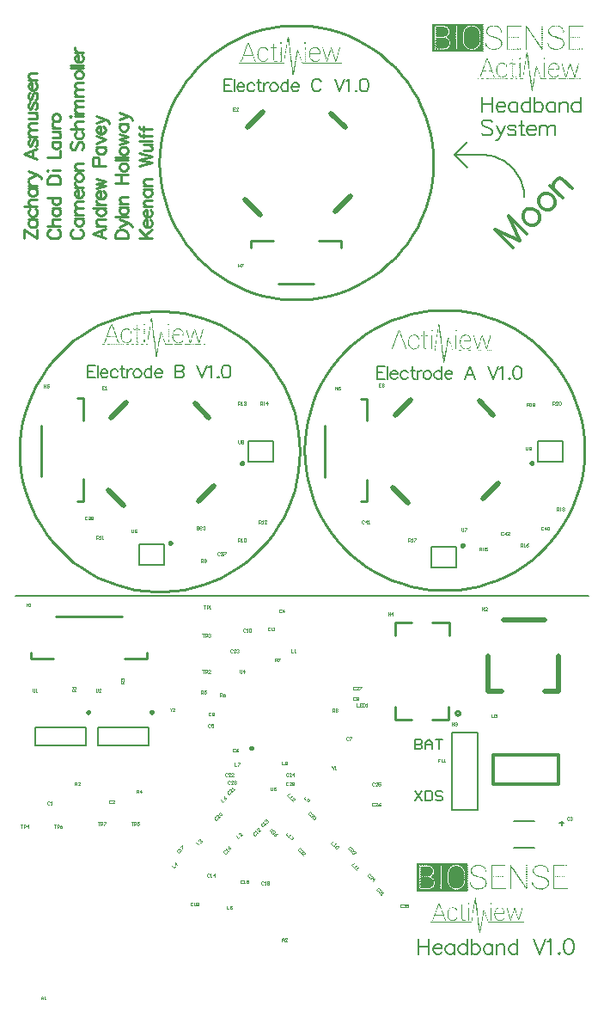
<source format=gto>
%FSTAX23Y23*%
%MOIN*%
%SFA1B1*%

%IPPOS*%
%ADD10C,0.008000*%
%ADD43C,0.010000*%
%ADD52C,0.009840*%
%ADD53C,0.007870*%
%ADD54C,0.005910*%
%ADD55C,0.019690*%
%ADD56C,0.011810*%
%ADD57C,0.002000*%
%ADD58C,0.009000*%
%ADD59C,0.014000*%
%LNheadband-pcb-1*%
%LPD*%
G36*
X0173Y02835D02*
X01731D01*
Y02834*
X01732*
Y02834*
X01733*
Y02833*
X01732*
Y02832*
X01731*
Y02831*
X0173*
Y0283*
X01729*
Y02831*
X01726*
Y02832*
X01727*
Y02833*
X01726*
Y02834*
X01727*
Y02834*
X01726*
Y02835*
X01727*
Y02836*
X01728*
Y02835*
X01729*
Y02836*
X0173*
Y02835*
G37*
G36*
X01637D02*
X01638D01*
Y02834*
X01639*
Y02834*
Y02833*
Y02832*
X01638*
Y02831*
X01637*
Y0283*
X01636*
Y02831*
X01635*
Y0283*
X01634*
Y02831*
X01633*
Y02832*
Y02833*
Y02834*
Y02834*
Y02835*
X01634*
Y02836*
X01635*
Y02835*
X01636*
Y02836*
X01637*
Y02835*
G37*
G36*
X01773Y02816D02*
X01774D01*
Y02815*
X01777*
Y02814*
X01778*
Y02813*
X0178*
Y02812*
Y02812*
X01782*
Y02811*
Y0281*
X01783*
Y02809*
Y02808*
X01784*
Y02807*
X01785*
Y02806*
X01786*
Y02805*
X01785*
Y02804*
X01786*
Y02803*
X01787*
Y02802*
Y02802*
Y02801*
X01788*
Y028*
X01787*
Y02799*
X01788*
Y02798*
Y02797*
Y02796*
X01787*
Y02795*
X01788*
Y02794*
Y02793*
Y02792*
X01787*
Y02791*
X01788*
Y02791*
X01747*
Y0279*
X01747*
Y02789*
X01747*
Y02788*
X01747*
Y02787*
X01747*
Y02786*
X01747*
Y02785*
X01747*
Y02784*
X01747*
Y02783*
Y02782*
Y02781*
Y0278*
X01748*
Y0278*
Y02779*
X01749*
Y02778*
X01748*
Y02777*
X01749*
Y02776*
Y02775*
X0175*
Y02774*
Y02773*
X01751*
Y02772*
X01752*
Y02771*
X01753*
Y0277*
Y0277*
X01755*
Y02769*
Y02768*
X01757*
Y02767*
X01757*
Y02766*
X01758*
Y02765*
X01759*
Y02764*
X0176*
Y02765*
X01761*
Y02764*
X01762*
Y02763*
X01763*
Y02764*
X01764*
Y02763*
X01765*
Y02762*
X01766*
Y02763*
X01767*
Y02762*
X01768*
Y02763*
X01768*
Y02762*
X01769*
Y02763*
X01774*
Y02764*
X01777*
Y02765*
X01778*
Y02766*
X0178*
Y02767*
X01781*
Y02768*
X01782*
Y02769*
X01783*
Y0277*
X01784*
Y0277*
X01785*
Y0277*
X01786*
Y02769*
X01785*
Y02768*
Y02767*
X01783*
Y02766*
X01784*
Y02765*
X01781*
Y02764*
X0178*
Y02763*
X01779*
Y02762*
X01777*
Y02761*
X01774*
Y0276*
X01773*
Y02761*
X01772*
Y0276*
X01771*
Y02759*
X0177*
Y0276*
X01768*
Y02759*
X01767*
Y0276*
X01764*
Y02761*
X01763*
Y0276*
X01762*
Y02761*
X01759*
Y02762*
X01758*
Y02763*
X01756*
Y02764*
X01755*
Y02765*
X01754*
Y02766*
X01753*
Y02767*
X01752*
Y02768*
X01751*
Y02769*
X0175*
Y0277*
X01749*
Y0277*
X01748*
Y02771*
Y02772*
X01747*
Y02773*
Y02774*
X01747*
Y02775*
Y02776*
Y02777*
X01746*
Y02778*
X01745*
Y02779*
X01746*
Y0278*
X01745*
Y0278*
Y02781*
Y02782*
X01744*
Y02783*
X01745*
Y02784*
X01744*
Y02785*
X01745*
Y02786*
X01744*
Y02787*
Y02788*
Y02789*
X01745*
Y0279*
X01744*
Y02791*
Y02791*
Y02792*
X01745*
Y02793*
X01744*
Y02794*
X01745*
Y02795*
Y02796*
Y02797*
X01746*
Y02798*
X01745*
Y02799*
X01746*
Y028*
Y02801*
Y02802*
X01747*
Y02802*
X01747*
Y02803*
Y02804*
Y02805*
X01748*
Y02806*
X01749*
Y02807*
Y02808*
X0175*
Y02809*
Y0281*
X01752*
Y02811*
Y02812*
X01754*
Y02812*
Y02813*
X01757*
Y02814*
X01757*
Y02815*
X0176*
Y02816*
X01761*
Y02817*
X01762*
Y02816*
X01763*
Y02817*
X01764*
Y02816*
X01765*
Y02817*
X01771*
Y02816*
X01772*
Y02817*
X01773*
Y02816*
G37*
G36*
X0049Y02854D02*
X00491D01*
Y02853*
X00492*
Y02852*
X00491*
Y02851*
X00492*
Y0285*
X00491*
Y02849*
X00492*
Y02848*
X00491*
Y02847*
X00492*
Y02846*
X00491*
Y02845*
X00492*
Y02845*
X00491*
Y02844*
X00492*
Y02843*
X00491*
Y02842*
X00492*
Y02841*
X00491*
Y0284*
X00492*
Y02839*
X00493*
Y0284*
X00494*
Y02839*
X00495*
Y0284*
X00496*
Y02839*
X00497*
Y0284*
X00498*
Y02839*
X00499*
Y0284*
X00499*
Y02839*
X005*
Y0284*
X00501*
Y02839*
X00502*
Y0284*
X00503*
Y02839*
X00504*
Y02838*
X00503*
Y02837*
X00504*
Y02836*
X00503*
Y02837*
X00502*
Y02836*
X00501*
Y02837*
X005*
Y02836*
X00499*
Y02837*
X00499*
Y02836*
X00498*
Y02837*
X00497*
Y02836*
X00496*
Y02837*
X00495*
Y02836*
X00494*
Y02837*
X00493*
Y02836*
X00492*
Y02837*
X00491*
Y02836*
X00492*
Y02835*
X00491*
Y02834*
X00492*
Y02834*
X00491*
Y02833*
X00492*
Y02832*
X00491*
Y02831*
X00492*
Y0283*
X00491*
Y02829*
X00492*
Y02828*
X00491*
Y02827*
X00492*
Y02826*
X00491*
Y02825*
X00492*
Y02824*
X00491*
Y02824*
X00492*
Y02823*
X00491*
Y02822*
X00492*
Y02821*
X00491*
Y0282*
X00492*
Y02819*
X00491*
Y02818*
X00492*
Y02817*
X00491*
Y02816*
X00492*
Y02815*
X00491*
Y02814*
X00492*
Y02813*
X00491*
Y02813*
X00492*
Y02812*
X00491*
Y02811*
X00492*
Y0281*
X00491*
Y02809*
X00492*
Y02808*
X00491*
Y02807*
X00492*
Y02806*
X00491*
Y02805*
X00492*
Y02804*
X00491*
Y02803*
X00492*
Y02802*
X00491*
Y02802*
X00492*
Y02801*
X00491*
Y028*
X00492*
Y02799*
X00491*
Y02798*
X00492*
Y02797*
X00491*
Y02796*
X00492*
Y02795*
Y02794*
Y02793*
X00493*
Y02792*
X00492*
Y02791*
X00493*
Y02791*
Y0279*
X00494*
Y02789*
Y02788*
X00497*
Y02787*
X00498*
Y02786*
X00499*
Y02787*
X00499*
Y02786*
X005*
Y02787*
X00501*
Y02786*
X00502*
Y02787*
X00503*
Y02786*
X00504*
Y02787*
X00505*
Y02786*
X00506*
Y02785*
X00505*
Y02784*
X00502*
Y02783*
X00501*
Y02784*
X00499*
Y02783*
X00498*
Y02784*
X00497*
Y02785*
X00496*
Y02784*
X00495*
Y02785*
X00492*
Y02786*
X00493*
Y02787*
X00491*
Y02788*
Y02789*
X0049*
Y0279*
X00489*
Y02791*
Y02791*
Y02792*
X00489*
Y02793*
X00489*
Y02794*
X00489*
Y02795*
X00489*
Y02796*
X00489*
Y02797*
X00489*
Y02798*
X00489*
Y02799*
X00489*
Y028*
X00489*
Y02801*
X00489*
Y02802*
X00489*
Y02802*
X00489*
Y02803*
X00489*
Y02804*
X00489*
Y02805*
X00489*
Y02806*
X00489*
Y02807*
X00489*
Y02808*
X00489*
Y02809*
X00489*
Y0281*
X00489*
Y02811*
X00489*
Y02812*
X00489*
Y02813*
X00489*
Y02813*
X00489*
Y02814*
X00489*
Y02815*
X00489*
Y02816*
X00489*
Y02817*
X00489*
Y02818*
X00489*
Y02819*
X00489*
Y0282*
X00489*
Y02821*
X00489*
Y02822*
X00489*
Y02823*
X00489*
Y02824*
X00489*
Y02824*
X00489*
Y02825*
X00489*
Y02826*
X00489*
Y02827*
X00489*
Y02828*
X00489*
Y02829*
X00489*
Y0283*
X00489*
Y02831*
X00489*
Y02832*
X00489*
Y02833*
X00489*
Y02834*
X00489*
Y02834*
X00489*
Y02835*
X00489*
Y02836*
X00489*
Y02837*
X00488*
Y02836*
X00487*
Y02837*
X00486*
Y02836*
X00485*
Y02837*
X00484*
Y02836*
X00483*
Y02837*
X00482*
Y02836*
X00481*
Y02837*
X0048*
Y02836*
X00479*
Y02837*
X00478*
Y02838*
X00479*
Y02839*
X00478*
Y0284*
X00479*
Y02839*
X0048*
Y0284*
X00481*
Y02839*
X00482*
Y0284*
X00483*
Y02839*
X00484*
Y0284*
X00485*
Y02839*
X00486*
Y0284*
X00487*
Y02839*
X00488*
Y0284*
X00489*
Y02841*
X00489*
Y02842*
X00489*
Y02843*
X00489*
Y02844*
X00489*
Y02845*
X00489*
Y02845*
X00489*
Y02846*
X00489*
Y02847*
X00489*
Y02848*
X00489*
Y02849*
X00489*
Y0285*
X00489*
Y02851*
X00489*
Y02852*
X00489*
Y02853*
X00489*
Y02854*
X00489*
Y02855*
X0049*
Y02854*
G37*
G36*
X00457Y0284D02*
X00457D01*
Y02839*
X00458*
Y0284*
X00459*
Y02839*
X0046*
Y02838*
X00461*
Y02839*
X00462*
Y02838*
X00463*
Y02837*
X00464*
Y02836*
X00465*
Y02835*
X00466*
Y02834*
X00467*
Y02834*
X00467*
Y02833*
X00468*
Y02832*
X00469*
Y02831*
Y0283*
Y02829*
X0047*
Y02828*
X00471*
Y02827*
X0047*
Y02826*
X00471*
Y02825*
Y02824*
Y02824*
Y02823*
Y02822*
X00468*
Y02823*
X00469*
Y02824*
X00468*
Y02824*
Y02825*
Y02826*
X00467*
Y02827*
Y02828*
Y02829*
X00467*
Y0283*
X00466*
Y02831*
X00465*
Y02832*
X00466*
Y02833*
X00463*
Y02834*
X00464*
Y02834*
X00461*
Y02835*
X0046*
Y02836*
X00457*
Y02837*
X00457*
Y02838*
X00456*
Y02837*
X00455*
Y02838*
X00448*
Y02837*
X00447*
Y02838*
X00446*
Y02837*
X00446*
Y02838*
X00445*
Y02837*
X00446*
Y02836*
X00445*
Y02837*
X00444*
Y02836*
X00443*
Y02835*
X00441*
Y02834*
X00439*
Y02834*
X00438*
Y02833*
X00437*
Y02832*
X00436*
Y02831*
X00435*
Y0283*
X00436*
Y02829*
X00435*
Y02828*
X00435*
Y02827*
X00434*
Y02826*
X00435*
Y02825*
X00434*
Y02824*
X00433*
Y02824*
Y02823*
Y02822*
X00432*
Y02821*
X00433*
Y0282*
X00432*
Y02819*
X00433*
Y02818*
X00432*
Y02817*
X00433*
Y02816*
X00432*
Y02815*
Y02814*
Y02813*
Y02813*
Y02812*
Y02811*
Y0281*
Y02809*
Y02808*
X00433*
Y02807*
X00432*
Y02806*
X00433*
Y02805*
X00432*
Y02804*
X00433*
Y02803*
X00432*
Y02802*
X00433*
Y02802*
X00434*
Y02801*
Y028*
Y02799*
X00435*
Y02798*
X00434*
Y02797*
X00435*
Y02796*
X00435*
Y02795*
X00436*
Y02794*
Y02793*
X00438*
Y02792*
Y02791*
X0044*
Y02791*
X00441*
Y0279*
X00442*
Y02789*
X00443*
Y02788*
X00446*
Y02787*
X00446*
Y02788*
X00447*
Y02787*
X00448*
Y02786*
X00449*
Y02787*
X0045*
Y02786*
X00451*
Y02787*
X00452*
Y02786*
X00453*
Y02787*
X00456*
Y02788*
X00457*
Y02787*
X00457*
Y02788*
X0046*
Y02789*
X00461*
Y0279*
X00462*
Y02791*
X00463*
Y0279*
X00464*
Y02791*
X00463*
Y02791*
X00466*
Y02792*
X00465*
Y02793*
X00466*
Y02794*
X00467*
Y02795*
X00467*
Y02796*
Y02797*
Y02798*
X00468*
Y02799*
Y028*
Y02801*
X00469*
Y02802*
X00468*
Y02802*
X00469*
Y02802*
X00471*
Y02801*
Y028*
Y02799*
Y02798*
X0047*
Y02797*
X00471*
Y02796*
X0047*
Y02795*
X00469*
Y02794*
Y02793*
Y02792*
X00468*
Y02791*
X00467*
Y02791*
X00467*
Y0279*
X00466*
Y02789*
X00465*
Y02788*
X00464*
Y02787*
X00461*
Y02786*
X0046*
Y02785*
X00457*
Y02784*
X00457*
Y02785*
X00456*
Y02784*
X00455*
Y02783*
X00454*
Y02784*
X00451*
Y02783*
X0045*
Y02784*
X00447*
Y02785*
X00446*
Y02784*
X00446*
Y02785*
X00443*
Y02786*
X00442*
Y02787*
X00439*
Y02788*
X00438*
Y02789*
X00437*
Y0279*
X00436*
Y02791*
X00435*
Y02791*
X00435*
Y02792*
X00434*
Y02793*
X00433*
Y02794*
Y02795*
Y02796*
X00432*
Y02797*
X00431*
Y02798*
Y02799*
Y028*
X0043*
Y02801*
X00431*
Y02802*
X0043*
Y02802*
Y02803*
Y02804*
X00429*
Y02805*
Y02806*
Y02807*
Y02808*
Y02809*
X00428*
Y0281*
X00429*
Y02811*
X00428*
Y02812*
X00429*
Y02813*
X00428*
Y02813*
X00429*
Y02814*
X00428*
Y02815*
X00429*
Y02816*
X00428*
Y02817*
X00429*
Y02818*
Y02819*
Y0282*
X0043*
Y02821*
X00429*
Y02822*
X0043*
Y02823*
X00431*
Y02824*
X0043*
Y02824*
X00431*
Y02825*
X0043*
Y02826*
X00431*
Y02827*
X00432*
Y02828*
X00433*
Y02829*
X00432*
Y0283*
X00433*
Y02831*
X00434*
Y02832*
X00435*
Y02833*
Y02834*
X00436*
Y02834*
X00435*
Y02835*
X00438*
Y02836*
X00437*
Y02837*
X0044*
Y02838*
X00441*
Y02839*
X00444*
Y0284*
X00445*
Y02841*
X00446*
Y0284*
X00446*
Y02841*
X00447*
Y0284*
X00448*
Y02841*
X00455*
Y0284*
X00456*
Y02841*
X00457*
Y0284*
G37*
G36*
X0075Y02839D02*
Y02838D01*
X00749*
Y02837*
Y02836*
X00748*
Y02835*
X00749*
Y02834*
X00748*
Y02834*
X00749*
Y02833*
X00748*
Y02832*
X00747*
Y02831*
Y0283*
Y02829*
X00746*
Y02828*
X00747*
Y02827*
X00746*
Y02826*
Y02825*
Y02824*
X00746*
Y02824*
X00745*
Y02823*
X00746*
Y02822*
X00745*
Y02821*
Y0282*
Y02819*
X00744*
Y02818*
Y02817*
Y02816*
X00743*
Y02815*
X00744*
Y02814*
X00743*
Y02813*
X00742*
Y02813*
Y02812*
Y02811*
X00741*
Y0281*
X00742*
Y02809*
X00741*
Y02808*
Y02807*
Y02806*
X0074*
Y02805*
Y02804*
Y02803*
X00739*
Y02802*
X0074*
Y02802*
X00739*
Y02801*
X00738*
Y028*
Y02799*
Y02798*
X00737*
Y02797*
X00738*
Y02796*
X00737*
Y02795*
Y02794*
Y02793*
X00736*
Y02792*
X00736*
Y02791*
X00736*
Y02791*
X00736*
Y0279*
Y02789*
Y02788*
X00735*
Y02787*
Y02786*
Y02785*
X00731*
Y02786*
Y02787*
X0073*
Y02788*
X00731*
Y02789*
X0073*
Y0279*
Y02791*
Y02791*
X00729*
Y02792*
X00728*
Y02793*
X00729*
Y02794*
X00728*
Y02795*
Y02796*
X00727*
Y02797*
Y02798*
X00726*
Y02799*
X00727*
Y028*
X00726*
Y02801*
Y02802*
Y02802*
X00725*
Y02803*
X00725*
Y02804*
X00725*
Y02805*
X00725*
Y02806*
Y02807*
X00724*
Y02808*
Y02809*
Y0281*
Y02811*
X00723*
Y02812*
Y02813*
Y02813*
X00722*
Y02814*
X00721*
Y02815*
X00722*
Y02816*
X00721*
Y02817*
Y02818*
Y02819*
X0072*
Y0282*
Y02821*
Y02822*
X00719*
Y02823*
X0072*
Y02824*
X00719*
Y02824*
X00718*
Y02825*
Y02826*
Y02827*
X00717*
Y02828*
X00718*
Y02829*
X00717*
Y0283*
Y02831*
Y02832*
X00716*
Y02833*
X00715*
Y02834*
X00714*
Y02833*
Y02832*
Y02831*
X00714*
Y0283*
X00714*
Y02829*
X00714*
Y02828*
X00713*
Y02827*
Y02826*
Y02825*
X00712*
Y02824*
X00713*
Y02824*
X00712*
Y02823*
Y02822*
Y02821*
X00711*
Y0282*
X0071*
Y02819*
X00711*
Y02818*
X0071*
Y02817*
Y02816*
Y02815*
X00709*
Y02814*
Y02813*
Y02813*
X00708*
Y02812*
X00709*
Y02811*
X00708*
Y0281*
X00707*
Y02809*
Y02808*
Y02807*
X00706*
Y02806*
Y02805*
Y02804*
X00705*
Y02803*
Y02802*
Y02802*
X00704*
Y02801*
X00705*
Y028*
X00704*
Y02799*
X00703*
Y02798*
Y02797*
Y02796*
X00703*
Y02795*
X00703*
Y02794*
X00703*
Y02793*
X00702*
Y02792*
Y02791*
Y02791*
X00701*
Y0279*
X00702*
Y02789*
X00701*
Y02788*
X007*
Y02787*
Y02786*
Y02785*
X00697*
Y02786*
X00696*
Y02787*
X00695*
Y02788*
X00696*
Y02789*
X00695*
Y0279*
Y02791*
Y02791*
X00694*
Y02792*
X00693*
Y02793*
X00694*
Y02794*
X00693*
Y02795*
X00694*
Y02796*
X00693*
Y02797*
X00693*
Y02798*
Y02799*
Y028*
X00692*
Y02801*
X00693*
Y02802*
X00692*
Y02802*
Y02803*
Y02804*
X00691*
Y02805*
Y02806*
Y02807*
X0069*
Y02808*
X00691*
Y02809*
X0069*
Y0281*
Y02811*
Y02812*
X00689*
Y02813*
X00688*
Y02813*
X00689*
Y02814*
X00688*
Y02815*
Y02816*
Y02817*
X00687*
Y02818*
X00686*
Y02819*
X00687*
Y0282*
X00686*
Y02821*
Y02822*
Y02823*
X00685*
Y02824*
Y02824*
Y02825*
X00684*
Y02826*
X00685*
Y02827*
X00684*
Y02828*
Y02829*
Y0283*
X00683*
Y02831*
Y02832*
Y02833*
X00682*
Y02834*
X00683*
Y02834*
X00682*
Y02835*
X00682*
Y02836*
Y02837*
Y02838*
X00681*
Y02839*
X00682*
Y0284*
X00682*
Y02839*
X00683*
Y0284*
X00684*
Y02839*
X00685*
Y02838*
X00684*
Y02837*
X00685*
Y02836*
Y02835*
Y02834*
X00686*
Y02834*
Y02833*
Y02832*
X00687*
Y02831*
X00686*
Y0283*
X00687*
Y02829*
X00688*
Y02828*
X00687*
Y02827*
X00688*
Y02826*
X00689*
Y02825*
X00688*
Y02824*
X00689*
Y02824*
Y02823*
Y02822*
X0069*
Y02821*
Y0282*
Y02819*
X00691*
Y02818*
X0069*
Y02817*
X00691*
Y02816*
Y02815*
X00692*
Y02814*
Y02813*
X00693*
Y02813*
X00692*
Y02812*
X00693*
Y02811*
Y0281*
Y02809*
X00693*
Y02808*
X00694*
Y02807*
X00693*
Y02806*
X00694*
Y02805*
X00693*
Y02804*
X00694*
Y02803*
X00695*
Y02802*
X00694*
Y02802*
X00695*
Y02801*
X00696*
Y028*
X00695*
Y02799*
X00696*
Y02798*
Y02797*
Y02796*
X00697*
Y02795*
Y02794*
Y02793*
X00698*
Y02792*
X00697*
Y02791*
X00698*
Y02791*
X00699*
Y02791*
X007*
Y02792*
X00699*
Y02793*
X007*
Y02794*
Y02795*
Y02796*
X00701*
Y02797*
X00702*
Y02798*
X00701*
Y02799*
X00702*
Y028*
X00701*
Y02801*
X00702*
Y02802*
X00703*
Y02802*
Y02803*
Y02804*
X00703*
Y02805*
X00703*
Y02806*
X00703*
Y02807*
X00704*
Y02808*
Y02809*
Y0281*
X00705*
Y02811*
X00704*
Y02812*
X00705*
Y02813*
X00706*
Y02813*
X00705*
Y02814*
X00706*
Y02815*
X00707*
Y02816*
X00706*
Y02817*
X00707*
Y02818*
Y02819*
Y0282*
X00708*
Y02821*
Y02822*
Y02823*
X00709*
Y02824*
Y02824*
Y02825*
X0071*
Y02826*
Y02827*
Y02828*
X00711*
Y02829*
Y0283*
Y02831*
X00712*
Y02832*
Y02833*
Y02834*
X00713*
Y02834*
Y02835*
Y02836*
X00714*
Y02837*
Y02838*
Y02839*
X00714*
Y0284*
X00715*
Y02839*
X00716*
Y0284*
X00717*
Y02839*
X00718*
Y02838*
X00717*
Y02837*
X00718*
Y02836*
Y02835*
Y02834*
X00719*
Y02834*
X0072*
Y02833*
X00719*
Y02832*
X0072*
Y02831*
X00719*
Y0283*
X0072*
Y02829*
X00721*
Y02828*
Y02827*
Y02826*
X00722*
Y02825*
X00721*
Y02824*
X00722*
Y02824*
X00723*
Y02823*
X00724*
Y02822*
X00723*
Y02821*
X00724*
Y0282*
X00723*
Y02819*
X00724*
Y02818*
X00725*
Y02817*
X00724*
Y02816*
X00725*
Y02815*
X00725*
Y02814*
X00725*
Y02813*
X00725*
Y02813*
Y02812*
Y02811*
X00726*
Y0281*
Y02809*
Y02808*
X00727*
Y02807*
Y02806*
Y02805*
X00728*
Y02804*
Y02803*
Y02802*
X00729*
Y02802*
Y02801*
Y028*
X0073*
Y02799*
Y02798*
Y02797*
X00731*
Y02796*
Y02795*
Y02794*
Y02793*
X00732*
Y02792*
Y02791*
X00733*
Y02791*
X00734*
Y02791*
Y02792*
Y02793*
X00735*
Y02794*
X00734*
Y02795*
X00735*
Y02796*
X00734*
Y02797*
X00735*
Y02798*
X00736*
Y02799*
Y028*
Y02801*
X00736*
Y02802*
X00736*
Y02802*
X00736*
Y02803*
Y02804*
Y02805*
X00737*
Y02806*
Y02807*
Y02808*
X00738*
Y02809*
Y0281*
Y02811*
X00739*
Y02812*
Y02813*
Y02813*
X0074*
Y02814*
X00739*
Y02815*
X0074*
Y02816*
Y02817*
Y02818*
X00741*
Y02819*
X00742*
Y0282*
X00741*
Y02821*
X00742*
Y02822*
X00741*
Y02823*
X00742*
Y02824*
X00743*
Y02824*
Y02825*
Y02826*
X00744*
Y02827*
X00743*
Y02828*
X00744*
Y02829*
Y0283*
Y02831*
X00745*
Y02832*
Y02833*
Y02834*
X00746*
Y02834*
Y02835*
Y02836*
Y02837*
X00746*
Y02838*
Y02839*
X00747*
Y0284*
X00748*
Y02839*
X00749*
Y0284*
X0075*
Y02839*
G37*
G36*
X00521D02*
Y02838D01*
Y02837*
X00522*
Y02836*
X00521*
Y02835*
Y02834*
Y02834*
X00522*
Y02833*
X00521*
Y02832*
Y02831*
Y0283*
X00522*
Y02829*
X00521*
Y02828*
Y02827*
Y02826*
X00522*
Y02825*
X00521*
Y02824*
Y02824*
Y02823*
X00522*
Y02822*
X00521*
Y02821*
Y0282*
Y02819*
X00522*
Y02818*
X00521*
Y02817*
Y02816*
Y02815*
X00522*
Y02814*
X00521*
Y02813*
Y02813*
Y02812*
X00522*
Y02811*
X00521*
Y0281*
Y02809*
Y02808*
X00522*
Y02807*
X00521*
Y02806*
Y02805*
Y02804*
X00522*
Y02803*
X00521*
Y02802*
Y02802*
Y02801*
X00522*
Y028*
X00521*
Y02799*
Y02798*
Y02797*
X00522*
Y02796*
X00521*
Y02795*
Y02794*
Y02793*
X00522*
Y02792*
X00521*
Y02791*
Y02791*
Y0279*
X00522*
Y02789*
X00521*
Y02788*
Y02787*
Y02786*
X00522*
Y02785*
X00518*
Y02786*
X00519*
Y02787*
Y02788*
Y02789*
X00518*
Y0279*
X00519*
Y02791*
Y02791*
Y02792*
X00518*
Y02793*
X00519*
Y02794*
Y02795*
Y02796*
X00518*
Y02797*
X00519*
Y02798*
Y02799*
Y028*
X00518*
Y02801*
X00519*
Y02802*
Y02802*
Y02803*
X00518*
Y02804*
X00519*
Y02805*
Y02806*
Y02807*
X00518*
Y02808*
X00519*
Y02809*
Y0281*
Y02811*
X00518*
Y02812*
X00519*
Y02813*
Y02813*
Y02814*
X00518*
Y02815*
X00519*
Y02816*
Y02817*
Y02818*
X00518*
Y02819*
X00519*
Y0282*
Y02821*
Y02822*
X00518*
Y02823*
X00519*
Y02824*
Y02824*
Y02825*
X00518*
Y02826*
X00519*
Y02827*
Y02828*
Y02829*
X00518*
Y0283*
X00519*
Y02831*
Y02832*
Y02833*
X00518*
Y02834*
X00519*
Y02834*
Y02835*
Y02836*
X00518*
Y02837*
X00519*
Y02838*
Y02839*
Y0284*
X0052*
Y02839*
X00521*
Y0284*
X00521*
Y02839*
G37*
G36*
X01572Y02816D02*
X01573D01*
Y02815*
X01574*
Y02816*
X01575*
Y02815*
X01575*
Y02814*
X01576*
Y02815*
X01577*
Y02814*
X01578*
Y02813*
X01579*
Y02812*
X0158*
Y02812*
X01581*
Y02811*
X01582*
Y0281*
X01583*
Y02809*
X01584*
Y02808*
X01585*
Y02807*
Y02806*
Y02805*
X01586*
Y02804*
X01586*
Y02803*
X01586*
Y02802*
X01586*
Y02802*
Y02801*
Y028*
Y02799*
Y02798*
X01584*
Y02799*
X01585*
Y028*
X01584*
Y02801*
Y02802*
Y02802*
X01583*
Y02803*
Y02804*
Y02805*
X01582*
Y02806*
X01581*
Y02807*
X0158*
Y02808*
X01581*
Y02809*
X01578*
Y0281*
X01579*
Y02811*
X01576*
Y02812*
X01575*
Y02812*
X01573*
Y02813*
X01572*
Y02814*
X01571*
Y02813*
X0157*
Y02814*
X01564*
Y02813*
X01563*
Y02814*
X01562*
Y02813*
X01561*
Y02814*
X0156*
Y02813*
X01561*
Y02812*
X0156*
Y02813*
X01559*
Y02812*
X01558*
Y02812*
X01556*
Y02811*
X01554*
Y0281*
X01554*
Y02809*
X01553*
Y02808*
X01552*
Y02807*
X01551*
Y02806*
X01552*
Y02805*
X01551*
Y02804*
X0155*
Y02803*
X01549*
Y02802*
X0155*
Y02802*
X01549*
Y02801*
X01548*
Y028*
Y02799*
Y02798*
X01547*
Y02797*
X01548*
Y02796*
X01547*
Y02795*
X01548*
Y02794*
X01547*
Y02793*
X01548*
Y02792*
X01547*
Y02791*
Y02791*
Y0279*
Y02789*
Y02788*
Y02787*
Y02786*
Y02785*
Y02784*
X01548*
Y02783*
X01547*
Y02782*
X01548*
Y02781*
X01547*
Y0278*
X01548*
Y0278*
X01547*
Y02779*
X01548*
Y02778*
X01549*
Y02777*
Y02776*
Y02775*
X0155*
Y02774*
X01549*
Y02773*
X0155*
Y02772*
X01551*
Y02771*
X01552*
Y0277*
Y0277*
X01554*
Y02769*
Y02768*
X01555*
Y02767*
X01556*
Y02766*
X01557*
Y02765*
X01558*
Y02764*
X01561*
Y02763*
X01562*
Y02764*
X01563*
Y02763*
X01564*
Y02762*
X01564*
Y02763*
X01565*
Y02762*
X01566*
Y02763*
X01567*
Y02762*
X01568*
Y02763*
X01571*
Y02764*
X01572*
Y02763*
X01573*
Y02764*
X01575*
Y02765*
X01576*
Y02766*
X01577*
Y02767*
X01578*
Y02766*
X01579*
Y02767*
X01578*
Y02768*
X01581*
Y02769*
X0158*
Y0277*
X01581*
Y0277*
X01582*
Y02771*
X01583*
Y02772*
Y02773*
Y02774*
X01584*
Y02775*
Y02776*
Y02777*
X01585*
Y02778*
X01584*
Y02779*
X01585*
Y02778*
X01586*
Y02777*
Y02776*
Y02775*
Y02774*
X01586*
Y02773*
X01586*
Y02772*
X01586*
Y02771*
X01585*
Y0277*
Y0277*
Y02769*
X01584*
Y02768*
X01583*
Y02767*
X01582*
Y02766*
X01581*
Y02765*
X0158*
Y02764*
X01579*
Y02763*
X01576*
Y02762*
X01575*
Y02761*
X01573*
Y0276*
X01572*
Y02761*
X01571*
Y0276*
X0157*
Y02759*
X01569*
Y0276*
X01566*
Y02759*
X01565*
Y0276*
X01563*
Y02761*
X01562*
Y0276*
X01561*
Y02761*
X01558*
Y02762*
X01557*
Y02763*
X01554*
Y02764*
X01554*
Y02765*
X01553*
Y02766*
X01552*
Y02767*
X01551*
Y02768*
X0155*
Y02769*
X01549*
Y0277*
X01548*
Y0277*
Y02771*
Y02772*
X01547*
Y02773*
X01546*
Y02774*
Y02775*
Y02776*
X01545*
Y02777*
X01546*
Y02778*
X01545*
Y02779*
Y0278*
Y0278*
X01544*
Y02781*
Y02782*
Y02783*
Y02784*
Y02785*
X01543*
Y02786*
X01544*
Y02787*
X01543*
Y02788*
X01544*
Y02789*
X01543*
Y0279*
X01544*
Y02791*
X01543*
Y02791*
X01544*
Y02792*
X01543*
Y02793*
X01544*
Y02794*
Y02795*
Y02796*
X01545*
Y02797*
X01544*
Y02798*
X01545*
Y02799*
X01546*
Y028*
X01545*
Y02801*
X01546*
Y02802*
X01545*
Y02802*
X01546*
Y02803*
X01547*
Y02804*
X01548*
Y02805*
X01547*
Y02806*
X01548*
Y02807*
X01549*
Y02808*
X0155*
Y02809*
Y0281*
X01552*
Y02811*
X01551*
Y02812*
X01554*
Y02812*
X01553*
Y02813*
X01555*
Y02814*
X01556*
Y02815*
X01559*
Y02816*
X0156*
Y02817*
X01561*
Y02816*
X01562*
Y02817*
X01563*
Y02816*
X01564*
Y02817*
X0157*
Y02816*
X01571*
Y02817*
X01572*
Y02816*
G37*
G36*
X00394Y02858D02*
X00395D01*
Y02857*
X00396*
Y02856*
X00395*
Y02856*
X00396*
Y02855*
X00397*
Y02854*
Y02853*
Y02852*
X00398*
Y02851*
Y0285*
Y02849*
X00399*
Y02848*
Y02847*
Y02846*
X004*
Y02845*
Y02845*
Y02844*
X00401*
Y02843*
X00402*
Y02842*
X00401*
Y02841*
X00402*
Y0284*
X00403*
Y02839*
Y02838*
Y02837*
X00403*
Y02836*
X00403*
Y02835*
X00403*
Y02834*
X00404*
Y02834*
X00405*
Y02833*
X00404*
Y02832*
X00405*
Y02831*
Y0283*
X00406*
Y02829*
Y02828*
X00407*
Y02827*
X00406*
Y02826*
X00407*
Y02825*
X00408*
Y02824*
Y02824*
Y02823*
X00409*
Y02822*
Y02821*
Y0282*
X0041*
Y02819*
Y02818*
Y02817*
X00411*
Y02816*
Y02815*
Y02814*
X00412*
Y02813*
X00413*
Y02813*
X00412*
Y02812*
X00413*
Y02811*
X00414*
Y0281*
Y02809*
Y02808*
X00414*
Y02807*
X00414*
Y02806*
X00414*
Y02805*
X00415*
Y02804*
X00416*
Y02803*
X00415*
Y02802*
X00416*
Y02802*
X00415*
Y02801*
X00417*
Y028*
Y02799*
X00418*
Y02798*
X00417*
Y02797*
X00418*
Y02796*
Y02795*
X00419*
Y02794*
Y02793*
X0042*
Y02792*
Y02791*
Y02791*
X00421*
Y0279*
Y02789*
Y02788*
X00422*
Y02787*
Y02786*
Y02785*
X00419*
Y02786*
Y02787*
X00418*
Y02788*
Y02789*
X00417*
Y0279*
X00418*
Y02791*
X00417*
Y02791*
X00416*
Y02792*
X00415*
Y02793*
X00416*
Y02794*
X00415*
Y02795*
Y02796*
Y02797*
X00414*
Y02798*
X00414*
Y02799*
X00414*
Y028*
X00414*
Y02801*
Y02802*
Y02802*
X00413*
Y02803*
X00412*
Y02804*
X00413*
Y02805*
X00412*
Y02806*
X00411*
Y02807*
X00375*
Y02806*
Y02805*
Y02804*
X00374*
Y02803*
X00373*
Y02802*
X00374*
Y02802*
X00373*
Y02801*
Y028*
X00372*
Y02799*
Y02798*
X00371*
Y02797*
X00372*
Y02796*
X00371*
Y02795*
X00371*
Y02794*
Y02793*
Y02792*
X0037*
Y02791*
Y02791*
X00369*
Y0279*
Y02789*
X00368*
Y02788*
X00369*
Y02787*
X00368*
Y02786*
X00367*
Y02785*
X00364*
Y02786*
X00365*
Y02787*
Y02788*
Y02789*
X00366*
Y0279*
Y02791*
Y02791*
X00367*
Y02792*
Y02793*
Y02794*
X00368*
Y02795*
X00369*
Y02796*
X00368*
Y02797*
X00369*
Y02798*
X0037*
Y02799*
X00369*
Y028*
X0037*
Y02801*
X00371*
Y02802*
X0037*
Y02802*
X00371*
Y02803*
X00371*
Y02804*
X00372*
Y02805*
X00371*
Y02806*
X00372*
Y02807*
X00371*
Y02808*
X00372*
Y02809*
X00373*
Y0281*
X00374*
Y02811*
X00373*
Y02812*
X00374*
Y02813*
Y02813*
X00375*
Y02814*
Y02815*
X00376*
Y02816*
Y02817*
Y02818*
X00377*
Y02819*
Y0282*
Y02821*
X00378*
Y02822*
Y02823*
Y02824*
X00379*
Y02824*
X0038*
Y02825*
X00379*
Y02826*
X0038*
Y02827*
X00381*
Y02828*
X0038*
Y02829*
X00381*
Y0283*
X00381*
Y02831*
X00381*
Y02832*
X00381*
Y02833*
X00382*
Y02834*
X00383*
Y02834*
X00382*
Y02835*
X00383*
Y02836*
X00382*
Y02837*
X00383*
Y02838*
X00384*
Y02839*
X00385*
Y0284*
X00384*
Y02841*
X00385*
Y02842*
Y02843*
X00386*
Y02844*
Y02845*
X00387*
Y02845*
Y02846*
Y02847*
X00388*
Y02848*
Y02849*
Y0285*
X00389*
Y02851*
Y02852*
Y02853*
X0039*
Y02854*
X00391*
Y02855*
X0039*
Y02856*
X00391*
Y02856*
X00392*
Y02857*
X00391*
Y02858*
X00393*
Y02859*
X00394*
Y02858*
G37*
G36*
X0055Y0288D02*
Y02879D01*
Y02878*
Y02877*
Y02877*
X00551*
Y02876*
Y02875*
Y02874*
X00552*
Y02873*
X00551*
Y02872*
X00552*
Y02871*
X00551*
Y0287*
X00552*
Y02869*
X00551*
Y02868*
X00552*
Y02867*
X00551*
Y02866*
X00552*
Y02866*
Y02865*
Y02864*
Y02863*
Y02862*
X00553*
Y02861*
X00552*
Y0286*
X00553*
Y02859*
Y02858*
Y02857*
X00553*
Y02856*
X00553*
Y02856*
X00553*
Y02855*
X00553*
Y02854*
X00553*
Y02853*
X00553*
Y02852*
X00553*
Y02851*
Y0285*
Y02849*
X00554*
Y02848*
X00553*
Y02847*
X00554*
Y02846*
Y02845*
Y02845*
X00555*
Y02844*
X00554*
Y02843*
X00555*
Y02842*
X00554*
Y02841*
X00555*
Y0284*
X00554*
Y02839*
X00555*
Y02838*
X00554*
Y02837*
X00555*
Y02836*
Y02835*
Y02834*
X00556*
Y02834*
Y02833*
Y02832*
Y02831*
Y0283*
X00557*
Y02829*
X00556*
Y02828*
X00557*
Y02827*
X00556*
Y02826*
X00557*
Y02825*
X00556*
Y02824*
X00557*
Y02824*
Y02823*
Y02822*
Y02821*
Y0282*
X00558*
Y02819*
X00557*
Y02818*
X00558*
Y02817*
Y02816*
Y02815*
X00559*
Y02814*
X00558*
Y02813*
X00559*
Y02813*
X00558*
Y02812*
X00559*
Y02811*
Y0281*
Y02809*
X00558*
Y02808*
X00559*
Y02807*
X0056*
Y02806*
X00559*
Y02805*
X0056*
Y02804*
Y02803*
Y02802*
Y02802*
Y02801*
X00561*
Y028*
X0056*
Y02799*
X00561*
Y02798*
X0056*
Y02797*
X00561*
Y02796*
X0056*
Y02795*
X00561*
Y02794*
Y02793*
Y02792*
Y02791*
Y02791*
X00562*
Y0279*
Y02789*
Y02788*
Y02787*
Y02786*
X00563*
Y02785*
X00562*
Y02784*
X00563*
Y02783*
X00562*
Y02782*
X00563*
Y02781*
Y02781*
Y0278*
X00562*
Y02779*
X00563*
Y02778*
X00564*
Y02777*
X00563*
Y02776*
X00564*
Y02775*
Y02774*
Y02773*
X00564*
Y02772*
X00564*
Y02771*
X00564*
Y0277*
X00564*
Y0277*
X00564*
Y02769*
X00564*
Y02768*
X00564*
Y02767*
X00564*
Y02766*
X00564*
Y02765*
Y02764*
Y02763*
X00565*
Y02762*
Y02761*
Y0276*
X00566*
Y02759*
X00565*
Y02759*
Y02758*
Y02757*
X00566*
Y02756*
X00565*
Y02755*
X00566*
Y02754*
X00565*
Y02753*
X00566*
Y02752*
Y02751*
Y0275*
Y02749*
Y02748*
X00567*
Y02748*
X00568*
Y02748*
Y02749*
Y0275*
X00569*
Y02751*
Y02752*
Y02753*
X0057*
Y02754*
X00569*
Y02755*
X0057*
Y02756*
X00569*
Y02757*
X0057*
Y02758*
Y02759*
Y02759*
Y0276*
Y02761*
X00571*
Y02762*
Y02763*
Y02764*
X00572*
Y02765*
X00571*
Y02766*
X00572*
Y02767*
X00571*
Y02768*
X00572*
Y02769*
Y0277*
Y0277*
X00573*
Y02771*
X00572*
Y02772*
X00573*
Y02773*
Y02774*
Y02775*
X00574*
Y02776*
X00573*
Y02777*
X00574*
Y02778*
X00573*
Y02779*
X00574*
Y0278*
Y02781*
Y02781*
X00575*
Y02782*
Y02783*
Y02784*
X00575*
Y02785*
X00575*
Y02786*
X00575*
Y02787*
X00575*
Y02788*
X00575*
Y02789*
Y0279*
Y02791*
X00576*
Y02791*
X00575*
Y02792*
X00576*
Y02793*
X00577*
Y02794*
X00576*
Y02795*
X00577*
Y02796*
X00576*
Y02797*
X00577*
Y02798*
X00576*
Y02799*
X00577*
Y028*
Y02801*
Y02802*
X00578*
Y02802*
Y02803*
Y02804*
Y02805*
Y02806*
X00579*
Y02807*
X00578*
Y02808*
X00579*
Y02809*
Y0281*
Y02811*
X0058*
Y02812*
X00579*
Y02813*
X0058*
Y02813*
Y02814*
Y02815*
X00581*
Y02816*
X0058*
Y02817*
X00581*
Y02818*
X0058*
Y02819*
X00581*
Y0282*
Y02821*
Y02822*
X00582*
Y02823*
Y02824*
Y02824*
X00583*
Y02825*
X00582*
Y02826*
X00583*
Y02827*
X00582*
Y02828*
X00583*
Y02829*
X00584*
Y02828*
X00585*
Y02829*
X00585*
Y02828*
X00586*
Y02827*
Y02826*
Y02825*
X00587*
Y02824*
Y02824*
Y02823*
X00588*
Y02822*
Y02821*
Y0282*
X00589*
Y02819*
X0059*
Y02818*
X00589*
Y02817*
X0059*
Y02816*
X00591*
Y02815*
Y02814*
Y02813*
X00592*
Y02813*
X00591*
Y02812*
X00592*
Y02811*
X00593*
Y0281*
Y02809*
Y02808*
X00594*
Y02807*
Y02806*
Y02805*
X00595*
Y02804*
X00596*
Y02803*
X00595*
Y02802*
X00596*
Y02802*
Y02801*
Y028*
X00596*
Y02799*
X00597*
Y02798*
X00596*
Y02797*
X00597*
Y02796*
Y02795*
X00598*
Y02794*
Y02793*
X00599*
Y02792*
X00598*
Y02791*
X00599*
Y02791*
X006*
Y0279*
Y02789*
Y02788*
X00601*
Y02787*
X006*
Y02786*
X00601*
Y02785*
X00602*
Y02784*
Y02783*
Y02782*
X00603*
Y02781*
Y02781*
Y0278*
X00604*
Y02781*
X00605*
Y0278*
X00606*
Y02779*
X00607*
Y0278*
X00607*
Y02781*
X00608*
Y0278*
X00609*
Y02779*
X0061*
Y0278*
X00611*
Y02781*
X00612*
Y0278*
X00613*
Y02779*
X00614*
Y0278*
X00615*
Y02781*
X00616*
Y0278*
X00617*
Y02779*
X00617*
Y0278*
X00618*
Y02781*
X00619*
Y0278*
X0062*
Y02779*
X00621*
Y0278*
X00622*
Y02781*
X00623*
Y0278*
X00624*
Y02779*
X00625*
Y0278*
X00626*
Y02781*
X00627*
Y0278*
X00628*
Y02779*
X00628*
Y0278*
X00629*
Y02781*
X0063*
Y0278*
X00631*
Y02779*
X00632*
Y0278*
X00633*
Y02781*
X00634*
Y0278*
X00635*
Y02779*
X00636*
Y0278*
X00637*
Y02781*
X00638*
Y0278*
X00639*
Y02779*
X00639*
Y0278*
X0064*
Y02781*
X00641*
Y0278*
X00642*
Y02779*
X00643*
Y0278*
X00644*
Y02781*
X00645*
Y0278*
X00646*
Y02779*
X00647*
Y0278*
X00648*
Y02781*
X00649*
Y0278*
X0065*
Y02779*
X0065*
Y0278*
X00651*
Y02781*
X00652*
Y0278*
X00653*
Y02779*
X00654*
Y0278*
X00655*
Y02781*
X00656*
Y0278*
X00657*
Y02779*
X00658*
Y0278*
X00659*
Y02781*
X0066*
Y0278*
X0066*
Y02779*
X00661*
Y0278*
X00662*
Y02781*
X00663*
Y0278*
X00664*
Y02779*
X00665*
Y0278*
X00666*
Y02781*
X00667*
Y0278*
X00668*
Y02779*
X00669*
Y0278*
X0067*
Y02781*
X00671*
Y0278*
X00671*
Y02779*
X00672*
Y0278*
X00673*
Y02781*
X00674*
Y0278*
X00675*
Y02779*
X00676*
Y0278*
X00677*
Y02781*
X00678*
Y0278*
X00679*
Y02779*
X0068*
Y0278*
X00681*
Y02781*
X00682*
Y0278*
X00682*
Y02779*
X00683*
Y0278*
X00684*
Y02781*
X00685*
Y0278*
X00686*
Y02779*
X00687*
Y0278*
X00688*
Y02781*
X00689*
Y0278*
X0069*
Y02779*
X00691*
Y0278*
X00692*
Y02781*
X00693*
Y0278*
X00693*
Y02779*
X00694*
Y0278*
X00695*
Y02781*
X00696*
Y0278*
X00697*
Y02779*
X00698*
Y0278*
X00699*
Y02781*
X007*
Y0278*
X00701*
Y02779*
X00702*
Y0278*
X00703*
Y02781*
X00703*
Y0278*
X00704*
Y02779*
X00705*
Y0278*
X00706*
Y02781*
X00707*
Y0278*
X00708*
Y02779*
X00709*
Y0278*
X0071*
Y02781*
X00711*
Y0278*
X00712*
Y02779*
X00713*
Y0278*
X00714*
Y02781*
X00714*
Y0278*
X00715*
Y02779*
X00716*
Y0278*
X00717*
Y02781*
X00718*
Y0278*
X00719*
Y02779*
X0072*
Y0278*
X00721*
Y02781*
X00722*
Y0278*
X00723*
Y02779*
X00724*
Y0278*
X00725*
Y02781*
X00725*
Y0278*
X00726*
Y02779*
X00727*
Y0278*
X00728*
Y02781*
X00729*
Y0278*
X0073*
Y02779*
X00731*
Y0278*
X00732*
Y02781*
X00733*
Y0278*
X00734*
Y02779*
X00735*
Y0278*
X00736*
Y02781*
X00736*
Y0278*
X00737*
Y02779*
X00738*
Y0278*
X00739*
Y02781*
X0074*
Y0278*
X00741*
Y02779*
X00742*
Y0278*
X00743*
Y02781*
X00744*
Y0278*
X00745*
Y02779*
X00746*
Y0278*
X00746*
Y02781*
X00747*
Y0278*
X00748*
Y02779*
X00749*
Y0278*
X0075*
Y02781*
X00751*
Y0278*
X00752*
Y02779*
X00753*
Y0278*
X00754*
Y02781*
X00755*
Y0278*
X00756*
Y02779*
X00757*
Y02778*
X00754*
Y02777*
X00753*
Y02778*
X00746*
Y02777*
X00746*
Y02778*
X00739*
Y02777*
X00738*
Y02778*
X00732*
Y02777*
X00731*
Y02778*
X00725*
Y02777*
X00724*
Y02778*
X00717*
Y02777*
X00716*
Y02778*
X0071*
Y02777*
X00709*
Y02778*
X00703*
Y02777*
X00702*
Y02778*
X00695*
Y02777*
X00694*
Y02778*
X00688*
Y02777*
X00687*
Y02778*
X00681*
Y02777*
X0068*
Y02778*
X00673*
Y02777*
X00672*
Y02778*
X00666*
Y02777*
X00665*
Y02778*
X00659*
Y02777*
X00658*
Y02778*
X00651*
Y02777*
X0065*
Y02778*
X00644*
Y02777*
X00643*
Y02778*
X00637*
Y02777*
X00636*
Y02778*
X00629*
Y02777*
X00628*
Y02778*
X00622*
Y02777*
X00621*
Y02778*
X00615*
Y02777*
X00614*
Y02778*
X00607*
Y02777*
X00607*
Y02778*
X00602*
Y02779*
X00601*
Y0278*
Y02781*
Y02781*
X006*
Y02782*
Y02783*
Y02784*
X00599*
Y02785*
X00598*
Y02786*
X00599*
Y02787*
X00598*
Y02788*
Y02789*
Y0279*
X00597*
Y02791*
X00596*
Y02791*
X00597*
Y02792*
X00596*
Y02793*
Y02794*
X00596*
Y02795*
Y02796*
X00595*
Y02797*
X00596*
Y02798*
X00595*
Y02799*
X00594*
Y028*
Y02801*
Y02802*
X00593*
Y02802*
X00594*
Y02803*
X00593*
Y02804*
X00592*
Y02805*
Y02806*
Y02807*
X00591*
Y02808*
X00592*
Y02809*
X00591*
Y0281*
X0059*
Y02811*
X00589*
Y02812*
X0059*
Y02813*
X00589*
Y02813*
X00588*
Y02814*
Y02815*
Y02816*
X00587*
Y02817*
X00588*
Y02818*
X00587*
Y02819*
X00586*
Y0282*
Y02821*
Y02822*
X00585*
Y02821*
X00585*
Y0282*
X00584*
Y02819*
X00585*
Y02818*
X00584*
Y02817*
X00585*
Y02816*
X00584*
Y02815*
X00585*
Y02814*
X00584*
Y02813*
Y02813*
Y02812*
X00583*
Y02811*
Y0281*
Y02809*
X00582*
Y02808*
X00583*
Y02807*
X00582*
Y02806*
X00583*
Y02805*
X00582*
Y02804*
Y02803*
Y02802*
X00581*
Y02802*
Y02801*
Y028*
Y02799*
Y02798*
X0058*
Y02797*
X00581*
Y02796*
X0058*
Y02795*
X00581*
Y02794*
X0058*
Y02793*
Y02792*
Y02791*
X00579*
Y02791*
X0058*
Y0279*
X00579*
Y02789*
X00578*
Y02788*
X00579*
Y02787*
X00578*
Y02786*
X00579*
Y02785*
X00578*
Y02784*
X00579*
Y02783*
X00578*
Y02782*
Y02781*
Y02781*
X00577*
Y0278*
X00576*
Y02779*
X00577*
Y02778*
X00576*
Y02777*
X00577*
Y02776*
X00576*
Y02775*
X00577*
Y02774*
X00576*
Y02773*
Y02772*
Y02771*
X00575*
Y0277*
Y0277*
Y02769*
Y02768*
Y02767*
X00575*
Y02766*
X00575*
Y02765*
X00575*
Y02764*
Y02763*
Y02762*
X00574*
Y02761*
X00575*
Y0276*
X00574*
Y02759*
Y02759*
Y02758*
X00573*
Y02757*
X00574*
Y02756*
X00573*
Y02755*
X00574*
Y02754*
X00573*
Y02753*
X00574*
Y02752*
X00573*
Y02751*
X00572*
Y0275*
X00573*
Y02749*
X00572*
Y02748*
Y02748*
Y02747*
X00571*
Y02746*
X00572*
Y02745*
X00571*
Y02744*
X00572*
Y02743*
X00571*
Y02742*
Y02741*
Y0274*
X0057*
Y02739*
Y02738*
Y02738*
X00569*
Y02737*
X0057*
Y02736*
X00569*
Y02735*
X0057*
Y02734*
X00569*
Y02733*
Y02732*
X00565*
Y02733*
X00564*
Y02734*
X00565*
Y02735*
X00564*
Y02736*
Y02737*
Y02738*
Y02738*
Y02739*
X00564*
Y0274*
X00564*
Y02741*
X00564*
Y02742*
X00564*
Y02743*
X00564*
Y02744*
X00564*
Y02745*
X00564*
Y02746*
Y02747*
Y02748*
X00563*
Y02748*
Y02749*
Y0275*
Y02751*
Y02752*
X00562*
Y02753*
X00563*
Y02754*
X00562*
Y02755*
X00563*
Y02756*
X00562*
Y02757*
X00563*
Y02758*
X00562*
Y02759*
Y02759*
Y0276*
Y02761*
Y02762*
X00561*
Y02763*
X00562*
Y02764*
X00561*
Y02765*
Y02766*
Y02767*
X0056*
Y02768*
X00561*
Y02769*
X0056*
Y0277*
X00561*
Y0277*
X0056*
Y02771*
X00561*
Y02772*
X0056*
Y02773*
Y02774*
Y02775*
Y02776*
Y02777*
X00559*
Y02778*
Y02779*
Y0278*
Y02781*
Y02781*
X00558*
Y02782*
X00559*
Y02783*
X00558*
Y02784*
X00559*
Y02785*
X00558*
Y02786*
X00559*
Y02787*
X00558*
Y02788*
Y02789*
Y0279*
X00557*
Y02791*
X00558*
Y02791*
X00557*
Y02792*
Y02793*
Y02794*
Y02795*
Y02796*
X00556*
Y02797*
X00557*
Y02798*
X00556*
Y02799*
X00557*
Y028*
X00556*
Y02801*
X00557*
Y02802*
X00556*
Y02802*
Y02803*
Y02804*
Y02805*
Y02806*
X00555*
Y02807*
X00554*
Y02808*
X00555*
Y02809*
Y0281*
Y02811*
X00554*
Y02812*
X00555*
Y02813*
X00554*
Y02813*
X00555*
Y02814*
X00554*
Y02815*
X00555*
Y02816*
X00554*
Y02817*
Y02818*
Y02819*
X00553*
Y0282*
Y02821*
Y02822*
Y02823*
Y02824*
X00553*
Y02824*
X00553*
Y02825*
X00553*
Y02826*
X00553*
Y02827*
X00553*
Y02828*
X00553*
Y02829*
X00553*
Y0283*
Y02831*
Y02832*
X00552*
Y02833*
X00553*
Y02834*
X00552*
Y02834*
X00553*
Y02835*
X00552*
Y02836*
X00551*
Y02837*
X00552*
Y02838*
Y02839*
Y0284*
X00551*
Y02841*
X00552*
Y02842*
X00551*
Y02843*
X00552*
Y02844*
X00551*
Y02845*
X00552*
Y02845*
X00551*
Y02846*
Y02847*
Y02848*
X0055*
Y02849*
Y0285*
Y02851*
Y02852*
Y02853*
X00549*
Y02854*
X0055*
Y02855*
X00549*
Y02856*
X0055*
Y02856*
X00549*
Y02857*
X0055*
Y02858*
X00549*
Y02859*
Y0286*
Y02861*
X00548*
Y02862*
X00549*
Y02863*
X00548*
Y02864*
Y02865*
Y02866*
X00547*
Y02866*
X00548*
Y02867*
X00547*
Y02868*
X00548*
Y02869*
X00547*
Y0287*
X00548*
Y02871*
X00547*
Y02872*
X00546*
Y02871*
Y0287*
Y02869*
X00545*
Y02868*
X00546*
Y02867*
X00545*
Y02866*
X00546*
Y02866*
X00545*
Y02865*
X00546*
Y02864*
X00545*
Y02863*
Y02862*
Y02861*
X00544*
Y0286*
X00545*
Y02859*
X00544*
Y02858*
Y02857*
Y02856*
X00543*
Y02856*
X00544*
Y02855*
X00543*
Y02854*
X00544*
Y02853*
X00543*
Y02852*
X00544*
Y02851*
X00543*
Y0285*
Y02849*
Y02848*
X00542*
Y02847*
Y02846*
Y02845*
Y02845*
Y02844*
X00542*
Y02843*
X00542*
Y02842*
X00542*
Y02841*
X00542*
Y0284*
X00542*
Y02839*
X00542*
Y02838*
X00542*
Y02837*
Y02836*
Y02835*
X00541*
Y02834*
Y02834*
Y02833*
Y02832*
Y02831*
X0054*
Y0283*
X00541*
Y02829*
X0054*
Y02828*
X00541*
Y02827*
X0054*
Y02826*
X00541*
Y02825*
X0054*
Y02824*
Y02824*
Y02823*
X00539*
Y02822*
Y02821*
Y0282*
Y02819*
Y02818*
X00538*
Y02817*
X00539*
Y02816*
X00538*
Y02815*
X00539*
Y02814*
X00538*
Y02813*
Y02813*
Y02812*
Y02811*
Y0281*
X00537*
Y02809*
Y02808*
Y02807*
Y02806*
Y02805*
X00536*
Y02804*
X00537*
Y02803*
X00536*
Y02802*
X00537*
Y02802*
X00536*
Y02801*
Y028*
Y02799*
Y02798*
Y02797*
X00535*
Y02796*
Y02795*
Y02794*
X00534*
Y02793*
X00535*
Y02792*
X00534*
Y02791*
X00535*
Y02791*
X00534*
Y0279*
Y02789*
Y02788*
Y02787*
Y02786*
Y02785*
Y02784*
X00533*
Y02783*
Y02782*
Y02781*
X00532*
Y02781*
X00533*
Y0278*
X00532*
Y02779*
X00533*
Y02778*
X00532*
Y02777*
X00532*
Y02778*
X00531*
Y02777*
X0053*
Y02778*
X00529*
Y02777*
X00528*
Y02778*
X00527*
Y02777*
X00526*
Y02778*
X00525*
Y02777*
X00524*
Y02778*
X00523*
Y02777*
X00522*
Y02778*
X00521*
Y02777*
X00521*
Y02778*
X0052*
Y02777*
X00519*
Y02778*
X00518*
Y02777*
X00517*
Y02778*
X00516*
Y02777*
X00515*
Y02778*
X00514*
Y02777*
X00513*
Y02778*
X00512*
Y02777*
X00511*
Y02778*
X0051*
Y02777*
X0051*
Y02778*
X00509*
Y02777*
X00508*
Y02778*
X00507*
Y02777*
X00506*
Y02778*
X00505*
Y02777*
X00504*
Y02778*
X00503*
Y02777*
X00502*
Y02778*
X00501*
Y02777*
X005*
Y02778*
X00499*
Y02777*
X00499*
Y02778*
X00498*
Y02777*
X00497*
Y02778*
X00496*
Y02777*
X00495*
Y02778*
X00494*
Y02777*
X00493*
Y02778*
X00492*
Y02777*
X00491*
Y02778*
X0049*
Y02777*
X00489*
Y02778*
X00489*
Y02777*
X00488*
Y02778*
X00487*
Y02777*
X00486*
Y02778*
X00485*
Y02777*
X00484*
Y02778*
X00483*
Y02777*
X00482*
Y02778*
X00481*
Y02777*
X0048*
Y02778*
X00479*
Y02777*
X00478*
Y02778*
X00478*
Y02777*
X00477*
Y02778*
X00476*
Y02777*
X00475*
Y02778*
X00474*
Y02777*
X00473*
Y02778*
X00472*
Y02777*
X00471*
Y02778*
X0047*
Y02777*
X00469*
Y02778*
X00468*
Y02777*
X00467*
Y02778*
X00467*
Y02777*
X00466*
Y02778*
X00465*
Y02777*
X00464*
Y02778*
X00463*
Y02777*
X00462*
Y02778*
X00461*
Y02777*
X0046*
Y02778*
X00459*
Y02777*
X00458*
Y02778*
X00457*
Y02777*
X00457*
Y02778*
X00456*
Y02777*
X00455*
Y02778*
X00454*
Y02777*
X00453*
Y02778*
X00452*
Y02777*
X00451*
Y02778*
X0045*
Y02777*
X00449*
Y02778*
X00448*
Y02777*
X00447*
Y02778*
X00446*
Y02777*
X00446*
Y02778*
X00445*
Y02777*
X00444*
Y02778*
X00443*
Y02777*
X00442*
Y02778*
X00441*
Y02777*
X0044*
Y02778*
X00439*
Y02777*
X00438*
Y02778*
X00437*
Y02777*
X00436*
Y02778*
X00435*
Y02777*
X00435*
Y02778*
X00434*
Y02777*
X00433*
Y02778*
X00432*
Y02777*
X00431*
Y02778*
X0043*
Y02777*
X00429*
Y02778*
X00428*
Y02777*
X00427*
Y02778*
X00426*
Y02777*
X00425*
Y02778*
X00424*
Y02777*
X00424*
Y02778*
X00423*
Y02777*
X00422*
Y02778*
X00421*
Y02777*
X0042*
Y02778*
X00419*
Y02777*
X00418*
Y02778*
X00417*
Y02777*
X00416*
Y02778*
X00415*
Y02777*
X00414*
Y02778*
X00414*
Y02777*
X00413*
Y02778*
X00412*
Y02777*
X00411*
Y02778*
X0041*
Y02777*
X00409*
Y02778*
X00408*
Y02777*
X00407*
Y02778*
X00406*
Y02777*
X00405*
Y02778*
X00404*
Y02777*
X00403*
Y02778*
X00403*
Y02777*
X00402*
Y02778*
X00401*
Y02777*
X004*
Y02778*
X00399*
Y02777*
X00398*
Y02778*
X00397*
Y02777*
X00396*
Y02778*
X00395*
Y02777*
X00394*
Y02778*
X00393*
Y02777*
X00392*
Y02778*
X00392*
Y02777*
X00391*
Y02778*
X0039*
Y02777*
X00389*
Y02778*
X00388*
Y02777*
X00387*
Y02778*
X00386*
Y02777*
X00385*
Y02778*
X00384*
Y02777*
X00383*
Y02778*
X00382*
Y02777*
X00381*
Y02778*
X00381*
Y02777*
X0038*
Y02778*
X00379*
Y02777*
X00378*
Y02778*
X00377*
Y02777*
X00376*
Y02778*
X00375*
Y02777*
X00374*
Y02778*
X00373*
Y02777*
X00372*
Y02778*
X00371*
Y02777*
X00371*
Y02778*
X0037*
Y02777*
X00369*
Y02778*
X00368*
Y02777*
X00367*
Y02778*
X00366*
Y02777*
X00365*
Y02778*
X00364*
Y02777*
X00363*
Y02778*
X00362*
Y02777*
X00361*
Y02778*
X0036*
Y02777*
X0036*
Y02778*
X00359*
Y02777*
X00358*
Y02778*
X00357*
Y02779*
X00358*
Y0278*
X00359*
Y02779*
X0036*
Y0278*
X0036*
Y02779*
X00361*
Y0278*
X00362*
Y02779*
X00363*
Y0278*
X00364*
Y02779*
X00365*
Y0278*
X00366*
Y02779*
X00367*
Y0278*
X00368*
Y02779*
X00369*
Y0278*
X0037*
Y02779*
X00371*
Y0278*
X00371*
Y02779*
X00372*
Y0278*
X00373*
Y02779*
X00374*
Y0278*
X00375*
Y02779*
X00376*
Y0278*
X00377*
Y02779*
X00378*
Y0278*
X00379*
Y02779*
X0038*
Y0278*
X00381*
Y02779*
X00381*
Y0278*
X00382*
Y02779*
X00383*
Y0278*
X00384*
Y02779*
X00385*
Y0278*
X00386*
Y02779*
X00387*
Y0278*
X00388*
Y02779*
X00389*
Y0278*
X0039*
Y02779*
X00391*
Y0278*
X00392*
Y02779*
X00392*
Y0278*
X00393*
Y02779*
X00394*
Y0278*
X00395*
Y02779*
X00396*
Y0278*
X00397*
Y02779*
X00398*
Y0278*
X00399*
Y02779*
X004*
Y0278*
X00401*
Y02779*
X00402*
Y0278*
X00403*
Y02779*
X00403*
Y0278*
X00404*
Y02779*
X00405*
Y0278*
X00406*
Y02779*
X00407*
Y0278*
X00408*
Y02779*
X00409*
Y0278*
X0041*
Y02779*
X00411*
Y0278*
X00412*
Y02779*
X00413*
Y0278*
X00414*
Y02779*
X00414*
Y0278*
X00415*
Y02779*
X00416*
Y0278*
X00417*
Y02779*
X00418*
Y0278*
X00419*
Y02779*
X0042*
Y0278*
X00421*
Y02779*
X00422*
Y0278*
X00423*
Y02779*
X00424*
Y0278*
X00424*
Y02779*
X00425*
Y0278*
X00426*
Y02779*
X00427*
Y0278*
X00428*
Y02779*
X00429*
Y0278*
X0043*
Y02779*
X00431*
Y0278*
X00432*
Y02779*
X00433*
Y0278*
X00434*
Y02779*
X00435*
Y0278*
X00435*
Y02779*
X00436*
Y0278*
X00437*
Y02779*
X00438*
Y0278*
X00439*
Y02779*
X0044*
Y0278*
X00441*
Y02779*
X00442*
Y0278*
X00443*
Y02779*
X00444*
Y0278*
X00445*
Y02779*
X00446*
Y0278*
X00446*
Y02779*
X00447*
Y0278*
X00448*
Y02779*
X00449*
Y0278*
X0045*
Y02779*
X00451*
Y0278*
X00452*
Y02779*
X00453*
Y0278*
X00454*
Y02779*
X00455*
Y0278*
X00456*
Y02779*
X00457*
Y0278*
X00457*
Y02779*
X00458*
Y0278*
X00459*
Y02779*
X0046*
Y0278*
X00461*
Y02779*
X00462*
Y0278*
X00463*
Y02779*
X00464*
Y0278*
X00465*
Y02779*
X00466*
Y0278*
X00467*
Y02779*
X00467*
Y0278*
X00468*
Y02779*
X00469*
Y0278*
X0047*
Y02779*
X00471*
Y0278*
X00472*
Y02779*
X00473*
Y0278*
X00474*
Y02779*
X00475*
Y0278*
X00476*
Y02779*
X00477*
Y0278*
X00478*
Y02779*
X00478*
Y0278*
X00479*
Y02779*
X0048*
Y0278*
X00481*
Y02779*
X00482*
Y0278*
X00483*
Y02779*
X00484*
Y0278*
X00485*
Y02779*
X00486*
Y0278*
X00487*
Y02779*
X00488*
Y0278*
X00489*
Y02779*
X00489*
Y0278*
X0049*
Y02779*
X00491*
Y0278*
X00492*
Y02779*
X00493*
Y0278*
X00494*
Y02779*
X00495*
Y0278*
X00496*
Y02779*
X00497*
Y0278*
X00498*
Y02779*
X00499*
Y0278*
X00499*
Y02779*
X005*
Y0278*
X00501*
Y02779*
X00502*
Y0278*
X00503*
Y02779*
X00504*
Y0278*
X00505*
Y02779*
X00506*
Y0278*
X00507*
Y02779*
X00508*
Y0278*
X00509*
Y02779*
X0051*
Y0278*
X0051*
Y02779*
X00511*
Y0278*
X00512*
Y02779*
X00513*
Y0278*
X00514*
Y02779*
X00515*
Y0278*
X00516*
Y02779*
X00517*
Y0278*
X00518*
Y02779*
X00519*
Y0278*
X0052*
Y02779*
X00521*
Y0278*
X00521*
Y02779*
X00522*
Y0278*
X00523*
Y02779*
X00524*
Y0278*
X00525*
Y02779*
X00526*
Y0278*
X00527*
Y02779*
X00528*
Y0278*
X00529*
Y02779*
X0053*
Y0278*
X00531*
Y02781*
X00532*
Y02781*
X00531*
Y02782*
X00532*
Y02783*
X00531*
Y02784*
X00532*
Y02785*
Y02786*
Y02787*
X00532*
Y02788*
Y02789*
Y0279*
X00533*
Y02791*
X00532*
Y02791*
X00533*
Y02792*
X00532*
Y02793*
X00533*
Y02794*
X00532*
Y02795*
X00533*
Y02796*
X00532*
Y02797*
X00533*
Y02798*
X00534*
Y02799*
X00533*
Y028*
X00534*
Y02801*
Y02802*
Y02802*
X00535*
Y02803*
X00534*
Y02804*
X00535*
Y02805*
X00534*
Y02806*
X00535*
Y02807*
X00534*
Y02808*
X00535*
Y02809*
Y0281*
Y02811*
X00536*
Y02812*
X00535*
Y02813*
X00536*
Y02813*
Y02814*
Y02815*
X00537*
Y02816*
X00536*
Y02817*
X00537*
Y02818*
X00536*
Y02819*
X00537*
Y0282*
Y02821*
Y02822*
Y02823*
Y02824*
X00538*
Y02824*
X00537*
Y02825*
X00538*
Y02826*
Y02827*
Y02828*
X00539*
Y02829*
X00538*
Y0283*
X00539*
Y02831*
X00538*
Y02832*
X00539*
Y02833*
X00538*
Y02834*
X00539*
Y02834*
Y02835*
Y02836*
X0054*
Y02837*
X00539*
Y02838*
X0054*
Y02839*
Y0284*
Y02841*
X00541*
Y02842*
X0054*
Y02843*
X00541*
Y02844*
X0054*
Y02845*
X00541*
Y02845*
Y02846*
Y02847*
Y02848*
Y02849*
X00542*
Y0285*
X00541*
Y02851*
X00542*
Y02852*
Y02853*
Y02854*
X00542*
Y02855*
X00542*
Y02856*
X00542*
Y02856*
X00542*
Y02857*
X00542*
Y02858*
Y02859*
Y0286*
Y02861*
Y02862*
X00543*
Y02863*
Y02864*
Y02865*
Y02866*
Y02866*
X00544*
Y02867*
X00543*
Y02868*
X00544*
Y02869*
X00543*
Y0287*
X00544*
Y02871*
Y02872*
Y02873*
Y02874*
Y02875*
X00545*
Y02876*
Y02877*
Y02877*
X00546*
Y02878*
X00545*
Y02879*
X00546*
Y0288*
X00545*
Y02881*
X0055*
Y0288*
G37*
G36*
X0173Y02815D02*
X01731D01*
Y02814*
X0173*
Y02813*
X01731*
Y02812*
X0173*
Y02812*
X01731*
Y02811*
X0173*
Y0281*
X01731*
Y02809*
X0173*
Y02808*
X01731*
Y02807*
X0173*
Y02806*
X01731*
Y02805*
X0173*
Y02804*
X01731*
Y02803*
X0173*
Y02802*
X01731*
Y02802*
X0173*
Y02801*
X01731*
Y028*
X0173*
Y02799*
X01731*
Y02798*
X0173*
Y02797*
X01731*
Y02796*
X0173*
Y02795*
X01731*
Y02794*
X0173*
Y02793*
X01731*
Y02792*
X0173*
Y02791*
X01731*
Y02791*
X0173*
Y0279*
X01731*
Y02789*
X0173*
Y02788*
X01731*
Y02787*
X0173*
Y02786*
X01731*
Y02785*
X0173*
Y02784*
X01731*
Y02783*
X0173*
Y02782*
X01731*
Y02781*
X0173*
Y0278*
X01731*
Y0278*
X0173*
Y02779*
X01731*
Y02778*
X0173*
Y02777*
X01731*
Y02776*
X0173*
Y02775*
X01731*
Y02774*
X0173*
Y02773*
X01731*
Y02772*
X0173*
Y02771*
X01731*
Y0277*
X0173*
Y0277*
X01731*
Y02769*
X0173*
Y02768*
X01731*
Y02767*
X0173*
Y02766*
X01731*
Y02765*
X0173*
Y02764*
X01731*
Y02763*
X0173*
Y02762*
X01731*
Y02761*
X01728*
Y02762*
X01727*
Y02763*
X01728*
Y02764*
X01727*
Y02765*
X01728*
Y02766*
X01727*
Y02767*
X01728*
Y02768*
X01727*
Y02769*
X01728*
Y0277*
X01727*
Y0277*
X01728*
Y02771*
X01727*
Y02772*
X01728*
Y02773*
X01727*
Y02774*
X01728*
Y02775*
X01727*
Y02776*
X01728*
Y02777*
X01727*
Y02778*
X01728*
Y02779*
X01727*
Y0278*
X01728*
Y0278*
X01727*
Y02781*
X01728*
Y02782*
X01727*
Y02783*
X01728*
Y02784*
X01727*
Y02785*
X01728*
Y02786*
X01727*
Y02787*
X01728*
Y02788*
X01727*
Y02789*
X01728*
Y0279*
X01727*
Y02791*
X01728*
Y02791*
X01727*
Y02792*
X01728*
Y02793*
X01727*
Y02794*
X01728*
Y02795*
X01727*
Y02796*
X01728*
Y02797*
X01727*
Y02798*
X01728*
Y02799*
X01727*
Y028*
X01728*
Y02801*
X01727*
Y02802*
X01728*
Y02802*
X01727*
Y02803*
X01728*
Y02804*
X01727*
Y02805*
X01728*
Y02806*
X01727*
Y02807*
X01728*
Y02808*
X01727*
Y02809*
X01728*
Y0281*
X01727*
Y02811*
X01728*
Y02812*
X01727*
Y02812*
X01728*
Y02813*
X01727*
Y02814*
X01728*
Y02815*
X01729*
Y02816*
X0173*
Y02815*
G37*
G36*
X00615Y02839D02*
X00616D01*
Y02838*
X00615*
Y02837*
X00616*
Y02836*
X00615*
Y02835*
X00616*
Y02834*
X00615*
Y02834*
X00616*
Y02833*
X00615*
Y02832*
X00616*
Y02831*
X00615*
Y0283*
X00616*
Y02829*
X00615*
Y02828*
X00616*
Y02827*
X00615*
Y02826*
X00616*
Y02825*
X00615*
Y02824*
X00616*
Y02824*
X00615*
Y02823*
X00616*
Y02822*
X00615*
Y02821*
X00616*
Y0282*
X00615*
Y02819*
X00616*
Y02818*
X00615*
Y02817*
X00616*
Y02816*
X00615*
Y02815*
X00616*
Y02814*
X00615*
Y02813*
X00616*
Y02813*
X00615*
Y02812*
X00616*
Y02811*
X00615*
Y0281*
X00616*
Y02809*
X00615*
Y02808*
X00616*
Y02807*
X00615*
Y02806*
X00616*
Y02805*
X00615*
Y02804*
X00616*
Y02803*
X00615*
Y02802*
X00616*
Y02802*
X00615*
Y02801*
X00616*
Y028*
X00615*
Y02799*
X00616*
Y02798*
X00615*
Y02797*
X00616*
Y02796*
X00615*
Y02795*
X00616*
Y02794*
X00615*
Y02793*
X00616*
Y02792*
X00615*
Y02791*
X00616*
Y02791*
X00615*
Y0279*
X00616*
Y02789*
X00615*
Y02788*
X00616*
Y02787*
X00615*
Y02786*
X00616*
Y02785*
X00613*
Y02786*
X00612*
Y02787*
X00613*
Y02788*
X00612*
Y02789*
X00613*
Y0279*
X00612*
Y02791*
X00613*
Y02791*
X00612*
Y02792*
X00613*
Y02793*
X00612*
Y02794*
X00613*
Y02795*
X00612*
Y02796*
X00613*
Y02797*
X00612*
Y02798*
X00613*
Y02799*
X00612*
Y028*
X00613*
Y02801*
X00612*
Y02802*
X00613*
Y02802*
X00612*
Y02803*
X00613*
Y02804*
X00612*
Y02805*
X00613*
Y02806*
X00612*
Y02807*
X00613*
Y02808*
X00612*
Y02809*
X00613*
Y0281*
X00612*
Y02811*
X00613*
Y02812*
X00612*
Y02813*
X00613*
Y02813*
X00612*
Y02814*
X00613*
Y02815*
X00612*
Y02816*
X00613*
Y02817*
X00612*
Y02818*
X00613*
Y02819*
X00612*
Y0282*
X00613*
Y02821*
X00612*
Y02822*
X00613*
Y02823*
X00612*
Y02824*
X00613*
Y02824*
X00612*
Y02825*
X00613*
Y02826*
X00612*
Y02827*
X00613*
Y02828*
X00612*
Y02829*
X00613*
Y0283*
X00612*
Y02831*
X00613*
Y02832*
X00612*
Y02833*
X00613*
Y02834*
X00612*
Y02834*
X00613*
Y02835*
X00612*
Y02836*
X00613*
Y02837*
X00612*
Y02838*
X00613*
Y02839*
X00614*
Y0284*
X00615*
Y02839*
G37*
G36*
X01865Y02815D02*
Y02814D01*
X01865*
Y02813*
Y02812*
X01864*
Y02812*
X01865*
Y02811*
X01864*
Y0281*
X01865*
Y02809*
X01864*
Y02808*
X01863*
Y02807*
Y02806*
Y02805*
X01862*
Y02804*
X01863*
Y02803*
X01862*
Y02802*
Y02802*
Y02801*
X01861*
Y028*
X0186*
Y02799*
X01861*
Y02798*
X0186*
Y02797*
Y02796*
Y02795*
X01859*
Y02794*
Y02793*
Y02792*
X01858*
Y02791*
X01859*
Y02791*
X01858*
Y0279*
X01857*
Y02789*
Y02788*
Y02787*
X01856*
Y02786*
X01857*
Y02785*
X01856*
Y02784*
Y02783*
Y02782*
X01855*
Y02781*
Y0278*
Y0278*
X01854*
Y02779*
X01855*
Y02778*
X01854*
Y02777*
X01854*
Y02776*
Y02775*
Y02774*
X01853*
Y02773*
X01854*
Y02772*
X01853*
Y02771*
Y0277*
Y0277*
X01852*
Y02769*
X01851*
Y02768*
X01852*
Y02767*
X01851*
Y02766*
Y02765*
Y02764*
X0185*
Y02763*
Y02762*
Y02761*
X01846*
Y02762*
Y02763*
X01845*
Y02764*
X01846*
Y02765*
X01845*
Y02766*
Y02767*
Y02768*
X01844*
Y02769*
X01843*
Y0277*
X01844*
Y0277*
X01843*
Y02771*
Y02772*
X01843*
Y02773*
Y02774*
X01842*
Y02775*
X01843*
Y02776*
X01842*
Y02777*
Y02778*
Y02779*
X01841*
Y0278*
X0184*
Y0278*
X01841*
Y02781*
X0184*
Y02782*
Y02783*
X01839*
Y02784*
Y02785*
Y02786*
Y02787*
X01838*
Y02788*
Y02789*
Y0279*
X01837*
Y02791*
X01836*
Y02791*
X01837*
Y02792*
X01836*
Y02793*
Y02794*
Y02795*
X01835*
Y02796*
Y02797*
Y02798*
X01834*
Y02799*
X01835*
Y028*
X01834*
Y02801*
X01833*
Y02802*
Y02802*
Y02803*
X01833*
Y02804*
X01833*
Y02805*
X01833*
Y02806*
Y02807*
Y02808*
X01832*
Y02809*
X01831*
Y0281*
X0183*
Y02809*
Y02808*
Y02807*
X01829*
Y02806*
X0183*
Y02805*
X01829*
Y02804*
X01828*
Y02803*
Y02802*
Y02802*
X01827*
Y02801*
X01828*
Y028*
X01827*
Y02799*
Y02798*
Y02797*
X01826*
Y02796*
X01825*
Y02795*
X01826*
Y02794*
X01825*
Y02793*
Y02792*
Y02791*
X01824*
Y02791*
Y0279*
Y02789*
X01823*
Y02788*
X01824*
Y02787*
X01823*
Y02786*
X01822*
Y02785*
Y02784*
Y02783*
X01822*
Y02782*
Y02781*
Y0278*
X01821*
Y0278*
Y02779*
Y02778*
X0182*
Y02777*
X01821*
Y02776*
X0182*
Y02775*
X01819*
Y02774*
Y02773*
Y02772*
X01818*
Y02771*
X01819*
Y0277*
X01818*
Y0277*
X01817*
Y02769*
Y02768*
Y02767*
X01816*
Y02766*
X01817*
Y02765*
X01816*
Y02764*
X01815*
Y02763*
Y02762*
Y02761*
X01812*
Y02762*
X01811*
Y02763*
X01811*
Y02764*
X01811*
Y02765*
X01811*
Y02766*
Y02767*
Y02768*
X0181*
Y02769*
X01809*
Y0277*
X0181*
Y0277*
X01809*
Y02771*
X0181*
Y02772*
X01809*
Y02773*
X01808*
Y02774*
Y02775*
Y02776*
X01807*
Y02777*
X01808*
Y02778*
X01807*
Y02779*
Y0278*
Y0278*
X01806*
Y02781*
Y02782*
Y02783*
X01805*
Y02784*
X01806*
Y02785*
X01805*
Y02786*
Y02787*
Y02788*
X01804*
Y02789*
X01803*
Y0279*
X01804*
Y02791*
X01803*
Y02791*
Y02792*
Y02793*
X01802*
Y02794*
X01801*
Y02795*
X01802*
Y02796*
X01801*
Y02797*
Y02798*
Y02799*
X018*
Y028*
Y02801*
Y02802*
X018*
Y02802*
X018*
Y02803*
X018*
Y02804*
Y02805*
Y02806*
X01799*
Y02807*
Y02808*
Y02809*
X01798*
Y0281*
X01799*
Y02811*
X01798*
Y02812*
X01797*
Y02812*
Y02813*
Y02814*
X01796*
Y02815*
X01797*
Y02816*
X01798*
Y02815*
X01799*
Y02816*
X018*
Y02815*
X018*
Y02814*
X018*
Y02813*
X018*
Y02812*
Y02812*
Y02811*
X01801*
Y0281*
Y02809*
Y02808*
X01802*
Y02807*
X01801*
Y02806*
X01802*
Y02805*
X01803*
Y02804*
X01802*
Y02803*
X01803*
Y02802*
X01804*
Y02802*
X01803*
Y02801*
X01804*
Y028*
Y02799*
Y02798*
X01805*
Y02797*
Y02796*
Y02795*
X01806*
Y02794*
X01805*
Y02793*
X01806*
Y02792*
Y02791*
X01807*
Y02791*
Y0279*
X01808*
Y02789*
X01807*
Y02788*
X01808*
Y02787*
Y02786*
Y02785*
X01809*
Y02784*
X0181*
Y02783*
X01809*
Y02782*
X0181*
Y02781*
X01809*
Y0278*
X0181*
Y0278*
X01811*
Y02779*
X0181*
Y02778*
X01811*
Y02777*
X01811*
Y02776*
X01811*
Y02775*
X01811*
Y02774*
Y02773*
Y02772*
X01812*
Y02771*
Y0277*
Y0277*
X01813*
Y02769*
X01812*
Y02768*
X01813*
Y02767*
X01814*
Y02768*
X01815*
Y02769*
X01814*
Y0277*
X01815*
Y0277*
Y02771*
Y02772*
X01816*
Y02773*
X01817*
Y02774*
X01816*
Y02775*
X01817*
Y02776*
X01816*
Y02777*
X01817*
Y02778*
X01818*
Y02779*
Y0278*
Y0278*
X01819*
Y02781*
X01818*
Y02782*
X01819*
Y02783*
X0182*
Y02784*
Y02785*
Y02786*
X01821*
Y02787*
X0182*
Y02788*
X01821*
Y02789*
X01822*
Y0279*
X01821*
Y02791*
X01822*
Y02791*
X01822*
Y02792*
X01822*
Y02793*
X01822*
Y02794*
Y02795*
Y02796*
X01823*
Y02797*
Y02798*
Y02799*
X01824*
Y028*
Y02801*
Y02802*
X01825*
Y02802*
Y02803*
Y02804*
X01826*
Y02805*
Y02806*
Y02807*
X01827*
Y02808*
Y02809*
Y0281*
X01828*
Y02811*
Y02812*
Y02812*
X01829*
Y02813*
Y02814*
Y02815*
X0183*
Y02816*
X01831*
Y02815*
X01832*
Y02816*
X01833*
Y02815*
X01833*
Y02814*
X01833*
Y02813*
X01833*
Y02812*
Y02812*
Y02811*
X01834*
Y0281*
X01835*
Y02809*
X01834*
Y02808*
X01835*
Y02807*
X01834*
Y02806*
X01835*
Y02805*
X01836*
Y02804*
Y02803*
Y02802*
X01837*
Y02802*
X01836*
Y02801*
X01837*
Y028*
X01838*
Y02799*
X01839*
Y02798*
X01838*
Y02797*
X01839*
Y02796*
X01838*
Y02795*
X01839*
Y02794*
X0184*
Y02793*
X01839*
Y02792*
X0184*
Y02791*
X01841*
Y02791*
X0184*
Y0279*
X01841*
Y02789*
Y02788*
Y02787*
X01842*
Y02786*
Y02785*
Y02784*
X01843*
Y02783*
Y02782*
Y02781*
X01843*
Y0278*
Y0278*
Y02779*
X01844*
Y02778*
Y02777*
Y02776*
X01845*
Y02775*
Y02774*
Y02773*
X01846*
Y02772*
Y02771*
Y0277*
Y0277*
X01847*
Y02769*
Y02768*
X01848*
Y02767*
X01849*
Y02768*
Y02769*
Y0277*
X0185*
Y0277*
X01849*
Y02771*
X0185*
Y02772*
X01849*
Y02773*
X0185*
Y02774*
X01851*
Y02775*
Y02776*
Y02777*
X01852*
Y02778*
X01851*
Y02779*
X01852*
Y0278*
Y0278*
Y02781*
X01853*
Y02782*
Y02783*
Y02784*
X01854*
Y02785*
Y02786*
Y02787*
X01854*
Y02788*
Y02789*
Y0279*
X01855*
Y02791*
X01854*
Y02791*
X01855*
Y02792*
Y02793*
Y02794*
X01856*
Y02795*
X01857*
Y02796*
X01856*
Y02797*
X01857*
Y02798*
X01856*
Y02799*
X01857*
Y028*
X01858*
Y02801*
Y02802*
Y02802*
X01859*
Y02803*
X01858*
Y02804*
X01859*
Y02805*
Y02806*
Y02807*
X0186*
Y02808*
Y02809*
Y0281*
X01861*
Y02811*
Y02812*
Y02812*
Y02813*
X01862*
Y02814*
Y02815*
X01863*
Y02816*
X01864*
Y02815*
X01865*
Y02816*
X01865*
Y02815*
G37*
G36*
X01637D02*
Y02814D01*
Y02813*
X01638*
Y02812*
X01637*
Y02812*
Y02811*
Y0281*
X01638*
Y02809*
X01637*
Y02808*
Y02807*
Y02806*
X01638*
Y02805*
X01637*
Y02804*
Y02803*
Y02802*
X01638*
Y02802*
X01637*
Y02801*
Y028*
Y02799*
X01638*
Y02798*
X01637*
Y02797*
Y02796*
Y02795*
X01638*
Y02794*
X01637*
Y02793*
Y02792*
Y02791*
X01638*
Y02791*
X01637*
Y0279*
Y02789*
Y02788*
X01638*
Y02787*
X01637*
Y02786*
Y02785*
Y02784*
X01638*
Y02783*
X01637*
Y02782*
Y02781*
Y0278*
X01638*
Y0278*
X01637*
Y02779*
Y02778*
Y02777*
X01638*
Y02776*
X01637*
Y02775*
Y02774*
Y02773*
X01638*
Y02772*
X01637*
Y02771*
Y0277*
Y0277*
X01638*
Y02769*
X01637*
Y02768*
Y02767*
Y02766*
X01638*
Y02765*
X01637*
Y02764*
Y02763*
Y02762*
X01638*
Y02761*
X01633*
Y02762*
X01634*
Y02763*
Y02764*
Y02765*
X01633*
Y02766*
X01634*
Y02767*
Y02768*
Y02769*
X01633*
Y0277*
X01634*
Y0277*
Y02771*
Y02772*
X01633*
Y02773*
X01634*
Y02774*
Y02775*
Y02776*
X01633*
Y02777*
X01634*
Y02778*
Y02779*
Y0278*
X01633*
Y0278*
X01634*
Y02781*
Y02782*
Y02783*
X01633*
Y02784*
X01634*
Y02785*
Y02786*
Y02787*
X01633*
Y02788*
X01634*
Y02789*
Y0279*
Y02791*
X01633*
Y02791*
X01634*
Y02792*
Y02793*
Y02794*
X01633*
Y02795*
X01634*
Y02796*
Y02797*
Y02798*
X01633*
Y02799*
X01634*
Y028*
Y02801*
Y02802*
X01633*
Y02802*
X01634*
Y02803*
Y02804*
Y02805*
X01633*
Y02806*
X01634*
Y02807*
Y02808*
Y02809*
X01633*
Y0281*
X01634*
Y02811*
Y02812*
Y02812*
X01633*
Y02813*
X01634*
Y02814*
Y02815*
Y02816*
X01635*
Y02815*
X01636*
Y02816*
X01637*
Y02815*
G37*
G36*
X01606Y0283D02*
X01607D01*
Y02829*
X01607*
Y02828*
X01607*
Y02827*
X01607*
Y02826*
X01607*
Y02825*
X01607*
Y02824*
X01607*
Y02823*
X01607*
Y02823*
X01607*
Y02822*
X01607*
Y02821*
X01607*
Y0282*
X01607*
Y02819*
X01607*
Y02818*
X01607*
Y02817*
X01607*
Y02816*
X01607*
Y02815*
X01608*
Y02816*
X01609*
Y02815*
X0161*
Y02816*
X01611*
Y02815*
X01612*
Y02816*
X01613*
Y02815*
X01614*
Y02816*
X01615*
Y02815*
X01616*
Y02816*
X01617*
Y02815*
X01618*
Y02816*
X01618*
Y02815*
X01619*
Y02814*
X01618*
Y02813*
X01619*
Y02812*
X01618*
Y02813*
X01618*
Y02812*
X01617*
Y02813*
X01616*
Y02812*
X01615*
Y02813*
X01614*
Y02812*
X01613*
Y02813*
X01612*
Y02812*
X01611*
Y02813*
X0161*
Y02812*
X01609*
Y02813*
X01608*
Y02812*
X01607*
Y02813*
X01607*
Y02812*
X01607*
Y02812*
X01607*
Y02811*
X01607*
Y0281*
X01607*
Y02809*
X01607*
Y02808*
X01607*
Y02807*
X01607*
Y02806*
X01607*
Y02805*
X01607*
Y02804*
X01607*
Y02803*
X01607*
Y02802*
X01607*
Y02802*
X01607*
Y02801*
X01607*
Y028*
X01607*
Y02799*
X01607*
Y02798*
X01607*
Y02797*
X01607*
Y02796*
X01607*
Y02795*
X01607*
Y02794*
X01607*
Y02793*
X01607*
Y02792*
X01607*
Y02791*
X01607*
Y02791*
X01607*
Y0279*
X01607*
Y02789*
X01607*
Y02788*
X01607*
Y02787*
X01607*
Y02786*
X01607*
Y02785*
X01607*
Y02784*
X01607*
Y02783*
X01607*
Y02782*
X01607*
Y02781*
X01607*
Y0278*
X01607*
Y0278*
X01607*
Y02779*
X01607*
Y02778*
X01607*
Y02777*
X01607*
Y02776*
X01607*
Y02775*
X01607*
Y02774*
X01607*
Y02773*
X01607*
Y02772*
X01607*
Y02771*
Y0277*
Y0277*
X01608*
Y02769*
X01607*
Y02768*
X01608*
Y02767*
Y02766*
X01609*
Y02765*
Y02764*
X01612*
Y02763*
X01613*
Y02762*
X01614*
Y02763*
X01615*
Y02762*
X01616*
Y02763*
X01617*
Y02762*
X01618*
Y02763*
X01618*
Y02762*
X01619*
Y02763*
X0162*
Y02762*
X01621*
Y02761*
X0162*
Y0276*
X01618*
Y02759*
X01617*
Y0276*
X01614*
Y02759*
X01613*
Y0276*
X01612*
Y02761*
X01611*
Y0276*
X0161*
Y02761*
X01607*
Y02762*
X01608*
Y02763*
X01607*
Y02764*
Y02765*
X01606*
Y02766*
X01605*
Y02767*
Y02768*
Y02769*
X01604*
Y0277*
X01605*
Y0277*
X01604*
Y02771*
X01605*
Y02772*
X01604*
Y02773*
X01605*
Y02774*
X01604*
Y02775*
X01605*
Y02776*
X01604*
Y02777*
X01605*
Y02778*
X01604*
Y02779*
X01605*
Y0278*
X01604*
Y0278*
X01605*
Y02781*
X01604*
Y02782*
X01605*
Y02783*
X01604*
Y02784*
X01605*
Y02785*
X01604*
Y02786*
X01605*
Y02787*
X01604*
Y02788*
X01605*
Y02789*
X01604*
Y0279*
X01605*
Y02791*
X01604*
Y02791*
X01605*
Y02792*
X01604*
Y02793*
X01605*
Y02794*
X01604*
Y02795*
X01605*
Y02796*
X01604*
Y02797*
X01605*
Y02798*
X01604*
Y02799*
X01605*
Y028*
X01604*
Y02801*
X01605*
Y02802*
X01604*
Y02802*
X01605*
Y02803*
X01604*
Y02804*
X01605*
Y02805*
X01604*
Y02806*
X01605*
Y02807*
X01604*
Y02808*
X01605*
Y02809*
X01604*
Y0281*
X01605*
Y02811*
X01604*
Y02812*
X01605*
Y02812*
X01604*
Y02813*
X01603*
Y02812*
X01602*
Y02813*
X01601*
Y02812*
X016*
Y02813*
X01599*
Y02812*
X01598*
Y02813*
X01597*
Y02812*
X01597*
Y02813*
X01596*
Y02812*
X01595*
Y02813*
X01594*
Y02814*
X01595*
Y02815*
X01594*
Y02816*
X01595*
Y02815*
X01596*
Y02816*
X01597*
Y02815*
X01597*
Y02816*
X01598*
Y02815*
X01599*
Y02816*
X016*
Y02815*
X01601*
Y02816*
X01602*
Y02815*
X01603*
Y02816*
X01604*
Y02817*
X01605*
Y02818*
X01604*
Y02819*
X01605*
Y0282*
X01604*
Y02821*
X01605*
Y02822*
X01604*
Y02823*
X01605*
Y02823*
X01604*
Y02824*
X01605*
Y02825*
X01604*
Y02826*
X01605*
Y02827*
X01604*
Y02828*
X01605*
Y02829*
X01604*
Y0283*
X01605*
Y02831*
X01606*
Y0283*
G37*
G36*
X00658Y0284D02*
X00659D01*
Y02839*
X00661*
Y02838*
X00662*
Y02837*
X00665*
Y02836*
Y02835*
X00667*
Y02834*
Y02834*
X00668*
Y02833*
Y02832*
X00669*
Y02831*
X0067*
Y0283*
X00671*
Y02829*
X0067*
Y02828*
X00671*
Y02827*
X00671*
Y02826*
Y02825*
Y02824*
X00672*
Y02824*
X00671*
Y02823*
X00672*
Y02822*
Y02821*
Y0282*
X00671*
Y02819*
X00672*
Y02818*
Y02817*
Y02816*
X00671*
Y02815*
X00672*
Y02814*
X00631*
Y02813*
X00632*
Y02813*
X00631*
Y02812*
X00632*
Y02811*
X00631*
Y0281*
X00632*
Y02809*
X00631*
Y02808*
X00632*
Y02807*
Y02806*
Y02805*
Y02804*
X00633*
Y02803*
Y02802*
X00634*
Y02802*
X00633*
Y02801*
X00634*
Y028*
Y02799*
X00635*
Y02798*
Y02797*
X00636*
Y02796*
X00637*
Y02795*
X00638*
Y02794*
Y02793*
X00639*
Y02792*
Y02791*
X00641*
Y02791*
X00642*
Y0279*
X00643*
Y02789*
X00644*
Y02788*
X00645*
Y02789*
X00646*
Y02788*
X00647*
Y02787*
X00648*
Y02788*
X00649*
Y02787*
X0065*
Y02786*
X0065*
Y02787*
X00651*
Y02786*
X00652*
Y02787*
X00653*
Y02786*
X00654*
Y02787*
X00659*
Y02788*
X00661*
Y02789*
X00662*
Y0279*
X00665*
Y02791*
X00666*
Y02791*
X00667*
Y02792*
X00668*
Y02793*
X00669*
Y02794*
X0067*
Y02793*
X00671*
Y02792*
X0067*
Y02791*
Y02791*
X00668*
Y0279*
X00669*
Y02789*
X00666*
Y02788*
X00665*
Y02787*
X00664*
Y02786*
X00661*
Y02785*
X00659*
Y02784*
X00658*
Y02785*
X00657*
Y02784*
X00656*
Y02783*
X00655*
Y02784*
X00652*
Y02783*
X00651*
Y02784*
X00649*
Y02785*
X00648*
Y02784*
X00647*
Y02785*
X00644*
Y02786*
X00643*
Y02787*
X0064*
Y02788*
X00639*
Y02789*
X00639*
Y0279*
X00638*
Y02791*
X00637*
Y02791*
X00636*
Y02792*
X00635*
Y02793*
X00634*
Y02794*
X00633*
Y02795*
Y02796*
X00632*
Y02797*
Y02798*
X00631*
Y02799*
Y028*
Y02801*
X0063*
Y02802*
X00629*
Y02802*
X0063*
Y02803*
X00629*
Y02804*
Y02805*
Y02806*
X00628*
Y02807*
X00629*
Y02808*
X00628*
Y02809*
X00629*
Y0281*
X00628*
Y02811*
Y02812*
Y02813*
X00629*
Y02813*
X00628*
Y02814*
Y02815*
Y02816*
X00629*
Y02817*
X00628*
Y02818*
X00629*
Y02819*
Y0282*
Y02821*
X0063*
Y02822*
X00629*
Y02823*
X0063*
Y02824*
Y02824*
Y02825*
X00631*
Y02826*
X00632*
Y02827*
Y02828*
Y02829*
X00633*
Y0283*
X00634*
Y02831*
Y02832*
X00635*
Y02833*
Y02834*
X00637*
Y02834*
Y02835*
X00639*
Y02836*
Y02837*
X00641*
Y02838*
X00642*
Y02839*
X00645*
Y0284*
X00646*
Y02841*
X00647*
Y0284*
X00648*
Y02841*
X00649*
Y0284*
X0065*
Y02841*
X00656*
Y0284*
X00657*
Y02841*
X00658*
Y0284*
G37*
G36*
X02115Y0387D02*
X02116D01*
Y03869*
X02119*
Y03868*
X02119*
Y03867*
X02122*
Y03866*
Y03866*
X02124*
Y03865*
Y03864*
X02125*
Y03863*
Y03862*
X02126*
Y03861*
X02127*
Y0386*
X02128*
Y03859*
X02127*
Y03858*
X02128*
Y03857*
X02129*
Y03856*
Y03855*
Y03855*
X0213*
Y03854*
X02129*
Y03853*
X0213*
Y03852*
Y03851*
Y0385*
X02129*
Y03849*
X0213*
Y03848*
Y03847*
Y03846*
X02129*
Y03845*
X0213*
Y03845*
X02088*
Y03844*
X02089*
Y03843*
X02088*
Y03842*
X02089*
Y03841*
X02088*
Y0384*
X02089*
Y03839*
X02088*
Y03838*
X02089*
Y03837*
Y03836*
Y03835*
Y03834*
X0209*
Y03834*
Y03833*
X02091*
Y03832*
X0209*
Y03831*
X02091*
Y0383*
Y03829*
X02092*
Y03828*
Y03827*
X02093*
Y03826*
X02094*
Y03825*
X02095*
Y03824*
Y03823*
X02097*
Y03823*
Y03822*
X02098*
Y03821*
X02099*
Y0382*
X021*
Y03819*
X02101*
Y03818*
X02102*
Y03819*
X02103*
Y03818*
X02104*
Y03817*
X02105*
Y03818*
X02106*
Y03817*
X02107*
Y03816*
X02108*
Y03817*
X02108*
Y03816*
X02109*
Y03817*
X0211*
Y03816*
X02111*
Y03817*
X02116*
Y03818*
X02119*
Y03819*
X02119*
Y0382*
X02122*
Y03821*
X02123*
Y03822*
X02124*
Y03823*
X02125*
Y03823*
X02126*
Y03824*
X02127*
Y03823*
X02128*
Y03823*
X02127*
Y03822*
Y03821*
X02125*
Y0382*
X02126*
Y03819*
X02123*
Y03818*
X02122*
Y03817*
X02121*
Y03816*
X02119*
Y03815*
X02116*
Y03814*
X02115*
Y03815*
X02114*
Y03814*
X02113*
Y03813*
X02112*
Y03814*
X02109*
Y03813*
X02108*
Y03814*
X02106*
Y03815*
X02105*
Y03814*
X02104*
Y03815*
X02101*
Y03816*
X021*
Y03817*
X02098*
Y03818*
X02097*
Y03819*
X02096*
Y0382*
X02095*
Y03821*
X02094*
Y03822*
X02093*
Y03823*
X02092*
Y03823*
X02091*
Y03824*
X0209*
Y03825*
Y03826*
X02089*
Y03827*
Y03828*
X02088*
Y03829*
Y0383*
Y03831*
X02087*
Y03832*
X02087*
Y03833*
X02087*
Y03834*
X02087*
Y03834*
Y03835*
Y03836*
X02086*
Y03837*
X02087*
Y03838*
X02086*
Y03839*
X02087*
Y0384*
X02086*
Y03841*
Y03842*
Y03843*
X02087*
Y03844*
X02086*
Y03845*
Y03845*
Y03846*
X02087*
Y03847*
X02086*
Y03848*
X02087*
Y03849*
Y0385*
Y03851*
X02087*
Y03852*
X02087*
Y03853*
X02087*
Y03854*
Y03855*
Y03855*
X02088*
Y03856*
X02089*
Y03857*
Y03858*
Y03859*
X0209*
Y0386*
X02091*
Y03861*
Y03862*
X02092*
Y03863*
Y03864*
X02094*
Y03865*
Y03866*
X02096*
Y03866*
Y03867*
X02098*
Y03868*
X02099*
Y03869*
X02102*
Y0387*
X02103*
Y03871*
X02104*
Y0387*
X02105*
Y03871*
X02106*
Y0387*
X02107*
Y03871*
X02113*
Y0387*
X02114*
Y03871*
X02115*
Y0387*
G37*
G36*
X01914D02*
X01915D01*
Y03869*
X01915*
Y0387*
X01916*
Y03869*
X01917*
Y03868*
X01918*
Y03869*
X01919*
Y03868*
X0192*
Y03867*
X01921*
Y03866*
X01922*
Y03866*
X01923*
Y03865*
X01924*
Y03864*
X01925*
Y03863*
X01926*
Y03862*
X01926*
Y03861*
Y0386*
Y03859*
X01927*
Y03858*
X01928*
Y03857*
X01927*
Y03856*
X01928*
Y03855*
Y03855*
Y03854*
Y03853*
Y03852*
X01926*
Y03853*
X01926*
Y03854*
X01926*
Y03855*
Y03855*
Y03856*
X01925*
Y03857*
Y03858*
Y03859*
X01924*
Y0386*
X01923*
Y03861*
X01922*
Y03862*
X01923*
Y03863*
X0192*
Y03864*
X01921*
Y03865*
X01918*
Y03866*
X01917*
Y03866*
X01915*
Y03867*
X01914*
Y03868*
X01913*
Y03867*
X01912*
Y03868*
X01905*
Y03867*
X01904*
Y03868*
X01904*
Y03867*
X01903*
Y03868*
X01902*
Y03867*
X01903*
Y03866*
X01902*
Y03867*
X01901*
Y03866*
X019*
Y03866*
X01898*
Y03865*
X01896*
Y03864*
X01895*
Y03863*
X01894*
Y03862*
X01894*
Y03861*
X01893*
Y0386*
X01894*
Y03859*
X01893*
Y03858*
X01892*
Y03857*
X01891*
Y03856*
X01892*
Y03855*
X01891*
Y03855*
X0189*
Y03854*
Y03853*
Y03852*
X01889*
Y03851*
X0189*
Y0385*
X01889*
Y03849*
X0189*
Y03848*
X01889*
Y03847*
X0189*
Y03846*
X01889*
Y03845*
Y03845*
Y03844*
Y03843*
Y03842*
Y03841*
Y0384*
Y03839*
Y03838*
X0189*
Y03837*
X01889*
Y03836*
X0189*
Y03835*
X01889*
Y03834*
X0189*
Y03834*
X01889*
Y03833*
X0189*
Y03832*
X01891*
Y03831*
Y0383*
Y03829*
X01892*
Y03828*
X01891*
Y03827*
X01892*
Y03826*
X01893*
Y03825*
X01894*
Y03824*
Y03823*
X01895*
Y03823*
Y03822*
X01897*
Y03821*
X01898*
Y0382*
X01899*
Y03819*
X019*
Y03818*
X01903*
Y03817*
X01904*
Y03818*
X01904*
Y03817*
X01905*
Y03816*
X01906*
Y03817*
X01907*
Y03816*
X01908*
Y03817*
X01909*
Y03816*
X0191*
Y03817*
X01913*
Y03818*
X01914*
Y03817*
X01915*
Y03818*
X01917*
Y03819*
X01918*
Y0382*
X01919*
Y03821*
X0192*
Y0382*
X01921*
Y03821*
X0192*
Y03822*
X01923*
Y03823*
X01922*
Y03823*
X01923*
Y03824*
X01924*
Y03825*
X01925*
Y03826*
Y03827*
Y03828*
X01926*
Y03829*
Y0383*
Y03831*
X01926*
Y03832*
X01926*
Y03833*
X01926*
Y03832*
X01928*
Y03831*
Y0383*
Y03829*
Y03828*
X01927*
Y03827*
X01928*
Y03826*
X01927*
Y03825*
X01926*
Y03824*
Y03823*
Y03823*
X01926*
Y03822*
X01925*
Y03821*
X01924*
Y0382*
X01923*
Y03819*
X01922*
Y03818*
X01921*
Y03817*
X01918*
Y03816*
X01917*
Y03815*
X01915*
Y03814*
X01914*
Y03815*
X01913*
Y03814*
X01912*
Y03813*
X01911*
Y03814*
X01908*
Y03813*
X01907*
Y03814*
X01904*
Y03815*
X01904*
Y03814*
X01903*
Y03815*
X019*
Y03816*
X01899*
Y03817*
X01896*
Y03818*
X01895*
Y03819*
X01894*
Y0382*
X01894*
Y03821*
X01893*
Y03822*
X01892*
Y03823*
X01891*
Y03823*
X0189*
Y03824*
Y03825*
Y03826*
X01889*
Y03827*
X01888*
Y03828*
Y03829*
Y0383*
X01887*
Y03831*
X01888*
Y03832*
X01887*
Y03833*
Y03834*
Y03834*
X01886*
Y03835*
Y03836*
Y03837*
Y03838*
Y03839*
X01885*
Y0384*
X01886*
Y03841*
X01885*
Y03842*
X01886*
Y03843*
X01885*
Y03844*
X01886*
Y03845*
X01885*
Y03845*
X01886*
Y03846*
X01885*
Y03847*
X01886*
Y03848*
Y03849*
Y0385*
X01887*
Y03851*
X01886*
Y03852*
X01887*
Y03853*
X01888*
Y03854*
X01887*
Y03855*
X01888*
Y03855*
X01887*
Y03856*
X01888*
Y03857*
X01889*
Y03858*
X0189*
Y03859*
X01889*
Y0386*
X0189*
Y03861*
X01891*
Y03862*
X01892*
Y03863*
Y03864*
X01894*
Y03865*
X01893*
Y03866*
X01895*
Y03866*
X01894*
Y03867*
X01897*
Y03868*
X01898*
Y03869*
X01901*
Y0387*
X01902*
Y03871*
X01903*
Y0387*
X01904*
Y03871*
X01904*
Y0387*
X01905*
Y03871*
X01912*
Y0387*
X01913*
Y03871*
X01914*
Y0387*
G37*
G36*
X02207Y03869D02*
Y03868D01*
X02206*
Y03867*
Y03866*
X02205*
Y03866*
X02206*
Y03865*
X02205*
Y03864*
X02206*
Y03863*
X02205*
Y03862*
X02205*
Y03861*
Y0386*
Y03859*
X02204*
Y03858*
X02205*
Y03857*
X02204*
Y03856*
Y03855*
Y03855*
X02203*
Y03854*
X02202*
Y03853*
X02203*
Y03852*
X02202*
Y03851*
Y0385*
Y03849*
X02201*
Y03848*
Y03847*
Y03846*
X022*
Y03845*
X02201*
Y03845*
X022*
Y03844*
X02199*
Y03843*
Y03842*
Y03841*
X02198*
Y0384*
X02199*
Y03839*
X02198*
Y03838*
Y03837*
Y03836*
X02197*
Y03835*
Y03834*
Y03834*
X02196*
Y03833*
X02197*
Y03832*
X02196*
Y03831*
X02195*
Y0383*
Y03829*
Y03828*
X02194*
Y03827*
X02195*
Y03826*
X02194*
Y03825*
Y03824*
Y03823*
X02194*
Y03823*
X02193*
Y03822*
X02194*
Y03821*
X02193*
Y0382*
Y03819*
Y03818*
X02192*
Y03817*
Y03816*
Y03815*
X02188*
Y03816*
Y03817*
X02187*
Y03818*
X02188*
Y03819*
X02187*
Y0382*
Y03821*
Y03822*
X02186*
Y03823*
X02185*
Y03823*
X02186*
Y03824*
X02185*
Y03825*
Y03826*
X02184*
Y03827*
Y03828*
X02183*
Y03829*
X02184*
Y0383*
X02183*
Y03831*
Y03832*
Y03833*
X02183*
Y03834*
X02182*
Y03834*
X02183*
Y03835*
X02182*
Y03836*
Y03837*
X02181*
Y03838*
Y03839*
Y0384*
Y03841*
X0218*
Y03842*
Y03843*
Y03844*
X02179*
Y03845*
X02178*
Y03845*
X02179*
Y03846*
X02178*
Y03847*
Y03848*
Y03849*
X02177*
Y0385*
Y03851*
Y03852*
X02176*
Y03853*
X02177*
Y03854*
X02176*
Y03855*
X02175*
Y03855*
Y03856*
Y03857*
X02174*
Y03858*
X02175*
Y03859*
X02174*
Y0386*
Y03861*
Y03862*
X02173*
Y03863*
X02173*
Y03864*
X02172*
Y03863*
Y03862*
Y03861*
X02171*
Y0386*
X02172*
Y03859*
X02171*
Y03858*
X0217*
Y03857*
Y03856*
Y03855*
X02169*
Y03855*
X0217*
Y03854*
X02169*
Y03853*
Y03852*
Y03851*
X02168*
Y0385*
X02167*
Y03849*
X02168*
Y03848*
X02167*
Y03847*
Y03846*
Y03845*
X02166*
Y03845*
Y03844*
Y03843*
X02165*
Y03842*
X02166*
Y03841*
X02165*
Y0384*
X02164*
Y03839*
Y03838*
Y03837*
X02163*
Y03836*
Y03835*
Y03834*
X02162*
Y03834*
Y03833*
Y03832*
X02162*
Y03831*
X02162*
Y0383*
X02162*
Y03829*
X02161*
Y03828*
Y03827*
Y03826*
X0216*
Y03825*
X02161*
Y03824*
X0216*
Y03823*
X02159*
Y03823*
Y03822*
Y03821*
X02158*
Y0382*
X02159*
Y03819*
X02158*
Y03818*
X02157*
Y03817*
Y03816*
Y03815*
X02154*
Y03816*
X02153*
Y03817*
X02152*
Y03818*
X02153*
Y03819*
X02152*
Y0382*
Y03821*
Y03822*
X02151*
Y03823*
X02151*
Y03823*
X02151*
Y03824*
X02151*
Y03825*
X02151*
Y03826*
X02151*
Y03827*
X0215*
Y03828*
Y03829*
Y0383*
X02149*
Y03831*
X0215*
Y03832*
X02149*
Y03833*
Y03834*
Y03834*
X02148*
Y03835*
Y03836*
Y03837*
X02147*
Y03838*
X02148*
Y03839*
X02147*
Y0384*
Y03841*
Y03842*
X02146*
Y03843*
X02145*
Y03844*
X02146*
Y03845*
X02145*
Y03845*
Y03846*
Y03847*
X02144*
Y03848*
X02143*
Y03849*
X02144*
Y0385*
X02143*
Y03851*
Y03852*
Y03853*
X02142*
Y03854*
Y03855*
Y03855*
X02141*
Y03856*
X02142*
Y03857*
X02141*
Y03858*
Y03859*
Y0386*
X02141*
Y03861*
Y03862*
Y03863*
X0214*
Y03864*
X02141*
Y03865*
X0214*
Y03866*
X02139*
Y03866*
Y03867*
Y03868*
X02138*
Y03869*
X02139*
Y0387*
X0214*
Y03869*
X02141*
Y0387*
X02141*
Y03869*
X02142*
Y03868*
X02141*
Y03867*
X02142*
Y03866*
Y03866*
Y03865*
X02143*
Y03864*
Y03863*
Y03862*
X02144*
Y03861*
X02143*
Y0386*
X02144*
Y03859*
X02145*
Y03858*
X02144*
Y03857*
X02145*
Y03856*
X02146*
Y03855*
X02145*
Y03855*
X02146*
Y03854*
Y03853*
Y03852*
X02147*
Y03851*
Y0385*
Y03849*
X02148*
Y03848*
X02147*
Y03847*
X02148*
Y03846*
Y03845*
X02149*
Y03845*
Y03844*
X0215*
Y03843*
X02149*
Y03842*
X0215*
Y03841*
Y0384*
Y03839*
X02151*
Y03838*
X02151*
Y03837*
X02151*
Y03836*
X02151*
Y03835*
X02151*
Y03834*
X02151*
Y03834*
X02152*
Y03833*
X02151*
Y03832*
X02152*
Y03831*
X02153*
Y0383*
X02152*
Y03829*
X02153*
Y03828*
Y03827*
Y03826*
X02154*
Y03825*
Y03824*
Y03823*
X02155*
Y03823*
X02154*
Y03822*
X02155*
Y03821*
X02156*
Y03822*
X02157*
Y03823*
X02156*
Y03823*
X02157*
Y03824*
Y03825*
Y03826*
X02158*
Y03827*
X02159*
Y03828*
X02158*
Y03829*
X02159*
Y0383*
X02158*
Y03831*
X02159*
Y03832*
X0216*
Y03833*
Y03834*
Y03834*
X02161*
Y03835*
X0216*
Y03836*
X02161*
Y03837*
X02162*
Y03838*
Y03839*
Y0384*
X02162*
Y03841*
X02162*
Y03842*
X02162*
Y03843*
X02163*
Y03844*
X02162*
Y03845*
X02163*
Y03845*
X02164*
Y03846*
X02163*
Y03847*
X02164*
Y03848*
Y03849*
Y0385*
X02165*
Y03851*
Y03852*
Y03853*
X02166*
Y03854*
Y03855*
Y03855*
X02167*
Y03856*
Y03857*
Y03858*
X02168*
Y03859*
Y0386*
Y03861*
X02169*
Y03862*
Y03863*
Y03864*
X0217*
Y03865*
Y03866*
Y03866*
X02171*
Y03867*
Y03868*
Y03869*
X02172*
Y0387*
X02173*
Y03869*
X02173*
Y0387*
X02174*
Y03869*
X02175*
Y03868*
X02174*
Y03867*
X02175*
Y03866*
Y03866*
Y03865*
X02176*
Y03864*
X02177*
Y03863*
X02176*
Y03862*
X02177*
Y03861*
X02176*
Y0386*
X02177*
Y03859*
X02178*
Y03858*
Y03857*
Y03856*
X02179*
Y03855*
X02178*
Y03855*
X02179*
Y03854*
X0218*
Y03853*
X02181*
Y03852*
X0218*
Y03851*
X02181*
Y0385*
X0218*
Y03849*
X02181*
Y03848*
X02182*
Y03847*
X02181*
Y03846*
X02182*
Y03845*
X02183*
Y03845*
X02182*
Y03844*
X02183*
Y03843*
Y03842*
Y03841*
X02183*
Y0384*
Y03839*
Y03838*
X02184*
Y03837*
Y03836*
Y03835*
X02185*
Y03834*
Y03834*
Y03833*
X02186*
Y03832*
Y03831*
Y0383*
X02187*
Y03829*
Y03828*
Y03827*
X02188*
Y03826*
Y03825*
Y03824*
Y03823*
X02189*
Y03823*
Y03822*
X0219*
Y03821*
X02191*
Y03822*
Y03823*
Y03823*
X02192*
Y03824*
X02191*
Y03825*
X02192*
Y03826*
X02191*
Y03827*
X02192*
Y03828*
X02193*
Y03829*
Y0383*
Y03831*
X02194*
Y03832*
X02193*
Y03833*
X02194*
Y03834*
Y03834*
Y03835*
X02194*
Y03836*
Y03837*
Y03838*
X02195*
Y03839*
Y0384*
Y03841*
X02196*
Y03842*
Y03843*
Y03844*
X02197*
Y03845*
X02196*
Y03845*
X02197*
Y03846*
Y03847*
Y03848*
X02198*
Y03849*
X02199*
Y0385*
X02198*
Y03851*
X02199*
Y03852*
X02198*
Y03853*
X02199*
Y03854*
X022*
Y03855*
Y03855*
Y03856*
X02201*
Y03857*
X022*
Y03858*
X02201*
Y03859*
Y0386*
Y03861*
X02202*
Y03862*
Y03863*
Y03864*
X02203*
Y03865*
Y03866*
Y03866*
Y03867*
X02204*
Y03868*
Y03869*
X02205*
Y0387*
X02205*
Y03869*
X02206*
Y0387*
X02207*
Y03869*
G37*
G36*
X00925Y03949D02*
X00926D01*
Y03949*
X00926*
Y03948*
X00926*
Y03947*
X00926*
Y03946*
X00927*
Y03945*
Y03944*
Y03943*
X00928*
Y03942*
Y03941*
Y0394*
X00929*
Y03939*
Y03938*
Y03938*
X0093*
Y03937*
Y03936*
Y03935*
X00931*
Y03934*
X00932*
Y03933*
X00931*
Y03932*
X00932*
Y03931*
X00933*
Y0393*
Y03929*
Y03928*
X00934*
Y03927*
X00933*
Y03927*
X00934*
Y03926*
X00935*
Y03925*
X00936*
Y03924*
X00935*
Y03923*
X00936*
Y03922*
Y03921*
X00936*
Y0392*
Y03919*
X00937*
Y03918*
X00936*
Y03917*
X00937*
Y03917*
X00938*
Y03916*
Y03915*
Y03914*
X00939*
Y03913*
Y03912*
Y03911*
X0094*
Y0391*
Y03909*
Y03908*
X00941*
Y03907*
Y03906*
Y03906*
X00942*
Y03905*
X00943*
Y03904*
X00942*
Y03903*
X00943*
Y03902*
X00944*
Y03901*
Y039*
Y03899*
X00945*
Y03898*
X00944*
Y03897*
X00945*
Y03896*
X00946*
Y03895*
X00947*
Y03895*
X00946*
Y03894*
X00947*
Y03893*
X00946*
Y03892*
X00947*
Y03891*
Y0389*
X00948*
Y03889*
X00947*
Y03888*
X00948*
Y03887*
Y03886*
X00949*
Y03885*
Y03885*
X0095*
Y03884*
Y03883*
Y03882*
X00951*
Y03881*
Y0388*
Y03879*
X00952*
Y03878*
Y03877*
Y03876*
X00949*
Y03877*
Y03878*
X00948*
Y03879*
Y0388*
X00947*
Y03881*
X00948*
Y03882*
X00947*
Y03883*
X00947*
Y03884*
X00946*
Y03885*
X00947*
Y03885*
X00946*
Y03886*
Y03887*
Y03888*
X00945*
Y03889*
X00944*
Y0389*
X00945*
Y03891*
X00944*
Y03892*
Y03893*
Y03894*
X00943*
Y03895*
X00942*
Y03895*
X00943*
Y03896*
X00942*
Y03897*
X00941*
Y03898*
X00905*
Y03897*
Y03896*
Y03895*
X00904*
Y03895*
X00904*
Y03894*
X00904*
Y03893*
X00904*
Y03892*
Y03891*
X00903*
Y0389*
Y03889*
X00902*
Y03888*
X00903*
Y03887*
X00902*
Y03886*
X00901*
Y03885*
Y03885*
Y03884*
X009*
Y03883*
Y03882*
X00899*
Y03881*
Y0388*
X00898*
Y03879*
X00899*
Y03878*
X00898*
Y03877*
X00897*
Y03876*
X00894*
Y03877*
X00895*
Y03878*
Y03879*
Y0388*
X00896*
Y03881*
Y03882*
Y03883*
X00897*
Y03884*
Y03885*
Y03885*
X00898*
Y03886*
X00899*
Y03887*
X00898*
Y03888*
X00899*
Y03889*
X009*
Y0389*
X00899*
Y03891*
X009*
Y03892*
X00901*
Y03893*
X009*
Y03894*
X00901*
Y03895*
X00902*
Y03895*
X00903*
Y03896*
X00902*
Y03897*
X00903*
Y03898*
X00902*
Y03899*
X00903*
Y039*
X00904*
Y03901*
X00904*
Y03902*
X00904*
Y03903*
X00904*
Y03904*
Y03905*
X00905*
Y03906*
Y03906*
X00906*
Y03907*
Y03908*
Y03909*
X00907*
Y0391*
Y03911*
Y03912*
X00908*
Y03913*
Y03914*
Y03915*
X00909*
Y03916*
X0091*
Y03917*
X00909*
Y03917*
X0091*
Y03918*
X00911*
Y03919*
X0091*
Y0392*
X00911*
Y03921*
X00912*
Y03922*
X00911*
Y03923*
X00912*
Y03924*
X00913*
Y03925*
X00914*
Y03926*
X00913*
Y03927*
X00914*
Y03927*
X00913*
Y03928*
X00914*
Y03929*
X00915*
Y0393*
X00915*
Y03931*
X00915*
Y03932*
X00915*
Y03933*
Y03934*
X00916*
Y03935*
Y03936*
X00917*
Y03937*
Y03938*
Y03938*
X00918*
Y03939*
Y0394*
Y03941*
X00919*
Y03942*
Y03943*
Y03944*
X0092*
Y03945*
X00921*
Y03946*
X0092*
Y03947*
X00921*
Y03948*
X00922*
Y03949*
X00921*
Y03949*
X00924*
Y0395*
X00925*
Y03949*
G37*
G36*
X02072Y03889D02*
X02073D01*
Y03888*
X02074*
Y03887*
X02075*
Y03887*
X02074*
Y03886*
X02073*
Y03885*
X02072*
Y03884*
X02071*
Y03885*
X02068*
Y03886*
X02069*
Y03887*
X02068*
Y03887*
X02069*
Y03888*
X02068*
Y03889*
X02069*
Y0389*
X0207*
Y03889*
X02071*
Y0389*
X02072*
Y03889*
G37*
G36*
X01979D02*
X0198D01*
Y03888*
X0198*
Y03887*
Y03887*
Y03886*
X0198*
Y03885*
X01979*
Y03884*
X01978*
Y03885*
X01977*
Y03884*
X01976*
Y03885*
X01975*
Y03886*
Y03887*
Y03887*
Y03888*
Y03889*
X01976*
Y0389*
X01977*
Y03889*
X01978*
Y0389*
X01979*
Y03889*
G37*
G36*
X01145Y0393D02*
X01146D01*
Y03929*
X01145*
Y03928*
X01146*
Y03927*
X01145*
Y03927*
X01146*
Y03926*
X01145*
Y03925*
X01146*
Y03924*
X01145*
Y03923*
X01146*
Y03922*
X01145*
Y03921*
X01146*
Y0392*
X01145*
Y03919*
X01146*
Y03918*
X01145*
Y03917*
X01146*
Y03917*
X01145*
Y03916*
X01146*
Y03915*
X01145*
Y03914*
X01146*
Y03913*
X01145*
Y03912*
X01146*
Y03911*
X01145*
Y0391*
X01146*
Y03909*
X01145*
Y03908*
X01146*
Y03907*
X01145*
Y03906*
X01146*
Y03906*
X01145*
Y03905*
X01146*
Y03904*
X01145*
Y03903*
X01146*
Y03902*
X01145*
Y03901*
X01146*
Y039*
X01145*
Y03899*
X01146*
Y03898*
X01145*
Y03897*
X01146*
Y03896*
X01145*
Y03895*
X01146*
Y03895*
X01145*
Y03894*
X01146*
Y03893*
X01145*
Y03892*
X01146*
Y03891*
X01145*
Y0389*
X01146*
Y03889*
X01145*
Y03888*
X01146*
Y03887*
X01145*
Y03886*
X01146*
Y03885*
X01145*
Y03885*
X01146*
Y03884*
X01145*
Y03883*
X01146*
Y03882*
X01145*
Y03881*
X01146*
Y0388*
X01145*
Y03879*
X01146*
Y03878*
X01145*
Y03877*
X01146*
Y03876*
X01143*
Y03877*
X01142*
Y03878*
X01143*
Y03879*
X01142*
Y0388*
X01143*
Y03881*
X01142*
Y03882*
X01143*
Y03883*
X01142*
Y03884*
X01143*
Y03885*
X01142*
Y03885*
X01143*
Y03886*
X01142*
Y03887*
X01143*
Y03888*
X01142*
Y03889*
X01143*
Y0389*
X01142*
Y03891*
X01143*
Y03892*
X01142*
Y03893*
X01143*
Y03894*
X01142*
Y03895*
X01143*
Y03895*
X01142*
Y03896*
X01143*
Y03897*
X01142*
Y03898*
X01143*
Y03899*
X01142*
Y039*
X01143*
Y03901*
X01142*
Y03902*
X01143*
Y03903*
X01142*
Y03904*
X01143*
Y03905*
X01142*
Y03906*
X01143*
Y03906*
X01142*
Y03907*
X01143*
Y03908*
X01142*
Y03909*
X01143*
Y0391*
X01142*
Y03911*
X01143*
Y03912*
X01142*
Y03913*
X01143*
Y03914*
X01142*
Y03915*
X01143*
Y03916*
X01142*
Y03917*
X01143*
Y03917*
X01142*
Y03918*
X01143*
Y03919*
X01142*
Y0392*
X01143*
Y03921*
X01142*
Y03922*
X01143*
Y03923*
X01142*
Y03924*
X01143*
Y03925*
X01142*
Y03926*
X01143*
Y03927*
X01142*
Y03927*
X01143*
Y03928*
X01142*
Y03929*
X01143*
Y0393*
X01144*
Y03931*
X01145*
Y0393*
G37*
G36*
X01979Y03869D02*
Y03868D01*
Y03867*
X0198*
Y03866*
X01979*
Y03866*
Y03865*
Y03864*
X0198*
Y03863*
X01979*
Y03862*
Y03861*
Y0386*
X0198*
Y03859*
X01979*
Y03858*
Y03857*
Y03856*
X0198*
Y03855*
X01979*
Y03855*
Y03854*
Y03853*
X0198*
Y03852*
X01979*
Y03851*
Y0385*
Y03849*
X0198*
Y03848*
X01979*
Y03847*
Y03846*
Y03845*
X0198*
Y03845*
X01979*
Y03844*
Y03843*
Y03842*
X0198*
Y03841*
X01979*
Y0384*
Y03839*
Y03838*
X0198*
Y03837*
X01979*
Y03836*
Y03835*
Y03834*
X0198*
Y03834*
X01979*
Y03833*
Y03832*
Y03831*
X0198*
Y0383*
X01979*
Y03829*
Y03828*
Y03827*
X0198*
Y03826*
X01979*
Y03825*
Y03824*
Y03823*
X0198*
Y03823*
X01979*
Y03822*
Y03821*
Y0382*
X0198*
Y03819*
X01979*
Y03818*
Y03817*
Y03816*
X0198*
Y03815*
X01975*
Y03816*
X01976*
Y03817*
Y03818*
Y03819*
X01975*
Y0382*
X01976*
Y03821*
Y03822*
Y03823*
X01975*
Y03823*
X01976*
Y03824*
Y03825*
Y03826*
X01975*
Y03827*
X01976*
Y03828*
Y03829*
Y0383*
X01975*
Y03831*
X01976*
Y03832*
Y03833*
Y03834*
X01975*
Y03834*
X01976*
Y03835*
Y03836*
Y03837*
X01975*
Y03838*
X01976*
Y03839*
Y0384*
Y03841*
X01975*
Y03842*
X01976*
Y03843*
Y03844*
Y03845*
X01975*
Y03845*
X01976*
Y03846*
Y03847*
Y03848*
X01975*
Y03849*
X01976*
Y0385*
Y03851*
Y03852*
X01975*
Y03853*
X01976*
Y03854*
Y03855*
Y03855*
X01975*
Y03856*
X01976*
Y03857*
Y03858*
Y03859*
X01975*
Y0386*
X01976*
Y03861*
Y03862*
Y03863*
X01975*
Y03864*
X01976*
Y03865*
Y03866*
Y03866*
X01975*
Y03867*
X01976*
Y03868*
Y03869*
Y0387*
X01977*
Y03869*
X01978*
Y0387*
X01979*
Y03869*
G37*
G36*
X02007Y0391D02*
Y03909D01*
Y03909*
Y03908*
Y03907*
X02008*
Y03906*
Y03905*
Y03904*
X02009*
Y03903*
X02008*
Y03902*
X02009*
Y03901*
X02008*
Y039*
X02009*
Y03899*
X02008*
Y03898*
X02009*
Y03898*
X02008*
Y03897*
X02009*
Y03896*
Y03895*
Y03894*
Y03893*
Y03892*
X0201*
Y03891*
X02009*
Y0389*
X0201*
Y03889*
Y03888*
Y03887*
X02011*
Y03887*
X0201*
Y03886*
X02011*
Y03885*
X0201*
Y03884*
X02011*
Y03883*
X0201*
Y03882*
X02011*
Y03881*
Y0388*
Y03879*
X02012*
Y03878*
X02011*
Y03877*
X02012*
Y03877*
Y03876*
Y03875*
X02012*
Y03874*
X02012*
Y03873*
X02012*
Y03872*
X02012*
Y03871*
X02012*
Y0387*
X02012*
Y03869*
X02012*
Y03868*
X02012*
Y03867*
X02012*
Y03866*
Y03866*
Y03865*
X02013*
Y03864*
Y03863*
Y03862*
Y03861*
Y0386*
X02014*
Y03859*
X02013*
Y03858*
X02014*
Y03857*
X02013*
Y03856*
X02014*
Y03855*
X02013*
Y03855*
X02014*
Y03854*
Y03853*
Y03852*
Y03851*
Y0385*
X02015*
Y03849*
X02014*
Y03848*
X02015*
Y03847*
Y03846*
Y03845*
X02016*
Y03845*
X02015*
Y03844*
X02016*
Y03843*
X02015*
Y03842*
X02016*
Y03841*
Y0384*
Y03839*
X02015*
Y03838*
X02016*
Y03837*
X02017*
Y03836*
X02016*
Y03835*
X02017*
Y03834*
Y03834*
Y03833*
Y03832*
Y03831*
X02018*
Y0383*
X02017*
Y03829*
X02018*
Y03828*
X02017*
Y03827*
X02018*
Y03826*
X02017*
Y03825*
X02018*
Y03824*
Y03823*
Y03823*
Y03822*
Y03821*
X02019*
Y0382*
Y03819*
Y03818*
Y03817*
Y03816*
X0202*
Y03815*
X02019*
Y03814*
X0202*
Y03813*
X02019*
Y03812*
X0202*
Y03812*
Y03811*
Y0381*
X02019*
Y03809*
X0202*
Y03808*
X02021*
Y03807*
X0202*
Y03806*
X02021*
Y03805*
Y03804*
Y03803*
X02022*
Y03802*
X02021*
Y03802*
X02022*
Y03801*
X02021*
Y038*
X02022*
Y03799*
X02021*
Y03798*
X02022*
Y03797*
X02021*
Y03796*
X02022*
Y03795*
Y03794*
Y03793*
X02022*
Y03792*
Y03791*
Y03791*
X02023*
Y0379*
X02022*
Y03789*
Y03788*
Y03787*
X02023*
Y03786*
X02022*
Y03785*
X02023*
Y03784*
X02022*
Y03783*
X02023*
Y03782*
Y03781*
Y0378*
Y0378*
Y03779*
X02024*
Y03778*
X02025*
Y03779*
Y0378*
Y0378*
X02026*
Y03781*
Y03782*
Y03783*
X02027*
Y03784*
X02026*
Y03785*
X02027*
Y03786*
X02026*
Y03787*
X02027*
Y03788*
Y03789*
Y0379*
Y03791*
Y03791*
X02028*
Y03792*
Y03793*
Y03794*
X02029*
Y03795*
X02028*
Y03796*
X02029*
Y03797*
X02028*
Y03798*
X02029*
Y03799*
Y038*
Y03801*
X0203*
Y03802*
X02029*
Y03802*
X0203*
Y03803*
Y03804*
Y03805*
X02031*
Y03806*
X0203*
Y03807*
X02031*
Y03808*
X0203*
Y03809*
X02031*
Y0381*
Y03811*
Y03812*
X02032*
Y03812*
Y03813*
Y03814*
X02033*
Y03815*
X02032*
Y03816*
X02033*
Y03817*
X02032*
Y03818*
X02033*
Y03819*
Y0382*
Y03821*
X02033*
Y03822*
X02033*
Y03823*
X02033*
Y03823*
X02034*
Y03824*
X02033*
Y03825*
X02034*
Y03826*
X02033*
Y03827*
X02034*
Y03828*
X02033*
Y03829*
X02034*
Y0383*
Y03831*
Y03832*
X02035*
Y03833*
Y03834*
Y03834*
Y03835*
Y03836*
X02036*
Y03837*
X02035*
Y03838*
X02036*
Y03839*
Y0384*
Y03841*
X02037*
Y03842*
X02036*
Y03843*
X02037*
Y03844*
Y03845*
Y03845*
X02038*
Y03846*
X02037*
Y03847*
X02038*
Y03848*
X02037*
Y03849*
X02038*
Y0385*
Y03851*
Y03852*
X02039*
Y03853*
Y03854*
Y03855*
X0204*
Y03855*
X02039*
Y03856*
X0204*
Y03857*
X02039*
Y03858*
X0204*
Y03859*
X02041*
Y03858*
X02042*
Y03859*
X02043*
Y03858*
X02044*
Y03857*
Y03856*
Y03855*
X02044*
Y03855*
Y03854*
Y03853*
X02045*
Y03852*
Y03851*
Y0385*
X02046*
Y03849*
X02047*
Y03848*
X02046*
Y03847*
X02047*
Y03846*
X02048*
Y03845*
Y03845*
Y03844*
X02049*
Y03843*
X02048*
Y03842*
X02049*
Y03841*
X0205*
Y0384*
Y03839*
Y03838*
X02051*
Y03837*
Y03836*
Y03835*
X02052*
Y03834*
X02053*
Y03834*
X02052*
Y03833*
X02053*
Y03832*
Y03831*
Y0383*
X02054*
Y03829*
X02055*
Y03828*
X02054*
Y03827*
X02055*
Y03826*
Y03825*
X02055*
Y03824*
Y03823*
X02056*
Y03823*
X02055*
Y03822*
X02056*
Y03821*
X02057*
Y0382*
Y03819*
Y03818*
X02058*
Y03817*
X02057*
Y03816*
X02058*
Y03815*
X02059*
Y03814*
Y03813*
Y03812*
X0206*
Y03812*
Y03811*
Y0381*
X02061*
Y03811*
X02062*
Y0381*
X02063*
Y03809*
X02064*
Y0381*
X02065*
Y03811*
X02065*
Y0381*
X02066*
Y03809*
X02067*
Y0381*
X02068*
Y03811*
X02069*
Y0381*
X0207*
Y03809*
X02071*
Y0381*
X02072*
Y03811*
X02073*
Y0381*
X02074*
Y03809*
X02075*
Y0381*
X02076*
Y03811*
X02076*
Y0381*
X02077*
Y03809*
X02078*
Y0381*
X02079*
Y03811*
X0208*
Y0381*
X02081*
Y03809*
X02082*
Y0381*
X02083*
Y03811*
X02084*
Y0381*
X02085*
Y03809*
X02086*
Y0381*
X02087*
Y03811*
X02087*
Y0381*
X02088*
Y03809*
X02089*
Y0381*
X0209*
Y03811*
X02091*
Y0381*
X02092*
Y03809*
X02093*
Y0381*
X02094*
Y03811*
X02095*
Y0381*
X02096*
Y03809*
X02097*
Y0381*
X02098*
Y03811*
X02098*
Y0381*
X02099*
Y03809*
X021*
Y0381*
X02101*
Y03811*
X02102*
Y0381*
X02103*
Y03809*
X02104*
Y0381*
X02105*
Y03811*
X02106*
Y0381*
X02107*
Y03809*
X02108*
Y0381*
X02108*
Y03811*
X02109*
Y0381*
X0211*
Y03809*
X02111*
Y0381*
X02112*
Y03811*
X02113*
Y0381*
X02114*
Y03809*
X02115*
Y0381*
X02116*
Y03811*
X02117*
Y0381*
X02118*
Y03809*
X02119*
Y0381*
X02119*
Y03811*
X0212*
Y0381*
X02121*
Y03809*
X02122*
Y0381*
X02123*
Y03811*
X02124*
Y0381*
X02125*
Y03809*
X02126*
Y0381*
X02127*
Y03811*
X02128*
Y0381*
X02129*
Y03809*
X0213*
Y0381*
X0213*
Y03811*
X02131*
Y0381*
X02132*
Y03809*
X02133*
Y0381*
X02134*
Y03811*
X02135*
Y0381*
X02136*
Y03809*
X02137*
Y0381*
X02138*
Y03811*
X02139*
Y0381*
X0214*
Y03809*
X02141*
Y0381*
X02141*
Y03811*
X02142*
Y0381*
X02143*
Y03809*
X02144*
Y0381*
X02145*
Y03811*
X02146*
Y0381*
X02147*
Y03809*
X02148*
Y0381*
X02149*
Y03811*
X0215*
Y0381*
X02151*
Y03809*
X02151*
Y0381*
X02152*
Y03811*
X02153*
Y0381*
X02154*
Y03809*
X02155*
Y0381*
X02156*
Y03811*
X02157*
Y0381*
X02158*
Y03809*
X02159*
Y0381*
X0216*
Y03811*
X02161*
Y0381*
X02162*
Y03809*
X02162*
Y0381*
X02163*
Y03811*
X02164*
Y0381*
X02165*
Y03809*
X02166*
Y0381*
X02167*
Y03811*
X02168*
Y0381*
X02169*
Y03809*
X0217*
Y0381*
X02171*
Y03811*
X02172*
Y0381*
X02173*
Y03809*
X02173*
Y0381*
X02174*
Y03811*
X02175*
Y0381*
X02176*
Y03809*
X02177*
Y0381*
X02178*
Y03811*
X02179*
Y0381*
X0218*
Y03809*
X02181*
Y0381*
X02182*
Y03811*
X02183*
Y0381*
X02183*
Y03809*
X02184*
Y0381*
X02185*
Y03811*
X02186*
Y0381*
X02187*
Y03809*
X02188*
Y0381*
X02189*
Y03811*
X0219*
Y0381*
X02191*
Y03809*
X02192*
Y0381*
X02193*
Y03811*
X02194*
Y0381*
X02194*
Y03809*
X02195*
Y0381*
X02196*
Y03811*
X02197*
Y0381*
X02198*
Y03809*
X02199*
Y0381*
X022*
Y03811*
X02201*
Y0381*
X02202*
Y03809*
X02203*
Y0381*
X02204*
Y03811*
X02205*
Y0381*
X02205*
Y03809*
X02206*
Y0381*
X02207*
Y03811*
X02208*
Y0381*
X02209*
Y03809*
X0221*
Y0381*
X02211*
Y03811*
X02212*
Y0381*
X02213*
Y03809*
X02214*
Y03808*
X02211*
Y03807*
X0221*
Y03808*
X02204*
Y03807*
X02203*
Y03808*
X02196*
Y03807*
X02195*
Y03808*
X02189*
Y03807*
X02188*
Y03808*
X02182*
Y03807*
X02181*
Y03808*
X02174*
Y03807*
X02173*
Y03808*
X02167*
Y03807*
X02166*
Y03808*
X0216*
Y03807*
X02159*
Y03808*
X02152*
Y03807*
X02151*
Y03808*
X02145*
Y03807*
X02144*
Y03808*
X02138*
Y03807*
X02137*
Y03808*
X0213*
Y03807*
X0213*
Y03808*
X02123*
Y03807*
X02122*
Y03808*
X02116*
Y03807*
X02115*
Y03808*
X02108*
Y03807*
X02108*
Y03808*
X02101*
Y03807*
X021*
Y03808*
X02094*
Y03807*
X02093*
Y03808*
X02087*
Y03807*
X02086*
Y03808*
X02079*
Y03807*
X02078*
Y03808*
X02072*
Y03807*
X02071*
Y03808*
X02065*
Y03807*
X02064*
Y03808*
X02059*
Y03809*
X02058*
Y0381*
Y03811*
Y03812*
X02057*
Y03812*
Y03813*
Y03814*
X02056*
Y03815*
X02055*
Y03816*
X02056*
Y03817*
X02055*
Y03818*
Y03819*
Y0382*
X02055*
Y03821*
X02054*
Y03822*
X02055*
Y03823*
X02054*
Y03823*
Y03824*
X02053*
Y03825*
Y03826*
X02052*
Y03827*
X02053*
Y03828*
X02052*
Y03829*
X02051*
Y0383*
Y03831*
Y03832*
X0205*
Y03833*
X02051*
Y03834*
X0205*
Y03834*
X02049*
Y03835*
Y03836*
Y03837*
X02048*
Y03838*
X02049*
Y03839*
X02048*
Y0384*
X02047*
Y03841*
X02046*
Y03842*
X02047*
Y03843*
X02046*
Y03844*
X02045*
Y03845*
Y03845*
Y03846*
X02044*
Y03847*
X02045*
Y03848*
X02044*
Y03849*
X02044*
Y0385*
Y03851*
Y03852*
X02043*
Y03851*
X02042*
Y0385*
X02041*
Y03849*
X02042*
Y03848*
X02041*
Y03847*
X02042*
Y03846*
X02041*
Y03845*
X02042*
Y03845*
X02041*
Y03844*
Y03843*
Y03842*
X0204*
Y03841*
Y0384*
Y03839*
X02039*
Y03838*
X0204*
Y03837*
X02039*
Y03836*
X0204*
Y03835*
X02039*
Y03834*
Y03834*
Y03833*
X02038*
Y03832*
Y03831*
Y0383*
Y03829*
Y03828*
X02037*
Y03827*
X02038*
Y03826*
X02037*
Y03825*
X02038*
Y03824*
X02037*
Y03823*
Y03823*
Y03822*
X02036*
Y03821*
X02037*
Y0382*
X02036*
Y03819*
X02035*
Y03818*
X02036*
Y03817*
X02035*
Y03816*
X02036*
Y03815*
X02035*
Y03814*
X02036*
Y03813*
X02035*
Y03812*
Y03812*
Y03811*
X02034*
Y0381*
X02033*
Y03809*
X02034*
Y03808*
X02033*
Y03807*
X02034*
Y03806*
X02033*
Y03805*
X02034*
Y03804*
X02033*
Y03803*
Y03802*
Y03802*
X02033*
Y03801*
Y038*
Y03799*
Y03798*
Y03797*
X02032*
Y03796*
X02033*
Y03795*
X02032*
Y03794*
Y03793*
Y03792*
X02031*
Y03791*
X02032*
Y03791*
X02031*
Y0379*
Y03789*
Y03788*
X0203*
Y03787*
X02031*
Y03786*
X0203*
Y03785*
X02031*
Y03784*
X0203*
Y03783*
X02031*
Y03782*
X0203*
Y03781*
X02029*
Y0378*
X0203*
Y0378*
X02029*
Y03779*
Y03778*
Y03777*
X02028*
Y03776*
X02029*
Y03775*
X02028*
Y03774*
X02029*
Y03773*
X02028*
Y03772*
Y03771*
Y0377*
X02027*
Y03769*
Y03769*
Y03768*
X02026*
Y03767*
X02027*
Y03766*
X02026*
Y03765*
X02027*
Y03764*
X02026*
Y03763*
Y03762*
X02022*
Y03763*
X02022*
Y03764*
X02022*
Y03765*
X02022*
Y03766*
Y03767*
Y03768*
Y03769*
Y03769*
X02021*
Y0377*
X02022*
Y03771*
X02021*
Y03772*
X02022*
Y03773*
X02021*
Y03774*
X02022*
Y03775*
X02021*
Y03776*
Y03777*
Y03778*
X0202*
Y03779*
Y0378*
Y0378*
Y03781*
Y03782*
X02019*
Y03783*
X0202*
Y03784*
X02019*
Y03785*
X0202*
Y03786*
X02019*
Y03787*
X0202*
Y03788*
X02019*
Y03789*
Y0379*
Y03791*
Y03791*
Y03792*
X02018*
Y03793*
X02019*
Y03794*
X02018*
Y03795*
Y03796*
Y03797*
X02017*
Y03798*
X02018*
Y03799*
X02017*
Y038*
X02018*
Y03801*
X02017*
Y03802*
X02018*
Y03802*
X02017*
Y03803*
Y03804*
Y03805*
Y03806*
Y03807*
X02016*
Y03808*
Y03809*
Y0381*
Y03811*
Y03812*
X02015*
Y03812*
X02016*
Y03813*
X02015*
Y03814*
X02016*
Y03815*
X02015*
Y03816*
X02016*
Y03817*
X02015*
Y03818*
Y03819*
Y0382*
X02014*
Y03821*
X02015*
Y03822*
X02014*
Y03823*
Y03823*
Y03824*
Y03825*
Y03826*
X02013*
Y03827*
X02014*
Y03828*
X02013*
Y03829*
X02014*
Y0383*
X02013*
Y03831*
X02014*
Y03832*
X02013*
Y03833*
Y03834*
Y03834*
Y03835*
Y03836*
X02012*
Y03837*
X02012*
Y03838*
X02012*
Y03839*
Y0384*
Y03841*
X02012*
Y03842*
X02012*
Y03843*
X02012*
Y03844*
X02012*
Y03845*
X02012*
Y03845*
X02012*
Y03846*
X02012*
Y03847*
Y03848*
Y03849*
X02011*
Y0385*
Y03851*
Y03852*
Y03853*
Y03854*
X0201*
Y03855*
X02011*
Y03855*
X0201*
Y03856*
X02011*
Y03857*
X0201*
Y03858*
X02011*
Y03859*
X0201*
Y0386*
Y03861*
Y03862*
X02009*
Y03863*
X0201*
Y03864*
X02009*
Y03865*
X0201*
Y03866*
X02009*
Y03866*
X02008*
Y03867*
X02009*
Y03868*
Y03869*
Y0387*
X02008*
Y03871*
X02009*
Y03872*
X02008*
Y03873*
X02009*
Y03874*
X02008*
Y03875*
X02009*
Y03876*
X02008*
Y03877*
Y03877*
Y03878*
X02007*
Y03879*
Y0388*
Y03881*
Y03882*
Y03883*
X02006*
Y03884*
X02007*
Y03885*
X02006*
Y03886*
X02007*
Y03887*
X02006*
Y03887*
X02007*
Y03888*
X02006*
Y03889*
Y0389*
Y03891*
X02005*
Y03892*
X02006*
Y03893*
X02005*
Y03894*
Y03895*
Y03896*
X02004*
Y03897*
X02005*
Y03898*
X02004*
Y03898*
X02005*
Y03899*
X02004*
Y039*
X02005*
Y03901*
X02004*
Y03902*
X02003*
Y03901*
Y039*
Y03899*
X02002*
Y03898*
X02003*
Y03898*
X02002*
Y03897*
X02003*
Y03896*
X02002*
Y03895*
X02003*
Y03894*
X02002*
Y03893*
Y03892*
Y03891*
X02001*
Y0389*
X02002*
Y03889*
X02001*
Y03888*
Y03887*
Y03887*
X02001*
Y03886*
X02001*
Y03885*
X02001*
Y03884*
X02001*
Y03883*
X02001*
Y03882*
X02001*
Y03881*
X02001*
Y0388*
Y03879*
Y03878*
X02*
Y03877*
Y03877*
Y03876*
Y03875*
Y03874*
X01999*
Y03873*
X02*
Y03872*
X01999*
Y03871*
X02*
Y0387*
X01999*
Y03869*
X02*
Y03868*
X01999*
Y03867*
Y03866*
Y03866*
X01998*
Y03865*
Y03864*
Y03863*
Y03862*
Y03861*
X01997*
Y0386*
X01998*
Y03859*
X01997*
Y03858*
X01998*
Y03857*
X01997*
Y03856*
X01998*
Y03855*
X01997*
Y03855*
Y03854*
Y03853*
X01996*
Y03852*
Y03851*
Y0385*
Y03849*
Y03848*
X01995*
Y03847*
X01996*
Y03846*
X01995*
Y03845*
X01996*
Y03845*
X01995*
Y03844*
Y03843*
Y03842*
Y03841*
Y0384*
X01994*
Y03839*
Y03838*
Y03837*
Y03836*
Y03835*
X01993*
Y03834*
X01994*
Y03834*
X01993*
Y03833*
X01994*
Y03832*
X01993*
Y03831*
Y0383*
Y03829*
Y03828*
Y03827*
X01992*
Y03826*
Y03825*
Y03824*
X01991*
Y03823*
X01992*
Y03823*
X01991*
Y03822*
X01992*
Y03821*
X01991*
Y0382*
Y03819*
Y03818*
Y03817*
Y03816*
Y03815*
Y03814*
X0199*
Y03813*
Y03812*
Y03812*
X0199*
Y03811*
X0199*
Y0381*
X0199*
Y03809*
X0199*
Y03808*
X0199*
Y03807*
X01989*
Y03808*
X01988*
Y03807*
X01987*
Y03808*
X01986*
Y03807*
X01985*
Y03808*
X01984*
Y03807*
X01983*
Y03808*
X01982*
Y03807*
X01981*
Y03808*
X0198*
Y03807*
X0198*
Y03808*
X01979*
Y03807*
X01978*
Y03808*
X01977*
Y03807*
X01976*
Y03808*
X01975*
Y03807*
X01974*
Y03808*
X01973*
Y03807*
X01972*
Y03808*
X01971*
Y03807*
X0197*
Y03808*
X01969*
Y03807*
X01969*
Y03808*
X01968*
Y03807*
X01967*
Y03808*
X01966*
Y03807*
X01965*
Y03808*
X01964*
Y03807*
X01963*
Y03808*
X01962*
Y03807*
X01961*
Y03808*
X0196*
Y03807*
X01959*
Y03808*
X01958*
Y03807*
X01958*
Y03808*
X01957*
Y03807*
X01956*
Y03808*
X01955*
Y03807*
X01954*
Y03808*
X01953*
Y03807*
X01952*
Y03808*
X01951*
Y03807*
X0195*
Y03808*
X01949*
Y03807*
X01948*
Y03808*
X01947*
Y03807*
X01947*
Y03808*
X01946*
Y03807*
X01945*
Y03808*
X01944*
Y03807*
X01943*
Y03808*
X01942*
Y03807*
X01941*
Y03808*
X0194*
Y03807*
X01939*
Y03808*
X01938*
Y03807*
X01937*
Y03808*
X01937*
Y03807*
X01936*
Y03808*
X01935*
Y03807*
X01934*
Y03808*
X01933*
Y03807*
X01932*
Y03808*
X01931*
Y03807*
X0193*
Y03808*
X01929*
Y03807*
X01928*
Y03808*
X01927*
Y03807*
X01926*
Y03808*
X01926*
Y03807*
X01925*
Y03808*
X01924*
Y03807*
X01923*
Y03808*
X01922*
Y03807*
X01921*
Y03808*
X0192*
Y03807*
X01919*
Y03808*
X01918*
Y03807*
X01917*
Y03808*
X01916*
Y03807*
X01915*
Y03808*
X01915*
Y03807*
X01914*
Y03808*
X01913*
Y03807*
X01912*
Y03808*
X01911*
Y03807*
X0191*
Y03808*
X01909*
Y03807*
X01908*
Y03808*
X01907*
Y03807*
X01906*
Y03808*
X01905*
Y03807*
X01904*
Y03808*
X01904*
Y03807*
X01903*
Y03808*
X01902*
Y03807*
X01901*
Y03808*
X019*
Y03807*
X01899*
Y03808*
X01898*
Y03807*
X01897*
Y03808*
X01896*
Y03807*
X01895*
Y03808*
X01894*
Y03807*
X01894*
Y03808*
X01893*
Y03807*
X01892*
Y03808*
X01891*
Y03807*
X0189*
Y03808*
X01889*
Y03807*
X01888*
Y03808*
X01887*
Y03807*
X01886*
Y03808*
X01885*
Y03807*
X01884*
Y03808*
X01883*
Y03807*
X01883*
Y03808*
X01882*
Y03807*
X01881*
Y03808*
X0188*
Y03807*
X01879*
Y03808*
X01878*
Y03807*
X01877*
Y03808*
X01876*
Y03807*
X01875*
Y03808*
X01874*
Y03807*
X01873*
Y03808*
X01872*
Y03807*
X01872*
Y03808*
X01871*
Y03807*
X0187*
Y03808*
X01869*
Y03807*
X01868*
Y03808*
X01867*
Y03807*
X01866*
Y03808*
X01865*
Y03807*
X01864*
Y03808*
X01863*
Y03807*
X01862*
Y03808*
X01862*
Y03807*
X01861*
Y03808*
X0186*
Y03807*
X01859*
Y03808*
X01858*
Y03807*
X01857*
Y03808*
X01856*
Y03807*
X01855*
Y03808*
X01854*
Y03807*
X01853*
Y03808*
X01852*
Y03807*
X01851*
Y03808*
X01851*
Y03807*
X0185*
Y03808*
X01849*
Y03807*
X01848*
Y03808*
X01847*
Y03807*
X01846*
Y03808*
X01845*
Y03807*
X01844*
Y03808*
X01843*
Y03807*
X01842*
Y03808*
X01841*
Y03807*
X0184*
Y03808*
X0184*
Y03807*
X01839*
Y03808*
X01838*
Y03807*
X01837*
Y03808*
X01836*
Y03807*
X01835*
Y03808*
X01834*
Y03807*
X01833*
Y03808*
X01832*
Y03807*
X01831*
Y03808*
X0183*
Y03807*
X01829*
Y03808*
X01829*
Y03807*
X01828*
Y03808*
X01827*
Y03807*
X01826*
Y03808*
X01825*
Y03807*
X01824*
Y03808*
X01823*
Y03807*
X01822*
Y03808*
X01821*
Y03807*
X0182*
Y03808*
X01819*
Y03807*
X01819*
Y03808*
X01818*
Y03807*
X01817*
Y03808*
X01816*
Y03807*
X01815*
Y03808*
X01814*
Y03809*
X01815*
Y0381*
X01816*
Y03809*
X01817*
Y0381*
X01818*
Y03809*
X01819*
Y0381*
X01819*
Y03809*
X0182*
Y0381*
X01821*
Y03809*
X01822*
Y0381*
X01823*
Y03809*
X01824*
Y0381*
X01825*
Y03809*
X01826*
Y0381*
X01827*
Y03809*
X01828*
Y0381*
X01829*
Y03809*
X01829*
Y0381*
X0183*
Y03809*
X01831*
Y0381*
X01832*
Y03809*
X01833*
Y0381*
X01834*
Y03809*
X01835*
Y0381*
X01836*
Y03809*
X01837*
Y0381*
X01838*
Y03809*
X01839*
Y0381*
X0184*
Y03809*
X0184*
Y0381*
X01841*
Y03809*
X01842*
Y0381*
X01843*
Y03809*
X01844*
Y0381*
X01845*
Y03809*
X01846*
Y0381*
X01847*
Y03809*
X01848*
Y0381*
X01849*
Y03809*
X0185*
Y0381*
X01851*
Y03809*
X01851*
Y0381*
X01852*
Y03809*
X01853*
Y0381*
X01854*
Y03809*
X01855*
Y0381*
X01856*
Y03809*
X01857*
Y0381*
X01858*
Y03809*
X01859*
Y0381*
X0186*
Y03809*
X01861*
Y0381*
X01862*
Y03809*
X01862*
Y0381*
X01863*
Y03809*
X01864*
Y0381*
X01865*
Y03809*
X01866*
Y0381*
X01867*
Y03809*
X01868*
Y0381*
X01869*
Y03809*
X0187*
Y0381*
X01871*
Y03809*
X01872*
Y0381*
X01872*
Y03809*
X01873*
Y0381*
X01874*
Y03809*
X01875*
Y0381*
X01876*
Y03809*
X01877*
Y0381*
X01878*
Y03809*
X01879*
Y0381*
X0188*
Y03809*
X01881*
Y0381*
X01882*
Y03809*
X01883*
Y0381*
X01883*
Y03809*
X01884*
Y0381*
X01885*
Y03809*
X01886*
Y0381*
X01887*
Y03809*
X01888*
Y0381*
X01889*
Y03809*
X0189*
Y0381*
X01891*
Y03809*
X01892*
Y0381*
X01893*
Y03809*
X01894*
Y0381*
X01894*
Y03809*
X01895*
Y0381*
X01896*
Y03809*
X01897*
Y0381*
X01898*
Y03809*
X01899*
Y0381*
X019*
Y03809*
X01901*
Y0381*
X01902*
Y03809*
X01903*
Y0381*
X01904*
Y03809*
X01904*
Y0381*
X01905*
Y03809*
X01906*
Y0381*
X01907*
Y03809*
X01908*
Y0381*
X01909*
Y03809*
X0191*
Y0381*
X01911*
Y03809*
X01912*
Y0381*
X01913*
Y03809*
X01914*
Y0381*
X01915*
Y03809*
X01915*
Y0381*
X01916*
Y03809*
X01917*
Y0381*
X01918*
Y03809*
X01919*
Y0381*
X0192*
Y03809*
X01921*
Y0381*
X01922*
Y03809*
X01923*
Y0381*
X01924*
Y03809*
X01925*
Y0381*
X01926*
Y03809*
X01926*
Y0381*
X01927*
Y03809*
X01928*
Y0381*
X01929*
Y03809*
X0193*
Y0381*
X01931*
Y03809*
X01932*
Y0381*
X01933*
Y03809*
X01934*
Y0381*
X01935*
Y03809*
X01936*
Y0381*
X01937*
Y03809*
X01937*
Y0381*
X01938*
Y03809*
X01939*
Y0381*
X0194*
Y03809*
X01941*
Y0381*
X01942*
Y03809*
X01943*
Y0381*
X01944*
Y03809*
X01945*
Y0381*
X01946*
Y03809*
X01947*
Y0381*
X01947*
Y03809*
X01948*
Y0381*
X01949*
Y03809*
X0195*
Y0381*
X01951*
Y03809*
X01952*
Y0381*
X01953*
Y03809*
X01954*
Y0381*
X01955*
Y03809*
X01956*
Y0381*
X01957*
Y03809*
X01958*
Y0381*
X01958*
Y03809*
X01959*
Y0381*
X0196*
Y03809*
X01961*
Y0381*
X01962*
Y03809*
X01963*
Y0381*
X01964*
Y03809*
X01965*
Y0381*
X01966*
Y03809*
X01967*
Y0381*
X01968*
Y03809*
X01969*
Y0381*
X01969*
Y03809*
X0197*
Y0381*
X01971*
Y03809*
X01972*
Y0381*
X01973*
Y03809*
X01974*
Y0381*
X01975*
Y03809*
X01976*
Y0381*
X01977*
Y03809*
X01978*
Y0381*
X01979*
Y03809*
X0198*
Y0381*
X0198*
Y03809*
X01981*
Y0381*
X01982*
Y03809*
X01983*
Y0381*
X01984*
Y03809*
X01985*
Y0381*
X01986*
Y03809*
X01987*
Y0381*
X01988*
Y03811*
X01989*
Y03812*
X01988*
Y03812*
X01989*
Y03813*
X01988*
Y03814*
X01989*
Y03815*
Y03816*
Y03817*
X0199*
Y03818*
Y03819*
Y0382*
X0199*
Y03821*
X0199*
Y03822*
X0199*
Y03823*
X0199*
Y03823*
X0199*
Y03824*
X0199*
Y03825*
X0199*
Y03826*
X0199*
Y03827*
X0199*
Y03828*
X01991*
Y03829*
X0199*
Y0383*
X01991*
Y03831*
Y03832*
Y03833*
X01992*
Y03834*
X01991*
Y03834*
X01992*
Y03835*
X01991*
Y03836*
X01992*
Y03837*
X01991*
Y03838*
X01992*
Y03839*
Y0384*
Y03841*
X01993*
Y03842*
X01992*
Y03843*
X01993*
Y03844*
Y03845*
Y03845*
X01994*
Y03846*
X01993*
Y03847*
X01994*
Y03848*
X01993*
Y03849*
X01994*
Y0385*
Y03851*
Y03852*
Y03853*
Y03854*
X01995*
Y03855*
X01994*
Y03855*
X01995*
Y03856*
Y03857*
Y03858*
X01996*
Y03859*
X01995*
Y0386*
X01996*
Y03861*
X01995*
Y03862*
X01996*
Y03863*
X01995*
Y03864*
X01996*
Y03865*
Y03866*
Y03866*
X01997*
Y03867*
X01996*
Y03868*
X01997*
Y03869*
Y0387*
Y03871*
X01998*
Y03872*
X01997*
Y03873*
X01998*
Y03874*
X01997*
Y03875*
X01998*
Y03876*
Y03877*
Y03877*
Y03878*
Y03879*
X01999*
Y0388*
X01998*
Y03881*
X01999*
Y03882*
Y03883*
Y03884*
X02*
Y03885*
X01999*
Y03886*
X02*
Y03887*
X01999*
Y03887*
X02*
Y03888*
Y03889*
Y0389*
Y03891*
Y03892*
X02001*
Y03893*
Y03894*
Y03895*
Y03896*
Y03897*
X02001*
Y03898*
X02001*
Y03898*
X02001*
Y03899*
X02001*
Y039*
X02001*
Y03901*
Y03902*
Y03903*
Y03904*
Y03905*
X02002*
Y03906*
Y03907*
Y03908*
X02003*
Y03909*
X02002*
Y03909*
X02003*
Y0391*
X02002*
Y03911*
X02007*
Y0391*
G37*
G36*
X00615Y02859D02*
X00616D01*
Y02858*
X00617*
Y02857*
X00617*
Y02856*
X00617*
Y02856*
X00616*
Y02855*
X00615*
Y02854*
X00614*
Y02855*
X00611*
Y02856*
X00612*
Y02856*
X00611*
Y02857*
X00612*
Y02858*
X00611*
Y02859*
X00612*
Y0286*
X00613*
Y02859*
X00614*
Y0286*
X00615*
Y02859*
G37*
G36*
X00521D02*
X00522D01*
Y02858*
X00523*
Y02857*
Y02856*
Y02856*
X00522*
Y02855*
X00521*
Y02854*
X00521*
Y02855*
X0052*
Y02854*
X00519*
Y02855*
X00518*
Y02856*
Y02856*
Y02857*
Y02858*
Y02859*
X00519*
Y0286*
X0052*
Y02859*
X00521*
Y0286*
X00521*
Y02859*
G37*
G36*
X01851Y03888D02*
X01852D01*
Y03887*
X01853*
Y03887*
X01852*
Y03886*
X01853*
Y03885*
X01854*
Y03884*
Y03883*
Y03882*
X01855*
Y03881*
Y0388*
Y03879*
X01856*
Y03878*
Y03877*
Y03877*
X01857*
Y03876*
Y03875*
Y03874*
X01858*
Y03873*
X01859*
Y03872*
X01858*
Y03871*
X01859*
Y0387*
X0186*
Y03869*
Y03868*
Y03867*
X01861*
Y03866*
X0186*
Y03866*
X01861*
Y03865*
X01862*
Y03864*
X01862*
Y03863*
X01862*
Y03862*
X01862*
Y03861*
Y0386*
X01863*
Y03859*
Y03858*
X01864*
Y03857*
X01863*
Y03856*
X01864*
Y03855*
X01865*
Y03855*
Y03854*
Y03853*
X01866*
Y03852*
Y03851*
Y0385*
X01867*
Y03849*
Y03848*
Y03847*
X01868*
Y03846*
Y03845*
Y03845*
X01869*
Y03844*
X0187*
Y03843*
X01869*
Y03842*
X0187*
Y03841*
X01871*
Y0384*
Y03839*
Y03838*
X01872*
Y03837*
X01871*
Y03836*
X01872*
Y03835*
X01872*
Y03834*
X01873*
Y03834*
X01872*
Y03833*
X01873*
Y03832*
X01872*
Y03831*
X01874*
Y0383*
Y03829*
X01875*
Y03828*
X01874*
Y03827*
X01875*
Y03826*
Y03825*
X01876*
Y03824*
Y03823*
X01877*
Y03823*
Y03822*
Y03821*
X01878*
Y0382*
Y03819*
Y03818*
X01879*
Y03817*
Y03816*
Y03815*
X01876*
Y03816*
Y03817*
X01875*
Y03818*
Y03819*
X01874*
Y0382*
X01875*
Y03821*
X01874*
Y03822*
X01873*
Y03823*
X01872*
Y03823*
X01873*
Y03824*
X01872*
Y03825*
Y03826*
Y03827*
X01872*
Y03828*
X01871*
Y03829*
X01872*
Y0383*
X01871*
Y03831*
Y03832*
Y03833*
X0187*
Y03834*
X01869*
Y03834*
X0187*
Y03835*
X01869*
Y03836*
X01868*
Y03837*
X01832*
Y03836*
Y03835*
Y03834*
X01831*
Y03834*
X0183*
Y03833*
X01831*
Y03832*
X0183*
Y03831*
Y0383*
X01829*
Y03829*
Y03828*
X01829*
Y03827*
X01829*
Y03826*
X01829*
Y03825*
X01828*
Y03824*
Y03823*
Y03823*
X01827*
Y03822*
Y03821*
X01826*
Y0382*
Y03819*
X01825*
Y03818*
X01826*
Y03817*
X01825*
Y03816*
X01824*
Y03815*
X01821*
Y03816*
X01822*
Y03817*
Y03818*
Y03819*
X01823*
Y0382*
Y03821*
Y03822*
X01824*
Y03823*
Y03823*
Y03824*
X01825*
Y03825*
X01826*
Y03826*
X01825*
Y03827*
X01826*
Y03828*
X01827*
Y03829*
X01826*
Y0383*
X01827*
Y03831*
X01828*
Y03832*
X01827*
Y03833*
X01828*
Y03834*
X01829*
Y03834*
X01829*
Y03835*
X01829*
Y03836*
X01829*
Y03837*
X01829*
Y03838*
X01829*
Y03839*
X0183*
Y0384*
X01831*
Y03841*
X0183*
Y03842*
X01831*
Y03843*
Y03844*
X01832*
Y03845*
Y03845*
X01833*
Y03846*
Y03847*
Y03848*
X01834*
Y03849*
Y0385*
Y03851*
X01835*
Y03852*
Y03853*
Y03854*
X01836*
Y03855*
X01837*
Y03855*
X01836*
Y03856*
X01837*
Y03857*
X01838*
Y03858*
X01837*
Y03859*
X01838*
Y0386*
X01839*
Y03861*
X01838*
Y03862*
X01839*
Y03863*
X0184*
Y03864*
X0184*
Y03865*
X0184*
Y03866*
X0184*
Y03866*
X0184*
Y03867*
X0184*
Y03868*
X01841*
Y03869*
X01842*
Y0387*
X01841*
Y03871*
X01842*
Y03872*
Y03873*
X01843*
Y03874*
Y03875*
X01844*
Y03876*
Y03877*
Y03877*
X01845*
Y03878*
Y03879*
Y0388*
X01846*
Y03881*
Y03882*
Y03883*
X01847*
Y03884*
X01848*
Y03885*
X01847*
Y03886*
X01848*
Y03887*
X01849*
Y03887*
X01848*
Y03888*
X01851*
Y03889*
X01851*
Y03888*
G37*
G36*
X01947Y03884D02*
X01948D01*
Y03883*
X01949*
Y03882*
X01948*
Y03881*
X01949*
Y0388*
X01948*
Y03879*
X01949*
Y03878*
X01948*
Y03877*
X01949*
Y03877*
X01948*
Y03876*
X01949*
Y03875*
X01948*
Y03874*
X01949*
Y03873*
X01948*
Y03872*
X01949*
Y03871*
X01948*
Y0387*
X01949*
Y03869*
X0195*
Y0387*
X01951*
Y03869*
X01952*
Y0387*
X01953*
Y03869*
X01954*
Y0387*
X01955*
Y03869*
X01956*
Y0387*
X01957*
Y03869*
X01958*
Y0387*
X01958*
Y03869*
X01959*
Y0387*
X0196*
Y03869*
X01961*
Y03868*
X0196*
Y03867*
X01961*
Y03866*
X0196*
Y03867*
X01959*
Y03866*
X01958*
Y03867*
X01958*
Y03866*
X01957*
Y03867*
X01956*
Y03866*
X01955*
Y03867*
X01954*
Y03866*
X01953*
Y03867*
X01952*
Y03866*
X01951*
Y03867*
X0195*
Y03866*
X01949*
Y03867*
X01948*
Y03866*
X01949*
Y03866*
X01948*
Y03865*
X01949*
Y03864*
X01948*
Y03863*
X01949*
Y03862*
X01948*
Y03861*
X01949*
Y0386*
X01948*
Y03859*
X01949*
Y03858*
X01948*
Y03857*
X01949*
Y03856*
X01948*
Y03855*
X01949*
Y03855*
X01948*
Y03854*
X01949*
Y03853*
X01948*
Y03852*
X01949*
Y03851*
X01948*
Y0385*
X01949*
Y03849*
X01948*
Y03848*
X01949*
Y03847*
X01948*
Y03846*
X01949*
Y03845*
X01948*
Y03845*
X01949*
Y03844*
X01948*
Y03843*
X01949*
Y03842*
X01948*
Y03841*
X01949*
Y0384*
X01948*
Y03839*
X01949*
Y03838*
X01948*
Y03837*
X01949*
Y03836*
X01948*
Y03835*
X01949*
Y03834*
X01948*
Y03834*
X01949*
Y03833*
X01948*
Y03832*
X01949*
Y03831*
X01948*
Y0383*
X01949*
Y03829*
X01948*
Y03828*
X01949*
Y03827*
X01948*
Y03826*
X01949*
Y03825*
Y03824*
Y03823*
X0195*
Y03823*
X01949*
Y03822*
X0195*
Y03821*
Y0382*
X01951*
Y03819*
Y03818*
X01954*
Y03817*
X01955*
Y03816*
X01956*
Y03817*
X01957*
Y03816*
X01958*
Y03817*
X01958*
Y03816*
X01959*
Y03817*
X0196*
Y03816*
X01961*
Y03817*
X01962*
Y03816*
X01963*
Y03815*
X01962*
Y03814*
X01959*
Y03813*
X01958*
Y03814*
X01956*
Y03813*
X01955*
Y03814*
X01954*
Y03815*
X01953*
Y03814*
X01952*
Y03815*
X01949*
Y03816*
X0195*
Y03817*
X01948*
Y03818*
Y03819*
X01947*
Y0382*
X01947*
Y03821*
Y03822*
Y03823*
X01946*
Y03823*
X01947*
Y03824*
X01946*
Y03825*
X01947*
Y03826*
X01946*
Y03827*
X01947*
Y03828*
X01946*
Y03829*
X01947*
Y0383*
X01946*
Y03831*
X01947*
Y03832*
X01946*
Y03833*
X01947*
Y03834*
X01946*
Y03834*
X01947*
Y03835*
X01946*
Y03836*
X01947*
Y03837*
X01946*
Y03838*
X01947*
Y03839*
X01946*
Y0384*
X01947*
Y03841*
X01946*
Y03842*
X01947*
Y03843*
X01946*
Y03844*
X01947*
Y03845*
X01946*
Y03845*
X01947*
Y03846*
X01946*
Y03847*
X01947*
Y03848*
X01946*
Y03849*
X01947*
Y0385*
X01946*
Y03851*
X01947*
Y03852*
X01946*
Y03853*
X01947*
Y03854*
X01946*
Y03855*
X01947*
Y03855*
X01946*
Y03856*
X01947*
Y03857*
X01946*
Y03858*
X01947*
Y03859*
X01946*
Y0386*
X01947*
Y03861*
X01946*
Y03862*
X01947*
Y03863*
X01946*
Y03864*
X01947*
Y03865*
X01946*
Y03866*
X01947*
Y03866*
X01946*
Y03867*
X01945*
Y03866*
X01944*
Y03867*
X01943*
Y03866*
X01942*
Y03867*
X01941*
Y03866*
X0194*
Y03867*
X01939*
Y03866*
X01938*
Y03867*
X01937*
Y03866*
X01937*
Y03867*
X01936*
Y03868*
X01937*
Y03869*
X01936*
Y0387*
X01937*
Y03869*
X01937*
Y0387*
X01938*
Y03869*
X01939*
Y0387*
X0194*
Y03869*
X01941*
Y0387*
X01942*
Y03869*
X01943*
Y0387*
X01944*
Y03869*
X01945*
Y0387*
X01946*
Y03871*
X01947*
Y03872*
X01946*
Y03873*
X01947*
Y03874*
X01946*
Y03875*
X01947*
Y03876*
X01946*
Y03877*
X01947*
Y03877*
X01946*
Y03878*
X01947*
Y03879*
X01946*
Y0388*
X01947*
Y03881*
X01946*
Y03882*
X01947*
Y03883*
X01946*
Y03884*
X01947*
Y03885*
X01947*
Y03884*
G37*
G36*
X0108Y03971D02*
Y0397D01*
Y0397*
Y03969*
Y03968*
X01081*
Y03967*
Y03966*
Y03965*
X01082*
Y03964*
X01081*
Y03963*
X01082*
Y03962*
X01081*
Y03961*
X01082*
Y0396*
X01081*
Y0396*
X01082*
Y03959*
X01081*
Y03958*
X01082*
Y03957*
Y03956*
Y03955*
Y03954*
Y03953*
X01083*
Y03952*
X01082*
Y03951*
X01083*
Y0395*
Y03949*
Y03949*
X01084*
Y03948*
X01083*
Y03947*
X01084*
Y03946*
X01083*
Y03945*
X01084*
Y03944*
X01083*
Y03943*
X01084*
Y03942*
Y03941*
Y0394*
X01085*
Y03939*
X01084*
Y03938*
X01085*
Y03938*
Y03937*
Y03936*
X01086*
Y03935*
X01085*
Y03934*
X01086*
Y03933*
X01085*
Y03932*
X01086*
Y03931*
X01085*
Y0393*
X01086*
Y03929*
X01085*
Y03928*
X01086*
Y03927*
Y03927*
Y03926*
X01087*
Y03925*
Y03924*
Y03923*
Y03922*
Y03921*
X01087*
Y0392*
X01087*
Y03919*
X01087*
Y03918*
X01087*
Y03917*
X01087*
Y03917*
X01087*
Y03916*
X01087*
Y03915*
Y03914*
Y03913*
Y03912*
Y03911*
X01088*
Y0391*
X01087*
Y03909*
X01088*
Y03908*
Y03907*
Y03906*
X01089*
Y03906*
X01088*
Y03905*
X01089*
Y03904*
X01088*
Y03903*
X01089*
Y03902*
Y03901*
Y039*
X01088*
Y03899*
X01089*
Y03898*
X0109*
Y03897*
X01089*
Y03896*
X0109*
Y03895*
Y03895*
Y03894*
Y03893*
Y03892*
X01091*
Y03891*
X0109*
Y0389*
X01091*
Y03889*
X0109*
Y03888*
X01091*
Y03887*
X0109*
Y03886*
X01091*
Y03885*
Y03885*
Y03884*
Y03883*
Y03882*
X01092*
Y03881*
Y0388*
Y03879*
Y03878*
Y03877*
X01093*
Y03876*
X01092*
Y03875*
X01093*
Y03874*
X01092*
Y03874*
X01093*
Y03873*
Y03872*
Y03871*
X01092*
Y0387*
X01093*
Y03869*
X01094*
Y03868*
X01093*
Y03867*
X01094*
Y03866*
Y03865*
Y03864*
X01095*
Y03863*
X01094*
Y03863*
X01095*
Y03862*
X01094*
Y03861*
X01095*
Y0386*
X01094*
Y03859*
X01095*
Y03858*
X01094*
Y03857*
X01095*
Y03856*
Y03855*
Y03854*
X01096*
Y03853*
Y03852*
Y03852*
X01097*
Y03851*
X01096*
Y0385*
Y03849*
Y03848*
X01097*
Y03847*
X01096*
Y03846*
X01097*
Y03845*
X01096*
Y03844*
X01097*
Y03843*
Y03842*
Y03842*
Y03841*
Y0384*
X01097*
Y03839*
X01098*
Y0384*
Y03841*
Y03842*
X01099*
Y03842*
Y03843*
Y03844*
X011*
Y03845*
X01099*
Y03846*
X011*
Y03847*
X01099*
Y03848*
X011*
Y03849*
Y0385*
Y03851*
Y03852*
Y03852*
X01101*
Y03853*
Y03854*
Y03855*
X01102*
Y03856*
X01101*
Y03857*
X01102*
Y03858*
X01101*
Y03859*
X01102*
Y0386*
Y03861*
Y03862*
X01103*
Y03863*
X01102*
Y03863*
X01103*
Y03864*
Y03865*
Y03866*
X01104*
Y03867*
X01103*
Y03868*
X01104*
Y03869*
X01103*
Y0387*
X01104*
Y03871*
Y03872*
Y03873*
X01105*
Y03874*
Y03874*
Y03875*
X01106*
Y03876*
X01105*
Y03877*
X01106*
Y03878*
X01105*
Y03879*
X01106*
Y0388*
Y03881*
Y03882*
X01107*
Y03883*
X01106*
Y03884*
X01107*
Y03885*
X01108*
Y03885*
X01107*
Y03886*
X01108*
Y03887*
X01107*
Y03888*
X01108*
Y03889*
X01107*
Y0389*
X01108*
Y03891*
Y03892*
Y03893*
X01108*
Y03894*
Y03895*
Y03895*
Y03896*
Y03897*
X01109*
Y03898*
X01108*
Y03899*
X01109*
Y039*
Y03901*
Y03902*
X0111*
Y03903*
X01109*
Y03904*
X0111*
Y03905*
Y03906*
Y03906*
X01111*
Y03907*
X0111*
Y03908*
X01111*
Y03909*
X0111*
Y0391*
X01111*
Y03911*
Y03912*
Y03913*
X01112*
Y03914*
Y03915*
Y03916*
X01113*
Y03917*
X01112*
Y03917*
X01113*
Y03918*
X01112*
Y03919*
X01113*
Y0392*
X01114*
Y03919*
X01115*
Y0392*
X01116*
Y03919*
X01117*
Y03918*
Y03917*
Y03917*
X01118*
Y03916*
Y03915*
Y03914*
X01119*
Y03913*
Y03912*
Y03911*
X01119*
Y0391*
X0112*
Y03909*
X01119*
Y03908*
X0112*
Y03907*
X01121*
Y03906*
Y03906*
Y03905*
X01122*
Y03904*
X01121*
Y03903*
X01122*
Y03902*
X01123*
Y03901*
Y039*
Y03899*
X01124*
Y03898*
Y03897*
Y03896*
X01125*
Y03895*
X01126*
Y03895*
X01125*
Y03894*
X01126*
Y03893*
Y03892*
Y03891*
X01127*
Y0389*
X01128*
Y03889*
X01127*
Y03888*
X01128*
Y03887*
Y03886*
X01129*
Y03885*
Y03885*
X0113*
Y03884*
X01129*
Y03883*
X0113*
Y03882*
X0113*
Y03881*
Y0388*
Y03879*
X01131*
Y03878*
X0113*
Y03877*
X01131*
Y03876*
X01132*
Y03875*
Y03874*
Y03874*
X01133*
Y03873*
Y03872*
Y03871*
X01134*
Y03872*
X01135*
Y03871*
X01136*
Y0387*
X01137*
Y03871*
X01138*
Y03872*
X01139*
Y03871*
X0114*
Y0387*
X0114*
Y03871*
X01141*
Y03872*
X01142*
Y03871*
X01143*
Y0387*
X01144*
Y03871*
X01145*
Y03872*
X01146*
Y03871*
X01147*
Y0387*
X01148*
Y03871*
X01149*
Y03872*
X0115*
Y03871*
X01151*
Y0387*
X01151*
Y03871*
X01152*
Y03872*
X01153*
Y03871*
X01154*
Y0387*
X01155*
Y03871*
X01156*
Y03872*
X01157*
Y03871*
X01158*
Y0387*
X01159*
Y03871*
X0116*
Y03872*
X01161*
Y03871*
X01162*
Y0387*
X01162*
Y03871*
X01163*
Y03872*
X01164*
Y03871*
X01165*
Y0387*
X01166*
Y03871*
X01167*
Y03872*
X01168*
Y03871*
X01169*
Y0387*
X0117*
Y03871*
X01171*
Y03872*
X01172*
Y03871*
X01172*
Y0387*
X01173*
Y03871*
X01174*
Y03872*
X01175*
Y03871*
X01176*
Y0387*
X01177*
Y03871*
X01178*
Y03872*
X01179*
Y03871*
X0118*
Y0387*
X01181*
Y03871*
X01182*
Y03872*
X01183*
Y03871*
X01183*
Y0387*
X01184*
Y03871*
X01185*
Y03872*
X01186*
Y03871*
X01187*
Y0387*
X01188*
Y03871*
X01189*
Y03872*
X0119*
Y03871*
X01191*
Y0387*
X01192*
Y03871*
X01193*
Y03872*
X01194*
Y03871*
X01194*
Y0387*
X01195*
Y03871*
X01196*
Y03872*
X01197*
Y03871*
X01198*
Y0387*
X01199*
Y03871*
X012*
Y03872*
X01201*
Y03871*
X01202*
Y0387*
X01203*
Y03871*
X01204*
Y03872*
X01205*
Y03871*
X01205*
Y0387*
X01206*
Y03871*
X01207*
Y03872*
X01208*
Y03871*
X01209*
Y0387*
X0121*
Y03871*
X01211*
Y03872*
X01212*
Y03871*
X01213*
Y0387*
X01214*
Y03871*
X01215*
Y03872*
X01215*
Y03871*
X01216*
Y0387*
X01217*
Y03871*
X01218*
Y03872*
X01219*
Y03871*
X0122*
Y0387*
X01221*
Y03871*
X01222*
Y03872*
X01223*
Y03871*
X01224*
Y0387*
X01225*
Y03871*
X01226*
Y03872*
X01226*
Y03871*
X01227*
Y0387*
X01228*
Y03871*
X01229*
Y03872*
X0123*
Y03871*
X01231*
Y0387*
X01232*
Y03871*
X01233*
Y03872*
X01234*
Y03871*
X01235*
Y0387*
X01236*
Y03871*
X01237*
Y03872*
X01237*
Y03871*
X01238*
Y0387*
X01239*
Y03871*
X0124*
Y03872*
X01241*
Y03871*
X01242*
Y0387*
X01243*
Y03871*
X01244*
Y03872*
X01245*
Y03871*
X01246*
Y0387*
X01247*
Y03871*
X01248*
Y03872*
X01248*
Y03871*
X01249*
Y0387*
X0125*
Y03871*
X01251*
Y03872*
X01252*
Y03871*
X01253*
Y0387*
X01254*
Y03871*
X01255*
Y03872*
X01256*
Y03871*
X01257*
Y0387*
X01258*
Y03871*
X01258*
Y03872*
X01259*
Y03871*
X0126*
Y0387*
X01261*
Y03871*
X01262*
Y03872*
X01263*
Y03871*
X01264*
Y0387*
X01265*
Y03871*
X01266*
Y03872*
X01267*
Y03871*
X01268*
Y0387*
X01269*
Y03871*
X01269*
Y03872*
X0127*
Y03871*
X01271*
Y0387*
X01272*
Y03871*
X01273*
Y03872*
X01274*
Y03871*
X01275*
Y0387*
X01276*
Y03871*
X01277*
Y03872*
X01278*
Y03871*
X01279*
Y0387*
X0128*
Y03871*
X0128*
Y03872*
X01281*
Y03871*
X01282*
Y0387*
X01283*
Y03871*
X01284*
Y03872*
X01285*
Y03871*
X01286*
Y0387*
X01287*
Y03869*
X01284*
Y03868*
X01283*
Y03869*
X01277*
Y03868*
X01276*
Y03869*
X01269*
Y03868*
X01269*
Y03869*
X01262*
Y03868*
X01261*
Y03869*
X01255*
Y03868*
X01254*
Y03869*
X01248*
Y03868*
X01247*
Y03869*
X0124*
Y03868*
X01239*
Y03869*
X01233*
Y03868*
X01232*
Y03869*
X01226*
Y03868*
X01225*
Y03869*
X01218*
Y03868*
X01217*
Y03869*
X01211*
Y03868*
X0121*
Y03869*
X01204*
Y03868*
X01203*
Y03869*
X01196*
Y03868*
X01195*
Y03869*
X01189*
Y03868*
X01188*
Y03869*
X01182*
Y03868*
X01181*
Y03869*
X01174*
Y03868*
X01173*
Y03869*
X01167*
Y03868*
X01166*
Y03869*
X0116*
Y03868*
X01159*
Y03869*
X01152*
Y03868*
X01151*
Y03869*
X01145*
Y03868*
X01144*
Y03869*
X01138*
Y03868*
X01137*
Y03869*
X01132*
Y0387*
X01131*
Y03871*
Y03872*
Y03873*
X0113*
Y03874*
Y03874*
Y03875*
X0113*
Y03876*
X01129*
Y03877*
X0113*
Y03878*
X01129*
Y03879*
Y0388*
Y03881*
X01128*
Y03882*
X01127*
Y03883*
X01128*
Y03884*
X01127*
Y03885*
Y03885*
X01126*
Y03886*
Y03887*
X01125*
Y03888*
X01126*
Y03889*
X01125*
Y0389*
X01124*
Y03891*
Y03892*
Y03893*
X01123*
Y03894*
X01124*
Y03895*
X01123*
Y03895*
X01122*
Y03896*
Y03897*
Y03898*
X01121*
Y03899*
X01122*
Y039*
X01121*
Y03901*
X0112*
Y03902*
X01119*
Y03903*
X0112*
Y03904*
X01119*
Y03905*
X01119*
Y03906*
Y03906*
Y03907*
X01118*
Y03908*
X01119*
Y03909*
X01118*
Y0391*
X01117*
Y03911*
Y03912*
Y03913*
X01116*
Y03912*
X01115*
Y03911*
X01114*
Y0391*
X01115*
Y03909*
X01114*
Y03908*
X01115*
Y03907*
X01114*
Y03906*
X01115*
Y03906*
X01114*
Y03905*
Y03904*
Y03903*
X01113*
Y03902*
Y03901*
Y039*
X01112*
Y03899*
X01113*
Y03898*
X01112*
Y03897*
X01113*
Y03896*
X01112*
Y03895*
Y03895*
Y03894*
X01111*
Y03893*
Y03892*
Y03891*
Y0389*
Y03889*
X0111*
Y03888*
X01111*
Y03887*
X0111*
Y03886*
X01111*
Y03885*
X0111*
Y03885*
Y03884*
Y03883*
X01109*
Y03882*
X0111*
Y03881*
X01109*
Y0388*
X01108*
Y03879*
X01109*
Y03878*
X01108*
Y03877*
X01109*
Y03876*
X01108*
Y03875*
X01109*
Y03874*
X01108*
Y03874*
Y03873*
Y03872*
X01108*
Y03871*
X01107*
Y0387*
X01108*
Y03869*
X01107*
Y03868*
X01108*
Y03867*
X01107*
Y03866*
X01108*
Y03865*
X01107*
Y03864*
Y03863*
Y03863*
X01106*
Y03862*
Y03861*
Y0386*
Y03859*
Y03858*
X01105*
Y03857*
X01106*
Y03856*
X01105*
Y03855*
Y03854*
Y03853*
X01104*
Y03852*
X01105*
Y03852*
X01104*
Y03851*
Y0385*
Y03849*
X01103*
Y03848*
X01104*
Y03847*
X01103*
Y03846*
X01104*
Y03845*
X01103*
Y03844*
X01104*
Y03843*
X01103*
Y03842*
X01102*
Y03842*
X01103*
Y03841*
X01102*
Y0384*
Y03839*
Y03838*
X01101*
Y03837*
X01102*
Y03836*
X01101*
Y03835*
X01102*
Y03834*
X01101*
Y03833*
Y03832*
Y03831*
X011*
Y03831*
Y0383*
Y03829*
X01099*
Y03828*
X011*
Y03827*
X01099*
Y03826*
X011*
Y03825*
X01099*
Y03824*
Y03823*
X01096*
Y03824*
X01095*
Y03825*
X01096*
Y03826*
X01095*
Y03827*
Y03828*
Y03829*
Y0383*
Y03831*
X01094*
Y03831*
X01095*
Y03832*
X01094*
Y03833*
X01095*
Y03834*
X01094*
Y03835*
X01095*
Y03836*
X01094*
Y03837*
Y03838*
Y03839*
X01093*
Y0384*
Y03841*
Y03842*
Y03842*
Y03843*
X01092*
Y03844*
X01093*
Y03845*
X01092*
Y03846*
X01093*
Y03847*
X01092*
Y03848*
X01093*
Y03849*
X01092*
Y0385*
Y03851*
Y03852*
Y03852*
Y03853*
X01091*
Y03854*
X01092*
Y03855*
X01091*
Y03856*
Y03857*
Y03858*
X0109*
Y03859*
X01091*
Y0386*
X0109*
Y03861*
X01091*
Y03862*
X0109*
Y03863*
X01091*
Y03863*
X0109*
Y03864*
Y03865*
Y03866*
Y03867*
Y03868*
X01089*
Y03869*
Y0387*
Y03871*
Y03872*
Y03873*
X01088*
Y03874*
X01089*
Y03874*
X01088*
Y03875*
X01089*
Y03876*
X01088*
Y03877*
X01089*
Y03878*
X01088*
Y03879*
Y0388*
Y03881*
X01087*
Y03882*
X01088*
Y03883*
X01087*
Y03884*
Y03885*
Y03885*
Y03886*
Y03887*
X01087*
Y03888*
X01087*
Y03889*
X01087*
Y0389*
X01087*
Y03891*
X01087*
Y03892*
X01087*
Y03893*
X01087*
Y03894*
Y03895*
Y03895*
Y03896*
Y03897*
X01086*
Y03898*
X01085*
Y03899*
X01086*
Y039*
Y03901*
Y03902*
X01085*
Y03903*
X01086*
Y03904*
X01085*
Y03905*
X01086*
Y03906*
X01085*
Y03906*
X01086*
Y03907*
X01085*
Y03908*
Y03909*
Y0391*
X01084*
Y03911*
Y03912*
Y03913*
Y03914*
Y03915*
X01083*
Y03916*
X01084*
Y03917*
X01083*
Y03917*
X01084*
Y03918*
X01083*
Y03919*
X01084*
Y0392*
X01083*
Y03921*
Y03922*
Y03923*
X01082*
Y03924*
X01083*
Y03925*
X01082*
Y03926*
X01083*
Y03927*
X01082*
Y03927*
X01081*
Y03928*
X01082*
Y03929*
Y0393*
Y03931*
X01081*
Y03932*
X01082*
Y03933*
X01081*
Y03934*
X01082*
Y03935*
X01081*
Y03936*
X01082*
Y03937*
X01081*
Y03938*
Y03938*
Y03939*
X0108*
Y0394*
Y03941*
Y03942*
Y03943*
Y03944*
X01079*
Y03945*
X0108*
Y03946*
X01079*
Y03947*
X0108*
Y03948*
X01079*
Y03949*
X0108*
Y03949*
X01079*
Y0395*
Y03951*
Y03952*
X01078*
Y03953*
X01079*
Y03954*
X01078*
Y03955*
Y03956*
Y03957*
X01077*
Y03958*
X01078*
Y03959*
X01077*
Y0396*
X01078*
Y0396*
X01077*
Y03961*
X01078*
Y03962*
X01077*
Y03963*
X01076*
Y03962*
Y03961*
Y0396*
X01076*
Y0396*
X01076*
Y03959*
X01076*
Y03958*
X01076*
Y03957*
X01076*
Y03956*
X01076*
Y03955*
X01076*
Y03954*
Y03953*
Y03952*
X01075*
Y03951*
X01076*
Y0395*
X01075*
Y03949*
Y03949*
Y03948*
X01074*
Y03947*
X01075*
Y03946*
X01074*
Y03945*
X01075*
Y03944*
X01074*
Y03943*
X01075*
Y03942*
X01074*
Y03941*
Y0394*
Y03939*
X01073*
Y03938*
Y03938*
Y03937*
Y03936*
Y03935*
X01072*
Y03934*
X01073*
Y03933*
X01072*
Y03932*
X01073*
Y03931*
X01072*
Y0393*
X01073*
Y03929*
X01072*
Y03928*
Y03927*
Y03927*
X01071*
Y03926*
Y03925*
Y03924*
Y03923*
Y03922*
X0107*
Y03921*
X01071*
Y0392*
X0107*
Y03919*
X01071*
Y03918*
X0107*
Y03917*
X01071*
Y03917*
X0107*
Y03916*
Y03915*
Y03914*
X01069*
Y03913*
Y03912*
Y03911*
Y0391*
Y03909*
X01068*
Y03908*
X01069*
Y03907*
X01068*
Y03906*
X01069*
Y03906*
X01068*
Y03905*
Y03904*
Y03903*
Y03902*
Y03901*
X01067*
Y039*
Y03899*
Y03898*
Y03897*
Y03896*
X01066*
Y03895*
X01067*
Y03895*
X01066*
Y03894*
X01067*
Y03893*
X01066*
Y03892*
Y03891*
Y0389*
Y03889*
Y03888*
X01065*
Y03887*
Y03886*
Y03885*
X01065*
Y03885*
X01065*
Y03884*
X01065*
Y03883*
X01065*
Y03882*
X01065*
Y03881*
Y0388*
Y03879*
Y03878*
Y03877*
Y03876*
Y03875*
X01064*
Y03874*
Y03874*
Y03873*
X01063*
Y03872*
X01064*
Y03871*
X01063*
Y0387*
X01064*
Y03869*
X01063*
Y03868*
X01062*
Y03869*
X01061*
Y03868*
X0106*
Y03869*
X01059*
Y03868*
X01058*
Y03869*
X01057*
Y03868*
X01056*
Y03869*
X01055*
Y03868*
X01054*
Y03869*
X01054*
Y03868*
X01053*
Y03869*
X01052*
Y03868*
X01051*
Y03869*
X0105*
Y03868*
X01049*
Y03869*
X01048*
Y03868*
X01047*
Y03869*
X01046*
Y03868*
X01045*
Y03869*
X01044*
Y03868*
X01044*
Y03869*
X01043*
Y03868*
X01042*
Y03869*
X01041*
Y03868*
X0104*
Y03869*
X01039*
Y03868*
X01038*
Y03869*
X01037*
Y03868*
X01036*
Y03869*
X01035*
Y03868*
X01034*
Y03869*
X01033*
Y03868*
X01033*
Y03869*
X01032*
Y03868*
X01031*
Y03869*
X0103*
Y03868*
X01029*
Y03869*
X01028*
Y03868*
X01027*
Y03869*
X01026*
Y03868*
X01025*
Y03869*
X01024*
Y03868*
X01023*
Y03869*
X01022*
Y03868*
X01022*
Y03869*
X01021*
Y03868*
X0102*
Y03869*
X01019*
Y03868*
X01018*
Y03869*
X01017*
Y03868*
X01016*
Y03869*
X01015*
Y03868*
X01014*
Y03869*
X01013*
Y03868*
X01012*
Y03869*
X01012*
Y03868*
X01011*
Y03869*
X0101*
Y03868*
X01009*
Y03869*
X01008*
Y03868*
X01007*
Y03869*
X01006*
Y03868*
X01005*
Y03869*
X01004*
Y03868*
X01003*
Y03869*
X01002*
Y03868*
X01001*
Y03869*
X01001*
Y03868*
X01*
Y03869*
X00999*
Y03868*
X00998*
Y03869*
X00997*
Y03868*
X00996*
Y03869*
X00995*
Y03868*
X00994*
Y03869*
X00993*
Y03868*
X00992*
Y03869*
X00991*
Y03868*
X0099*
Y03869*
X0099*
Y03868*
X00989*
Y03869*
X00988*
Y03868*
X00987*
Y03869*
X00986*
Y03868*
X00985*
Y03869*
X00984*
Y03868*
X00983*
Y03869*
X00982*
Y03868*
X00981*
Y03869*
X0098*
Y03868*
X00979*
Y03869*
X00979*
Y03868*
X00978*
Y03869*
X00977*
Y03868*
X00976*
Y03869*
X00975*
Y03868*
X00974*
Y03869*
X00973*
Y03868*
X00972*
Y03869*
X00971*
Y03868*
X0097*
Y03869*
X00969*
Y03868*
X00969*
Y03869*
X00968*
Y03868*
X00967*
Y03869*
X00966*
Y03868*
X00965*
Y03869*
X00964*
Y03868*
X00963*
Y03869*
X00962*
Y03868*
X00961*
Y03869*
X0096*
Y03868*
X00959*
Y03869*
X00958*
Y03868*
X00958*
Y03869*
X00957*
Y03868*
X00956*
Y03869*
X00955*
Y03868*
X00954*
Y03869*
X00953*
Y03868*
X00952*
Y03869*
X00951*
Y03868*
X0095*
Y03869*
X00949*
Y03868*
X00948*
Y03869*
X00947*
Y03868*
X00947*
Y03869*
X00946*
Y03868*
X00945*
Y03869*
X00944*
Y03868*
X00943*
Y03869*
X00942*
Y03868*
X00941*
Y03869*
X0094*
Y03868*
X00939*
Y03869*
X00938*
Y03868*
X00937*
Y03869*
X00936*
Y03868*
X00936*
Y03869*
X00935*
Y03868*
X00934*
Y03869*
X00933*
Y03868*
X00932*
Y03869*
X00931*
Y03868*
X0093*
Y03869*
X00929*
Y03868*
X00928*
Y03869*
X00927*
Y03868*
X00926*
Y03869*
X00926*
Y03868*
X00925*
Y03869*
X00924*
Y03868*
X00923*
Y03869*
X00922*
Y03868*
X00921*
Y03869*
X0092*
Y03868*
X00919*
Y03869*
X00918*
Y03868*
X00917*
Y03869*
X00916*
Y03868*
X00915*
Y03869*
X00915*
Y03868*
X00914*
Y03869*
X00913*
Y03868*
X00912*
Y03869*
X00911*
Y03868*
X0091*
Y03869*
X00909*
Y03868*
X00908*
Y03869*
X00907*
Y03868*
X00906*
Y03869*
X00905*
Y03868*
X00904*
Y03869*
X00904*
Y03868*
X00903*
Y03869*
X00902*
Y03868*
X00901*
Y03869*
X009*
Y03868*
X00899*
Y03869*
X00898*
Y03868*
X00897*
Y03869*
X00896*
Y03868*
X00895*
Y03869*
X00894*
Y03868*
X00893*
Y03869*
X00893*
Y03868*
X00892*
Y03869*
X00891*
Y03868*
X0089*
Y03869*
X00889*
Y03868*
X00888*
Y03869*
X00887*
Y0387*
X00888*
Y03871*
X00889*
Y0387*
X0089*
Y03871*
X00891*
Y0387*
X00892*
Y03871*
X00893*
Y0387*
X00893*
Y03871*
X00894*
Y0387*
X00895*
Y03871*
X00896*
Y0387*
X00897*
Y03871*
X00898*
Y0387*
X00899*
Y03871*
X009*
Y0387*
X00901*
Y03871*
X00902*
Y0387*
X00903*
Y03871*
X00904*
Y0387*
X00904*
Y03871*
X00905*
Y0387*
X00906*
Y03871*
X00907*
Y0387*
X00908*
Y03871*
X00909*
Y0387*
X0091*
Y03871*
X00911*
Y0387*
X00912*
Y03871*
X00913*
Y0387*
X00914*
Y03871*
X00915*
Y0387*
X00915*
Y03871*
X00916*
Y0387*
X00917*
Y03871*
X00918*
Y0387*
X00919*
Y03871*
X0092*
Y0387*
X00921*
Y03871*
X00922*
Y0387*
X00923*
Y03871*
X00924*
Y0387*
X00925*
Y03871*
X00926*
Y0387*
X00926*
Y03871*
X00927*
Y0387*
X00928*
Y03871*
X00929*
Y0387*
X0093*
Y03871*
X00931*
Y0387*
X00932*
Y03871*
X00933*
Y0387*
X00934*
Y03871*
X00935*
Y0387*
X00936*
Y03871*
X00936*
Y0387*
X00937*
Y03871*
X00938*
Y0387*
X00939*
Y03871*
X0094*
Y0387*
X00941*
Y03871*
X00942*
Y0387*
X00943*
Y03871*
X00944*
Y0387*
X00945*
Y03871*
X00946*
Y0387*
X00947*
Y03871*
X00947*
Y0387*
X00948*
Y03871*
X00949*
Y0387*
X0095*
Y03871*
X00951*
Y0387*
X00952*
Y03871*
X00953*
Y0387*
X00954*
Y03871*
X00955*
Y0387*
X00956*
Y03871*
X00957*
Y0387*
X00958*
Y03871*
X00958*
Y0387*
X00959*
Y03871*
X0096*
Y0387*
X00961*
Y03871*
X00962*
Y0387*
X00963*
Y03871*
X00964*
Y0387*
X00965*
Y03871*
X00966*
Y0387*
X00967*
Y03871*
X00968*
Y0387*
X00969*
Y03871*
X00969*
Y0387*
X0097*
Y03871*
X00971*
Y0387*
X00972*
Y03871*
X00973*
Y0387*
X00974*
Y03871*
X00975*
Y0387*
X00976*
Y03871*
X00977*
Y0387*
X00978*
Y03871*
X00979*
Y0387*
X00979*
Y03871*
X0098*
Y0387*
X00981*
Y03871*
X00982*
Y0387*
X00983*
Y03871*
X00984*
Y0387*
X00985*
Y03871*
X00986*
Y0387*
X00987*
Y03871*
X00988*
Y0387*
X00989*
Y03871*
X0099*
Y0387*
X0099*
Y03871*
X00991*
Y0387*
X00992*
Y03871*
X00993*
Y0387*
X00994*
Y03871*
X00995*
Y0387*
X00996*
Y03871*
X00997*
Y0387*
X00998*
Y03871*
X00999*
Y0387*
X01*
Y03871*
X01001*
Y0387*
X01001*
Y03871*
X01002*
Y0387*
X01003*
Y03871*
X01004*
Y0387*
X01005*
Y03871*
X01006*
Y0387*
X01007*
Y03871*
X01008*
Y0387*
X01009*
Y03871*
X0101*
Y0387*
X01011*
Y03871*
X01012*
Y0387*
X01012*
Y03871*
X01013*
Y0387*
X01014*
Y03871*
X01015*
Y0387*
X01016*
Y03871*
X01017*
Y0387*
X01018*
Y03871*
X01019*
Y0387*
X0102*
Y03871*
X01021*
Y0387*
X01022*
Y03871*
X01022*
Y0387*
X01023*
Y03871*
X01024*
Y0387*
X01025*
Y03871*
X01026*
Y0387*
X01027*
Y03871*
X01028*
Y0387*
X01029*
Y03871*
X0103*
Y0387*
X01031*
Y03871*
X01032*
Y0387*
X01033*
Y03871*
X01033*
Y0387*
X01034*
Y03871*
X01035*
Y0387*
X01036*
Y03871*
X01037*
Y0387*
X01038*
Y03871*
X01039*
Y0387*
X0104*
Y03871*
X01041*
Y0387*
X01042*
Y03871*
X01043*
Y0387*
X01044*
Y03871*
X01044*
Y0387*
X01045*
Y03871*
X01046*
Y0387*
X01047*
Y03871*
X01048*
Y0387*
X01049*
Y03871*
X0105*
Y0387*
X01051*
Y03871*
X01052*
Y0387*
X01053*
Y03871*
X01054*
Y0387*
X01054*
Y03871*
X01055*
Y0387*
X01056*
Y03871*
X01057*
Y0387*
X01058*
Y03871*
X01059*
Y0387*
X0106*
Y03871*
X01061*
Y03872*
X01062*
Y03873*
X01061*
Y03874*
X01062*
Y03874*
X01061*
Y03875*
X01062*
Y03876*
Y03877*
Y03878*
X01063*
Y03879*
Y0388*
Y03881*
X01064*
Y03882*
X01063*
Y03883*
X01064*
Y03884*
X01063*
Y03885*
X01064*
Y03885*
X01063*
Y03886*
X01064*
Y03887*
X01063*
Y03888*
X01064*
Y03889*
X01065*
Y0389*
X01064*
Y03891*
X01065*
Y03892*
Y03893*
Y03894*
X01065*
Y03895*
X01065*
Y03895*
X01065*
Y03896*
X01065*
Y03897*
X01065*
Y03898*
X01065*
Y03899*
X01065*
Y039*
Y03901*
Y03902*
X01066*
Y03903*
X01065*
Y03904*
X01066*
Y03905*
Y03906*
Y03906*
X01067*
Y03907*
X01066*
Y03908*
X01067*
Y03909*
X01066*
Y0391*
X01067*
Y03911*
Y03912*
Y03913*
Y03914*
Y03915*
X01068*
Y03916*
X01067*
Y03917*
X01068*
Y03917*
Y03918*
Y03919*
X01069*
Y0392*
X01068*
Y03921*
X01069*
Y03922*
X01068*
Y03923*
X01069*
Y03924*
X01068*
Y03925*
X01069*
Y03926*
Y03927*
Y03927*
X0107*
Y03928*
X01069*
Y03929*
X0107*
Y0393*
Y03931*
Y03932*
X01071*
Y03933*
X0107*
Y03934*
X01071*
Y03935*
X0107*
Y03936*
X01071*
Y03937*
Y03938*
Y03938*
Y03939*
Y0394*
X01072*
Y03941*
X01071*
Y03942*
X01072*
Y03943*
Y03944*
Y03945*
X01073*
Y03946*
X01072*
Y03947*
X01073*
Y03948*
X01072*
Y03949*
X01073*
Y03949*
Y0395*
Y03951*
Y03952*
Y03953*
X01074*
Y03954*
Y03955*
Y03956*
Y03957*
Y03958*
X01075*
Y03959*
X01074*
Y0396*
X01075*
Y0396*
X01074*
Y03961*
X01075*
Y03962*
Y03963*
Y03964*
Y03965*
Y03966*
X01076*
Y03967*
Y03968*
Y03969*
X01076*
Y0397*
X01076*
Y0397*
X01076*
Y03971*
X01076*
Y03972*
X0108*
Y03971*
G37*
G36*
X02072Y03869D02*
X02073D01*
Y03868*
X02072*
Y03867*
X02073*
Y03866*
X02072*
Y03866*
X02073*
Y03865*
X02072*
Y03864*
X02073*
Y03863*
X02072*
Y03862*
X02073*
Y03861*
X02072*
Y0386*
X02073*
Y03859*
X02072*
Y03858*
X02073*
Y03857*
X02072*
Y03856*
X02073*
Y03855*
X02072*
Y03855*
X02073*
Y03854*
X02072*
Y03853*
X02073*
Y03852*
X02072*
Y03851*
X02073*
Y0385*
X02072*
Y03849*
X02073*
Y03848*
X02072*
Y03847*
X02073*
Y03846*
X02072*
Y03845*
X02073*
Y03845*
X02072*
Y03844*
X02073*
Y03843*
X02072*
Y03842*
X02073*
Y03841*
X02072*
Y0384*
X02073*
Y03839*
X02072*
Y03838*
X02073*
Y03837*
X02072*
Y03836*
X02073*
Y03835*
X02072*
Y03834*
X02073*
Y03834*
X02072*
Y03833*
X02073*
Y03832*
X02072*
Y03831*
X02073*
Y0383*
X02072*
Y03829*
X02073*
Y03828*
X02072*
Y03827*
X02073*
Y03826*
X02072*
Y03825*
X02073*
Y03824*
X02072*
Y03823*
X02073*
Y03823*
X02072*
Y03822*
X02073*
Y03821*
X02072*
Y0382*
X02073*
Y03819*
X02072*
Y03818*
X02073*
Y03817*
X02072*
Y03816*
X02073*
Y03815*
X0207*
Y03816*
X02069*
Y03817*
X0207*
Y03818*
X02069*
Y03819*
X0207*
Y0382*
X02069*
Y03821*
X0207*
Y03822*
X02069*
Y03823*
X0207*
Y03823*
X02069*
Y03824*
X0207*
Y03825*
X02069*
Y03826*
X0207*
Y03827*
X02069*
Y03828*
X0207*
Y03829*
X02069*
Y0383*
X0207*
Y03831*
X02069*
Y03832*
X0207*
Y03833*
X02069*
Y03834*
X0207*
Y03834*
X02069*
Y03835*
X0207*
Y03836*
X02069*
Y03837*
X0207*
Y03838*
X02069*
Y03839*
X0207*
Y0384*
X02069*
Y03841*
X0207*
Y03842*
X02069*
Y03843*
X0207*
Y03844*
X02069*
Y03845*
X0207*
Y03845*
X02069*
Y03846*
X0207*
Y03847*
X02069*
Y03848*
X0207*
Y03849*
X02069*
Y0385*
X0207*
Y03851*
X02069*
Y03852*
X0207*
Y03853*
X02069*
Y03854*
X0207*
Y03855*
X02069*
Y03855*
X0207*
Y03856*
X02069*
Y03857*
X0207*
Y03858*
X02069*
Y03859*
X0207*
Y0386*
X02069*
Y03861*
X0207*
Y03862*
X02069*
Y03863*
X0207*
Y03864*
X02069*
Y03865*
X0207*
Y03866*
X02069*
Y03866*
X0207*
Y03867*
X02069*
Y03868*
X0207*
Y03869*
X02071*
Y0387*
X02072*
Y03869*
G37*
G36*
X02082Y00753D02*
X02081D01*
Y00754*
X02082*
Y00753*
G37*
G36*
X02074D02*
X02074D01*
Y00754*
X02074*
Y00753*
G37*
G36*
X02083Y00752D02*
X02082D01*
Y00752*
X02083*
Y00752*
G37*
G36*
X02071Y00754D02*
X0207D01*
Y00755*
X02071*
Y00754*
G37*
G36*
X01814Y00757D02*
X01813D01*
Y00757*
X01814*
Y00757*
G37*
G36*
X01827Y00756D02*
X01826D01*
Y00756*
X01827*
Y00756*
G37*
G36*
X0208Y00754D02*
X0208D01*
Y00755*
X0208*
Y00754*
G37*
G36*
X01945Y00751D02*
X01944D01*
Y00751*
X01945*
Y00751*
G37*
G36*
X01948Y00744D02*
X01948D01*
Y00745*
X01948*
Y00744*
G37*
G36*
X01841D02*
X0184D01*
Y00745*
X01841*
Y00744*
G37*
G36*
X01949Y00743D02*
X01949D01*
Y00744*
X01949*
Y00743*
G37*
G36*
X02082Y00746D02*
X02081D01*
Y00746*
X02082*
Y00746*
G37*
G36*
X02085Y00749D02*
X02085D01*
Y0075*
X02085*
Y00749*
G37*
G36*
X01951D02*
X0195D01*
Y0075*
X01951*
Y00749*
G37*
G36*
X01844Y00748D02*
X01844D01*
Y00749*
X01844*
Y00748*
G37*
G36*
X01818Y00757D02*
X01818D01*
Y00757*
X01818*
Y00757*
G37*
G36*
X01825Y0076D02*
X01825D01*
Y0076*
X01826*
Y00759*
X01826*
Y0076*
X01826*
Y0076*
X01826*
Y0076*
X01827*
Y00759*
X01828*
Y0076*
X01828*
Y00759*
X01829*
Y00759*
X0183*
Y00759*
X01829*
Y0076*
X0183*
Y00759*
X0183*
Y00759*
X01831*
Y00758*
X01831*
Y00759*
X01832*
Y00758*
X01833*
Y00757*
X01833*
Y00757*
X01834*
Y00757*
X01834*
Y00757*
X01835*
Y00756*
X01836*
Y00756*
X01836*
Y00756*
X01837*
Y00755*
X01838*
Y00754*
X01839*
Y00754*
X01839*
Y00753*
X0184*
Y00752*
X01841*
Y00752*
X01841*
Y00751*
X01842*
Y00751*
X01842*
Y0075*
X01843*
Y00748*
X01844*
Y00748*
X01844*
Y00747*
X01845*
Y00746*
X01845*
Y00746*
X01845*
Y00746*
X01844*
Y00746*
X01845*
Y00745*
X01845*
Y00743*
X01846*
Y00743*
X01847*
Y00742*
X01846*
Y00743*
X01845*
Y00742*
X01846*
Y00741*
X01847*
Y0074*
X01847*
Y00739*
X01848*
Y00738*
X01847*
Y00739*
X01847*
Y00738*
X01847*
Y00738*
X01848*
Y00737*
X01847*
Y00737*
X01848*
Y00736*
X01847*
Y00737*
X01847*
Y00736*
X01847*
Y00735*
X01848*
Y00735*
X01847*
Y00734*
X01847*
Y00733*
X01846*
Y00734*
X01845*
Y00733*
X01845*
Y00734*
X01844*
Y00735*
X01844*
Y00735*
X01844*
Y00736*
X01844*
Y00737*
X01844*
Y00737*
X01844*
Y00739*
X01843*
Y0074*
X01842*
Y0074*
X01843*
Y0074*
X01844*
Y0074*
X01843*
Y00741*
X01842*
Y00744*
X01842*
Y00744*
X01841*
Y00745*
X01841*
Y00746*
X0184*
Y00746*
X01841*
Y00746*
X01841*
Y00746*
X01841*
Y00747*
X0184*
Y00748*
X01839*
Y00748*
X01839*
Y00749*
X01838*
Y00749*
X01837*
Y0075*
X01837*
Y00751*
X01836*
Y00751*
X01836*
Y00752*
X01835*
Y00752*
X01834*
Y00753*
X01834*
Y00754*
X01833*
Y00753*
X01833*
Y00754*
X01832*
Y00754*
X01831*
Y00755*
X01831*
Y00754*
X0183*
Y00755*
X0183*
Y00756*
X01829*
Y00756*
X01828*
Y00756*
X01828*
Y00756*
X01827*
Y00757*
X01826*
Y00757*
X01826*
Y00757*
X01825*
Y00757*
X01825*
Y00757*
X01824*
Y00757*
X01823*
Y00757*
X01823*
Y00757*
X01822*
Y00758*
X01822*
Y00757*
X01822*
Y00757*
X01822*
Y00757*
X01821*
Y00758*
X0182*
Y00759*
X0182*
Y00758*
X0182*
Y00757*
X01821*
Y00757*
X0182*
Y00757*
X0182*
Y00758*
X01819*
Y00757*
X01818*
Y00758*
X01818*
Y00759*
X01817*
Y00758*
X01817*
Y00759*
X01816*
Y00758*
X01817*
Y00757*
X01816*
Y00758*
X01815*
Y00759*
X01815*
Y00758*
X01815*
Y00757*
X01816*
Y00757*
X01815*
Y00757*
X01815*
Y00758*
X01814*
Y00757*
X01814*
Y00758*
X01813*
Y00759*
X01812*
Y00758*
X01812*
Y00757*
X01811*
Y00758*
X01811*
Y00757*
X01811*
Y00757*
X01811*
Y00757*
X0181*
Y00757*
X01809*
Y00757*
X01809*
Y00757*
X01808*
Y00757*
X01807*
Y00757*
X01807*
Y00757*
X01806*
Y00757*
X01806*
Y00756*
X01805*
Y00756*
X01804*
Y00756*
X01804*
Y00756*
X01803*
Y00756*
X01803*
Y00756*
X01802*
Y00755*
X01801*
Y00754*
X01801*
Y00755*
X018*
Y00754*
X01801*
Y00754*
X018*
Y00754*
X018*
Y00754*
X01799*
Y00753*
X01798*
Y00754*
X01798*
Y00752*
X01797*
Y00752*
X01796*
Y00752*
X01796*
Y00751*
X01795*
Y00751*
X01795*
Y0075*
X01794*
Y00749*
X01793*
Y00749*
X01793*
Y00748*
X01792*
Y00748*
X01793*
Y00747*
X01792*
Y00748*
X01792*
Y00747*
X01792*
Y00746*
X01792*
Y00746*
X01791*
Y00745*
X01792*
Y00744*
X01791*
Y00745*
X0179*
Y00744*
X01791*
Y00744*
X0179*
Y00742*
X0179*
Y00743*
X01789*
Y00742*
X0179*
Y00741*
X0179*
Y00741*
X0179*
Y0074*
X0179*
Y0074*
X0179*
Y0074*
X01789*
Y0074*
X0179*
Y00739*
X0179*
Y00738*
X0179*
Y00739*
X01789*
Y00738*
X0179*
Y00738*
X0179*
Y00737*
X0179*
Y00738*
X01789*
Y00737*
X0179*
Y00737*
X0179*
Y00735*
X01791*
Y00734*
X01792*
Y00733*
X01791*
Y00734*
X0179*
Y00733*
X01791*
Y00733*
X01792*
Y00731*
X01792*
Y0073*
X01793*
Y0073*
X01793*
Y00729*
X01794*
Y00729*
X01795*
Y00728*
X01795*
Y00727*
X01796*
Y00727*
X01796*
Y00726*
X01797*
Y00726*
X01798*
Y00725*
X01798*
Y00724*
X01799*
Y00724*
X018*
Y00724*
X018*
Y00724*
X01801*
Y00723*
X01801*
Y00722*
X01802*
Y00723*
X01803*
Y00722*
X01803*
Y00722*
X01804*
Y00721*
X01804*
Y00722*
X01805*
Y00721*
X01806*
Y00721*
X01806*
Y0072*
X01807*
Y00721*
X01806*
Y00721*
X01807*
Y00721*
X01807*
Y0072*
X01808*
Y00721*
X01809*
Y0072*
X01809*
Y00719*
X0181*
Y00719*
X01811*
Y00719*
X0181*
Y0072*
X01811*
Y00719*
X01811*
Y00719*
X01812*
Y00719*
X01812*
Y00719*
X01813*
Y00718*
X01814*
Y00718*
X01814*
Y00718*
X01814*
Y00719*
X01814*
Y00718*
X01815*
Y00718*
X01815*
Y00718*
X01816*
Y00718*
X01817*
Y00717*
X01817*
Y00716*
X01818*
Y00717*
X01817*
Y00718*
X01817*
Y00718*
X01817*
Y00718*
X01818*
Y00717*
X01818*
Y00716*
X01819*
Y00717*
X0182*
Y00716*
X0182*
Y00717*
X01821*
Y00716*
X01822*
Y00716*
X01823*
Y00715*
X01824*
Y00716*
X01825*
Y00715*
X01825*
Y00716*
X01826*
Y00715*
X01827*
Y00714*
X01828*
Y00715*
X01828*
Y00714*
X01829*
Y00713*
X0183*
Y00713*
X0183*
Y00713*
X0183*
Y00714*
X01829*
Y00715*
X0183*
Y00714*
X0183*
Y00713*
X01831*
Y00713*
X01831*
Y00713*
X01832*
Y00713*
X01833*
Y00712*
X01833*
Y00711*
X01834*
Y00712*
X01834*
Y00711*
X01835*
Y00711*
X01836*
Y0071*
X01836*
Y0071*
X01837*
Y00709*
X01837*
Y0071*
X01837*
Y0071*
X01836*
Y00711*
X01837*
Y0071*
X01837*
Y0071*
X01838*
Y00709*
X01839*
Y00708*
X01839*
Y00708*
X0184*
Y00708*
X01841*
Y00707*
X01841*
Y00707*
X01842*
Y00707*
X01842*
Y00706*
X01843*
Y00704*
X01844*
Y00705*
X01844*
Y00703*
X01845*
Y00702*
X01845*
Y00702*
X01846*
Y00701*
X01847*
Y007*
X01846*
Y00701*
X01845*
Y007*
X01846*
Y007*
X01847*
Y00699*
X01847*
Y00699*
X01848*
Y00698*
X01847*
Y00699*
X01847*
Y00698*
X01847*
Y00697*
X01848*
Y00697*
X01847*
Y00696*
X01848*
Y00696*
X01848*
Y00695*
X01849*
Y00694*
X01848*
Y00695*
X01848*
Y00694*
X01848*
Y00694*
X01848*
Y00693*
X01848*
Y00692*
X01849*
Y00692*
X01848*
Y00692*
X01848*
Y00692*
X01848*
Y00691*
X01849*
Y00691*
X01848*
Y00691*
X01848*
Y00691*
X01848*
Y0069*
X01849*
Y00689*
X01848*
Y0069*
X01848*
Y00689*
X01848*
Y00689*
X01848*
Y00688*
X01848*
Y00688*
X01849*
Y00687*
X01848*
Y00688*
X01848*
Y00687*
X01848*
Y00686*
X01848*
Y00685*
X01847*
Y00684*
X01848*
Y00683*
X01847*
Y00683*
X01848*
Y00682*
X01847*
Y00683*
X01847*
Y00682*
X01847*
Y00681*
X01847*
Y00681*
X01846*
Y00681*
X01845*
Y00681*
X01846*
Y0068*
X01847*
Y0068*
X01846*
Y0068*
X01845*
Y0068*
X01846*
Y00679*
X01845*
Y00678*
X01845*
Y00678*
X01844*
Y00677*
X01844*
Y00677*
X01843*
Y00676*
X01842*
Y00675*
X01842*
Y00675*
X01841*
Y00674*
X01841*
Y00674*
X0184*
Y00673*
X01839*
Y00672*
X01839*
Y00673*
X01838*
Y00672*
X01839*
Y00672*
X01838*
Y00671*
X01837*
Y00672*
X01837*
Y00671*
X01836*
Y00672*
X01836*
Y00671*
X01836*
Y0067*
X01836*
Y0067*
X01835*
Y0067*
X01834*
Y0067*
X01834*
Y00669*
X01833*
Y0067*
X01833*
Y00669*
X01833*
Y00669*
X01833*
Y00669*
X01832*
Y00669*
X01831*
Y00669*
X01831*
Y00669*
X0183*
Y00668*
X0183*
Y00669*
X01829*
Y00668*
X0183*
Y00667*
X01829*
Y00668*
X01828*
Y00667*
X01828*
Y00668*
X01827*
Y00667*
X01826*
Y00668*
X01826*
Y00667*
X01825*
Y00668*
X01825*
Y00667*
X01825*
Y00667*
X01825*
Y00667*
X01824*
Y00667*
X01823*
Y00667*
X01823*
Y00667*
X01823*
Y00666*
X01823*
Y00667*
X01822*
Y00666*
X01822*
Y00667*
X01821*
Y00666*
X0182*
Y00667*
X0182*
Y00666*
X01819*
Y00667*
X01818*
Y00666*
X01818*
Y00667*
X01817*
Y00666*
X01817*
Y00667*
X01816*
Y00666*
X01815*
Y00667*
X01815*
Y00666*
X01814*
Y00667*
X01814*
Y00666*
X01813*
Y00667*
X01811*
Y00667*
X01811*
Y00668*
X0181*
Y00667*
X01811*
Y00667*
X01811*
Y00666*
X01811*
Y00667*
X0181*
Y00667*
X01809*
Y00668*
X01809*
Y00667*
X01809*
Y00667*
X01809*
Y00667*
X01808*
Y00668*
X01807*
Y00667*
X01807*
Y00668*
X01806*
Y00667*
X01806*
Y00668*
X01805*
Y00669*
X01804*
Y00669*
X01804*
Y00669*
X01804*
Y00668*
X01805*
Y00667*
X01804*
Y00668*
X01804*
Y00669*
X01803*
Y00669*
X01803*
Y00669*
X01802*
Y00669*
X01801*
Y00669*
X01801*
Y00669*
X018*
Y0067*
X018*
Y0067*
X01799*
Y0067*
X01798*
Y0067*
X01798*
Y00671*
X01797*
Y00672*
X01796*
Y00671*
X01796*
Y00672*
X01795*
Y00672*
X01795*
Y00673*
X01794*
Y00672*
X01793*
Y00673*
X01793*
Y00674*
X01792*
Y00674*
X01792*
Y00675*
X01791*
Y00675*
X0179*
Y00676*
X0179*
Y00677*
X01789*
Y00677*
X01789*
Y00678*
X01788*
Y00678*
X01787*
Y0068*
X01787*
Y00681*
X01786*
Y00681*
X01785*
Y00682*
X01785*
Y00683*
X01785*
Y00682*
X01786*
Y00683*
X01785*
Y00683*
X01785*
Y00684*
X01784*
Y00685*
X01785*
Y00685*
X01784*
Y00686*
X01784*
Y00686*
X01784*
Y00686*
X01785*
Y00686*
X01784*
Y00687*
X01784*
Y0069*
X01783*
Y00691*
X01784*
Y00691*
X01783*
Y00692*
X01784*
Y00692*
X01783*
Y00693*
X01784*
Y00694*
X01784*
Y00693*
X01785*
Y00694*
X01784*
Y00694*
X01785*
Y00694*
X01785*
Y00694*
X01785*
Y00695*
X01785*
Y00694*
X01786*
Y00694*
X01787*
Y00693*
X01787*
Y00692*
X01788*
Y00692*
X01787*
Y00692*
X01787*
Y00692*
X01787*
Y00691*
X01787*
Y00691*
X01787*
Y0069*
X01788*
Y00689*
X01787*
Y0069*
X01787*
Y00689*
X01787*
Y00689*
X01788*
Y00688*
X01787*
Y00689*
X01787*
Y00688*
X01787*
Y00688*
X01788*
Y00686*
X01789*
Y00685*
X01789*
Y00685*
X01789*
Y00685*
X01788*
Y00685*
X01789*
Y00684*
X01789*
Y00683*
X0179*
Y00683*
X0179*
Y00681*
X01791*
Y0068*
X01792*
Y0068*
X01792*
Y00679*
X01793*
Y00678*
X01793*
Y00678*
X01794*
Y00677*
X01795*
Y00677*
X01795*
Y00676*
X01796*
Y00675*
X01796*
Y00675*
X01797*
Y00675*
X01798*
Y00675*
X01798*
Y00674*
X01799*
Y00674*
X018*
Y00674*
X018*
Y00674*
X01801*
Y00673*
X01801*
Y00672*
X01802*
Y00673*
X01803*
Y00672*
X01803*
Y00672*
X01804*
Y00671*
X01804*
Y00672*
X01805*
Y00671*
X01806*
Y00672*
X01806*
Y00671*
X01807*
Y0067*
X01807*
Y0067*
X01808*
Y0067*
X01807*
Y00671*
X01808*
Y0067*
X01809*
Y0067*
X01809*
Y0067*
X0181*
Y0067*
X01811*
Y0067*
X01811*
Y0067*
X01812*
Y0067*
X01812*
Y0067*
X01813*
Y0067*
X01814*
Y0067*
X01814*
Y0067*
X01815*
Y0067*
X01815*
Y0067*
X01816*
Y0067*
X01817*
Y0067*
X01817*
Y0067*
X01818*
Y0067*
X01818*
Y0067*
X01819*
Y0067*
X0182*
Y0067*
X0182*
Y0067*
X01821*
Y0067*
X01822*
Y0067*
X01822*
Y0067*
X01823*
Y0067*
X01823*
Y0067*
X01824*
Y0067*
X01825*
Y0067*
X01825*
Y0067*
X01825*
Y00671*
X01825*
Y0067*
X01827*
Y00671*
X01828*
Y00672*
X01828*
Y00671*
X01829*
Y00672*
X01831*
Y00671*
X01831*
Y00672*
X01831*
Y00672*
X01831*
Y00673*
X01832*
Y00672*
X01833*
Y00673*
X01833*
Y00674*
X01834*
Y00674*
X01834*
Y00674*
X01835*
Y00674*
X01836*
Y00674*
X01836*
Y00674*
X01836*
Y00675*
X01836*
Y00675*
X01837*
Y00675*
X01837*
Y00675*
X01837*
Y00676*
X01837*
Y00677*
X01838*
Y00676*
X01839*
Y00677*
X01839*
Y00677*
X0184*
Y00678*
X01841*
Y00678*
X01841*
Y0068*
X01842*
Y0068*
X01842*
Y0068*
X01842*
Y00681*
X01842*
Y00681*
X01843*
Y00682*
X01844*
Y00684*
X01844*
Y00685*
X01844*
Y00685*
X01844*
Y00685*
X01845*
Y00685*
X01844*
Y00686*
X01845*
Y00686*
X01844*
Y00687*
X01845*
Y00688*
X01844*
Y00688*
X01845*
Y0069*
X01844*
Y00691*
X01845*
Y00692*
X01844*
Y00693*
X01845*
Y00694*
X01844*
Y00694*
X01844*
Y00695*
X01844*
Y00694*
X01845*
Y00695*
X01844*
Y00696*
X01844*
Y00697*
X01843*
Y00698*
X01842*
Y00699*
X01843*
Y00698*
X01844*
Y00699*
X01843*
Y00699*
X01842*
Y007*
X01842*
Y007*
X01841*
Y00701*
X01841*
Y00702*
X0184*
Y00702*
X01839*
Y00703*
X01839*
Y00703*
X01838*
Y00704*
X01837*
Y00705*
X01837*
Y00705*
X01836*
Y00706*
X01836*
Y00705*
X01835*
Y00706*
X01834*
Y00707*
X01834*
Y00707*
X01833*
Y00707*
X01833*
Y00707*
X01832*
Y00708*
X01831*
Y00708*
X01831*
Y00708*
X0183*
Y00708*
X0183*
Y00709*
X01829*
Y0071*
X01828*
Y00709*
X01828*
Y0071*
X01827*
Y0071*
X01826*
Y00711*
X01826*
Y0071*
X01825*
Y00711*
X01825*
Y0071*
X01824*
Y00711*
X01823*
Y00711*
X01823*
Y00712*
X01822*
Y00711*
X01822*
Y00712*
X01821*
Y00711*
X0182*
Y00712*
X0182*
Y00713*
X01819*
Y00713*
X01818*
Y00713*
X01818*
Y00713*
X01817*
Y00713*
X01817*
Y00713*
X01816*
Y00713*
X01815*
Y00713*
X01815*
Y00714*
X01814*
Y00715*
X01814*
Y00714*
X01813*
Y00715*
X01812*
Y00714*
X01812*
Y00715*
X0181*
Y00715*
X01809*
Y00716*
X01809*
Y00715*
X01808*
Y00716*
X01806*
Y00716*
X01806*
Y00717*
X01805*
Y00716*
X01804*
Y00717*
X01804*
Y00718*
X01803*
Y00718*
X01803*
Y00718*
X01803*
Y00717*
X01803*
Y00718*
X01802*
Y00718*
X01801*
Y00719*
X01801*
Y00719*
X018*
Y00719*
X018*
Y00719*
X01799*
Y00719*
X01798*
Y00719*
X01798*
Y0072*
X01797*
Y00721*
X01796*
Y00721*
X01796*
Y00722*
X01795*
Y00721*
X01795*
Y00722*
X01794*
Y00722*
X01793*
Y00723*
X01793*
Y00724*
X01792*
Y00724*
X01792*
Y00725*
X01791*
Y00726*
X0179*
Y00726*
X0179*
Y00728*
X01789*
Y00729*
X01789*
Y00729*
X01788*
Y0073*
X01787*
Y0073*
X01788*
Y0073*
X01789*
Y0073*
X01788*
Y00731*
X01787*
Y00733*
X01787*
Y00733*
X01786*
Y00734*
X01787*
Y00733*
X01787*
Y00734*
X01787*
Y00735*
X01786*
Y00735*
X01787*
Y00735*
X01787*
Y00735*
X01787*
Y00736*
X01786*
Y00737*
X01787*
Y00737*
X01786*
Y00738*
X01787*
Y00737*
X01787*
Y00738*
X01787*
Y00738*
X01786*
Y00739*
X01787*
Y0074*
X01786*
Y0074*
X01787*
Y0074*
X01787*
Y0074*
X01787*
Y00741*
X01786*
Y00741*
X01787*
Y00742*
X01786*
Y00743*
X01787*
Y00742*
X01787*
Y00743*
X01787*
Y00743*
X01786*
Y00744*
X01787*
Y00743*
X01787*
Y00744*
X01787*
Y00744*
X01787*
Y00746*
X01788*
Y00747*
X01789*
Y00749*
X01789*
Y00749*
X0179*
Y0075*
X0179*
Y00751*
X0179*
Y00751*
X0179*
Y00751*
X01791*
Y00751*
X0179*
Y00752*
X01791*
Y00752*
X01792*
Y00752*
X01792*
Y00752*
X01792*
Y00753*
X01792*
Y00754*
X01793*
Y00753*
X01793*
Y00755*
X01794*
Y00754*
X01795*
Y00755*
X01795*
Y00756*
X01796*
Y00756*
X01796*
Y00756*
X01797*
Y00756*
X01798*
Y00757*
X01798*
Y00757*
X01799*
Y00757*
X018*
Y00757*
X01799*
Y00758*
X018*
Y00759*
X018*
Y00758*
X01801*
Y00759*
X01801*
Y00758*
X01802*
Y00759*
X01803*
Y00759*
X01803*
Y0076*
X01804*
Y00759*
X01804*
Y0076*
X01806*
Y00759*
X01807*
Y0076*
X01806*
Y0076*
X01807*
Y0076*
X01807*
Y0076*
X01807*
Y00761*
X01807*
Y0076*
X01808*
Y00761*
X01809*
Y0076*
X01809*
Y00761*
X0181*
Y0076*
X01811*
Y00761*
X01811*
Y0076*
X01812*
Y00761*
X01812*
Y0076*
X01813*
Y00761*
X01814*
Y0076*
X01814*
Y00761*
X01815*
Y0076*
X01815*
Y00761*
X01816*
Y0076*
X01817*
Y00761*
X01817*
Y0076*
X01818*
Y00761*
X01818*
Y0076*
X01819*
Y00761*
X0182*
Y0076*
X0182*
Y00761*
X01821*
Y0076*
X01822*
Y00761*
X01822*
Y0076*
X01823*
Y00761*
X01823*
Y0076*
X01824*
Y00761*
X01825*
Y0076*
G37*
G36*
X02067D02*
X02068D01*
Y0076*
X02068*
Y00759*
X02069*
Y0076*
X02069*
Y00759*
X0207*
Y0076*
X02071*
Y00759*
X02071*
Y00759*
X02072*
Y00758*
X02072*
Y00759*
X02072*
Y00759*
X02072*
Y00759*
X02073*
Y00758*
X02074*
Y00759*
X02074*
Y00757*
X02075*
Y00757*
X02076*
Y00757*
X02076*
Y00756*
X02077*
Y00756*
X02077*
Y00756*
X02078*
Y00756*
X02079*
Y00755*
X02079*
Y00754*
X0208*
Y00754*
X0208*
Y00753*
X02081*
Y00752*
X02082*
Y00752*
X02082*
Y00751*
X02083*
Y00751*
X02083*
Y0075*
X02084*
Y00749*
X02085*
Y00749*
X02085*
Y00748*
X02085*
Y00749*
X02084*
Y00748*
X02085*
Y00748*
X02085*
Y00747*
X02086*
Y00746*
X02087*
Y00744*
X02087*
Y00744*
X02088*
Y00743*
X02087*
Y00744*
X02087*
Y00743*
X02087*
Y00743*
X02088*
Y00741*
X02088*
Y0074*
X02089*
Y0074*
X02088*
Y0074*
X02088*
Y0074*
X02088*
Y00739*
X02089*
Y00738*
X02088*
Y00739*
X02088*
Y00738*
X02088*
Y00738*
X02089*
Y00737*
X02088*
Y00738*
X02088*
Y00737*
X02088*
Y00737*
X02089*
Y00736*
X02088*
Y00735*
X02089*
Y00735*
X02088*
Y00734*
X02088*
Y00733*
X02087*
Y00734*
X02087*
Y00733*
X02086*
Y00734*
X02085*
Y00735*
X02085*
Y00735*
X02085*
Y00735*
X02086*
Y00735*
X02085*
Y00736*
X02085*
Y00739*
X02084*
Y0074*
X02085*
Y0074*
X02084*
Y00741*
X02083*
Y00741*
X02084*
Y00741*
X02085*
Y00741*
X02084*
Y00742*
X02083*
Y00744*
X02083*
Y00744*
X02082*
Y00746*
X02082*
Y00747*
X02081*
Y00748*
X0208*
Y00748*
X0208*
Y00749*
X02079*
Y00749*
X02079*
Y0075*
X02078*
Y00751*
X02077*
Y00751*
X02077*
Y00752*
X02076*
Y00752*
X02076*
Y00753*
X02075*
Y00754*
X02074*
Y00754*
X02074*
Y00755*
X02073*
Y00754*
X02072*
Y00755*
X02071*
Y00756*
X0207*
Y00756*
X02069*
Y00756*
X02069*
Y00756*
X02068*
Y00757*
X02068*
Y00757*
X02067*
Y00757*
X02068*
Y00756*
X02067*
Y00757*
X02066*
Y00757*
X02066*
Y00757*
X02065*
Y00757*
X02064*
Y00757*
X02064*
Y00757*
X02063*
Y00758*
X02063*
Y00759*
X02062*
Y00758*
X02063*
Y00757*
X02063*
Y00757*
X02063*
Y00757*
X02062*
Y00758*
X02061*
Y00759*
X02061*
Y00758*
X02061*
Y00757*
X02061*
Y00758*
X0206*
Y00759*
X0206*
Y00758*
X0206*
Y00757*
X02061*
Y00757*
X0206*
Y00757*
X0206*
Y00758*
X02059*
Y00757*
X02058*
Y00758*
X02058*
Y00759*
X02057*
Y00758*
X02057*
Y00759*
X02056*
Y00758*
X02057*
Y00757*
X02056*
Y00758*
X02055*
Y00759*
X02055*
Y00758*
X02055*
Y00757*
X02056*
Y00757*
X02055*
Y00757*
X02055*
Y00758*
X02054*
Y00757*
X02053*
Y00758*
X02053*
Y00759*
X02052*
Y00758*
X02053*
Y00757*
X02053*
Y00757*
X02053*
Y00757*
X02052*
Y00758*
X02052*
Y00757*
X02052*
Y00757*
X02052*
Y00757*
X02051*
Y00757*
X0205*
Y00757*
X0205*
Y00757*
X02049*
Y00757*
X02049*
Y00757*
X02048*
Y00757*
X02047*
Y00757*
X02048*
Y00756*
X02047*
Y00757*
X02047*
Y00757*
X02046*
Y00757*
X02047*
Y00756*
X02047*
Y00756*
X02047*
Y00756*
X02046*
Y00756*
X02046*
Y00756*
X02045*
Y00756*
X02044*
Y00756*
X02044*
Y00756*
X02044*
Y00755*
X02044*
Y00756*
X02043*
Y00755*
X02044*
Y00754*
X02043*
Y00755*
X02042*
Y00754*
X02042*
Y00755*
X02041*
Y00754*
X0204*
Y00753*
X02039*
Y00752*
X02039*
Y00752*
X02038*
Y00752*
X02038*
Y00752*
X02037*
Y00751*
X02036*
Y00751*
X02036*
Y0075*
X02035*
Y00749*
X02035*
Y00749*
X02034*
Y00747*
X02033*
Y00746*
X02033*
Y00744*
X02032*
Y00745*
X02031*
Y00744*
X02032*
Y00744*
X02031*
Y00743*
X02032*
Y00743*
X02031*
Y00741*
X02031*
Y0074*
X02031*
Y0074*
X02031*
Y00739*
X02031*
Y00738*
X02031*
Y00739*
X0203*
Y00738*
X02031*
Y00738*
X02031*
Y00735*
X02032*
Y00734*
X02033*
Y00733*
X02032*
Y00734*
X02031*
Y00733*
X02032*
Y00733*
X02033*
Y00732*
X02033*
Y00732*
X02034*
Y00731*
X02033*
Y00732*
X02033*
Y00731*
X02033*
Y0073*
X02034*
Y0073*
X02035*
Y00729*
X02035*
Y00729*
X02036*
Y00728*
X02036*
Y00727*
X02037*
Y00727*
X02038*
Y00726*
X02038*
Y00726*
X02039*
Y00725*
X02039*
Y00724*
X0204*
Y00724*
X02041*
Y00724*
X0204*
Y00725*
X02041*
Y00724*
X02041*
Y00724*
X02042*
Y00723*
X02042*
Y00722*
X02043*
Y00723*
X02044*
Y00722*
X02044*
Y00722*
X02045*
Y00721*
X02046*
Y00722*
X02046*
Y00721*
X02047*
Y00721*
X02047*
Y00721*
X02047*
Y00722*
X02047*
Y00721*
X02048*
Y00721*
X02049*
Y0072*
X02049*
Y00721*
X0205*
Y0072*
X0205*
Y00721*
X02051*
Y00719*
X02052*
Y00719*
X02052*
Y00719*
X02053*
Y00719*
X02053*
Y00719*
X02054*
Y00719*
X02055*
Y00719*
X02055*
Y00718*
X02056*
Y00718*
X02057*
Y00718*
X02057*
Y00718*
X02058*
Y00718*
X02058*
Y00718*
X02059*
Y00717*
X0206*
Y00716*
X0206*
Y00717*
X02061*
Y00716*
X02061*
Y00717*
X02062*
Y00716*
X02063*
Y00716*
X02063*
Y00715*
X02064*
Y00716*
X02063*
Y00716*
X02063*
Y00717*
X02063*
Y00716*
X02064*
Y00716*
X02064*
Y00715*
X02065*
Y00716*
X02066*
Y00715*
X02066*
Y00715*
X02067*
Y00714*
X02068*
Y00715*
X02067*
Y00715*
X02068*
Y00715*
X02068*
Y00714*
X02069*
Y00715*
X02069*
Y00714*
X0207*
Y00713*
X02071*
Y00713*
X02071*
Y00713*
X02071*
Y00714*
X0207*
Y00715*
X02071*
Y00714*
X02071*
Y00713*
X02072*
Y00713*
X02072*
Y00713*
X02073*
Y00713*
X02074*
Y00712*
X02074*
Y00711*
X02075*
Y00712*
X02076*
Y00711*
X02076*
Y00711*
X02077*
Y0071*
X02077*
Y00711*
X02078*
Y0071*
X02079*
Y0071*
X02079*
Y00709*
X0208*
Y00708*
X0208*
Y00708*
X02081*
Y00708*
X02082*
Y00708*
X02082*
Y00707*
X02083*
Y00707*
X02083*
Y00706*
X02084*
Y00705*
X02085*
Y00705*
X02085*
Y00704*
X02086*
Y00703*
X02087*
Y00703*
X02086*
Y00703*
X02085*
Y00703*
X02086*
Y00702*
X02087*
Y00702*
X02087*
Y00701*
X02088*
Y00699*
X02088*
Y00699*
X02089*
Y00698*
X02088*
Y00699*
X02088*
Y00698*
X02088*
Y00697*
X02089*
Y00696*
X0209*
Y00695*
X0209*
Y00694*
X0209*
Y00695*
X02089*
Y00694*
X0209*
Y00694*
X0209*
Y00693*
X0209*
Y00692*
X0209*
Y00692*
X0209*
Y00692*
X02089*
Y00692*
X0209*
Y00691*
X0209*
Y00691*
X0209*
Y0069*
X0209*
Y00689*
X0209*
Y00689*
X0209*
Y00688*
X0209*
Y00688*
X0209*
Y00687*
X0209*
Y00688*
X02089*
Y00687*
X0209*
Y00686*
X0209*
Y00686*
X0209*
Y00686*
X02089*
Y00686*
X0209*
Y00685*
X02089*
Y00683*
X02088*
Y00683*
X02089*
Y00682*
X02088*
Y00683*
X02088*
Y00682*
X02088*
Y00681*
X02088*
Y0068*
X02087*
Y0068*
X02087*
Y0068*
X02087*
Y00679*
X02087*
Y00678*
X02086*
Y00679*
X02085*
Y00678*
X02086*
Y00678*
X02085*
Y00677*
X02085*
Y00677*
X02085*
Y00676*
X02085*
Y00677*
X02084*
Y00676*
X02085*
Y00675*
X02084*
Y00676*
X02083*
Y00675*
X02084*
Y00675*
X02083*
Y00675*
X02083*
Y00675*
X02082*
Y00674*
X02082*
Y00674*
X02081*
Y00673*
X0208*
Y00672*
X0208*
Y00673*
X02079*
Y00672*
X0208*
Y00672*
X02079*
Y00671*
X02079*
Y00672*
X02078*
Y00671*
X02077*
Y0067*
X02077*
Y0067*
X02076*
Y0067*
X02076*
Y0067*
X02075*
Y00669*
X02074*
Y00669*
X02074*
Y00669*
X02073*
Y00669*
X02072*
Y00669*
X02072*
Y00669*
X02071*
Y00669*
X02071*
Y00669*
X02071*
Y00668*
X02071*
Y00667*
X0207*
Y00668*
X02069*
Y00667*
X02069*
Y00668*
X02068*
Y00667*
X02068*
Y00668*
X02067*
Y00667*
X02066*
Y00668*
X02066*
Y00667*
X02066*
Y00667*
X02066*
Y00667*
X02065*
Y00667*
X02066*
Y00666*
X02065*
Y00667*
X02063*
Y00666*
X02063*
Y00667*
X02062*
Y00666*
X02061*
Y00667*
X02061*
Y00666*
X0206*
Y00667*
X0206*
Y00666*
X02059*
Y00667*
X02058*
Y00666*
X02058*
Y00667*
X02057*
Y00666*
X02057*
Y00667*
X02056*
Y00666*
X02055*
Y00667*
X02055*
Y00666*
X02054*
Y00667*
X02053*
Y00666*
X02053*
Y00667*
X02051*
Y00667*
X0205*
Y00668*
X0205*
Y00667*
X0205*
Y00667*
X02051*
Y00666*
X0205*
Y00667*
X0205*
Y00667*
X02049*
Y00668*
X02049*
Y00667*
X02048*
Y00668*
X02047*
Y00667*
X02047*
Y00668*
X02046*
Y00667*
X02046*
Y00668*
X02045*
Y00669*
X02044*
Y00669*
X02044*
Y00669*
X02043*
Y00669*
X02042*
Y00669*
X02042*
Y00669*
X02041*
Y0067*
X02041*
Y0067*
X0204*
Y0067*
X02039*
Y0067*
X02039*
Y00671*
X02038*
Y00672*
X02038*
Y00671*
X02037*
Y00672*
X02036*
Y00672*
X02036*
Y00673*
X02035*
Y00674*
X02035*
Y00674*
X02034*
Y00674*
X02033*
Y00674*
X02033*
Y00675*
X02032*
Y00675*
X02031*
Y00676*
X02031*
Y00677*
X0203*
Y00677*
X0203*
Y00679*
X02029*
Y0068*
X02028*
Y0068*
X02028*
Y00681*
X02027*
Y00683*
X02027*
Y00683*
X02026*
Y00684*
X02027*
Y00683*
X02027*
Y00684*
X02027*
Y00685*
X02026*
Y00685*
X02025*
Y00686*
X02026*
Y00686*
X02025*
Y00687*
X02025*
Y00688*
X02025*
Y00687*
X02026*
Y00688*
X02025*
Y00688*
X02025*
Y00694*
X02025*
Y00694*
X02026*
Y00694*
X02027*
Y00693*
X02027*
Y00694*
X02027*
Y00694*
X02027*
Y00694*
X02028*
Y00693*
X02028*
Y00692*
X02029*
Y00692*
X02028*
Y00692*
X02028*
Y00692*
X02028*
Y00691*
X02029*
Y00691*
X02028*
Y00691*
X02028*
Y00691*
X02028*
Y0069*
X02029*
Y00689*
X02028*
Y0069*
X02028*
Y00689*
X02028*
Y00689*
X02029*
Y00687*
X0203*
Y00686*
X02029*
Y00686*
X0203*
Y00685*
X0203*
Y00683*
X02031*
Y00683*
X02031*
Y00681*
X02032*
Y0068*
X02033*
Y0068*
X02033*
Y00679*
X02034*
Y00678*
X02035*
Y00678*
X02035*
Y00677*
X02036*
Y00677*
X02036*
Y00676*
X02037*
Y00675*
X02038*
Y00675*
X02038*
Y00675*
X02038*
Y00676*
X02038*
Y00675*
X02039*
Y00675*
X02039*
Y00674*
X0204*
Y00674*
X02041*
Y00674*
X02041*
Y00674*
X02042*
Y00673*
X02042*
Y00672*
X02043*
Y00673*
X02044*
Y00672*
X02044*
Y00672*
X02046*
Y00671*
X02047*
Y00672*
X02047*
Y00671*
X02048*
Y00672*
X02049*
Y00671*
X02049*
Y0067*
X0205*
Y0067*
X0205*
Y0067*
X0205*
Y00671*
X0205*
Y0067*
X02051*
Y0067*
X02052*
Y0067*
X02052*
Y0067*
X02053*
Y0067*
X02053*
Y0067*
X02054*
Y0067*
X02055*
Y0067*
X02055*
Y0067*
X02056*
Y0067*
X02057*
Y0067*
X02057*
Y0067*
X02058*
Y0067*
X02058*
Y0067*
X02059*
Y0067*
X0206*
Y0067*
X0206*
Y0067*
X02061*
Y0067*
X02061*
Y0067*
X02062*
Y0067*
X02063*
Y0067*
X02063*
Y0067*
X02064*
Y0067*
X02064*
Y0067*
X02065*
Y0067*
X02066*
Y0067*
X02066*
Y0067*
X02067*
Y0067*
X02068*
Y0067*
X02067*
Y00671*
X02068*
Y0067*
X02068*
Y00671*
X02068*
Y00672*
X02068*
Y00671*
X02069*
Y00672*
X02069*
Y00671*
X0207*
Y00672*
X02071*
Y00671*
X02071*
Y00672*
X02072*
Y00672*
X02072*
Y00673*
X02073*
Y00672*
X02074*
Y00673*
X02074*
Y00672*
X02075*
Y00673*
X02074*
Y00674*
X02075*
Y00674*
X02076*
Y00674*
X02076*
Y00674*
X02077*
Y00675*
X02077*
Y00675*
X02078*
Y00675*
X02079*
Y00675*
X02079*
Y00676*
X0208*
Y00677*
X0208*
Y00676*
X02081*
Y00677*
X0208*
Y00677*
X02081*
Y00678*
X02082*
Y00678*
X02082*
Y00679*
X02083*
Y00678*
X02083*
Y00679*
X02083*
Y0068*
X02083*
Y00681*
X02084*
Y00682*
X02085*
Y00684*
X02085*
Y00683*
X02086*
Y00684*
X02085*
Y00685*
X02086*
Y00689*
X02087*
Y00689*
X02086*
Y0069*
X02087*
Y00689*
X02087*
Y0069*
X02087*
Y00691*
X02086*
Y00694*
X02085*
Y00694*
X02086*
Y00695*
X02085*
Y00696*
X02085*
Y00696*
X02085*
Y00696*
X02086*
Y00696*
X02085*
Y00697*
X02085*
Y00697*
X02084*
Y00698*
X02085*
Y00699*
X02084*
Y00699*
X02083*
Y007*
X02083*
Y007*
X02082*
Y00701*
X02082*
Y00702*
X02081*
Y00703*
X0208*
Y00703*
X0208*
Y00703*
X02079*
Y00704*
X02079*
Y00705*
X02078*
Y00705*
X02077*
Y00706*
X02077*
Y00705*
X02076*
Y00706*
X02076*
Y00707*
X02075*
Y00707*
X02074*
Y00708*
X02074*
Y00708*
X02073*
Y00708*
X02072*
Y00708*
X02072*
Y00709*
X02071*
Y00708*
X02072*
Y00708*
X02071*
Y00708*
X02071*
Y00709*
X0207*
Y0071*
X02069*
Y00709*
X02069*
Y0071*
X02068*
Y0071*
X02068*
Y00711*
X02067*
Y0071*
X02068*
Y0071*
X02067*
Y0071*
X02066*
Y00711*
X02066*
Y0071*
X02065*
Y00711*
X02064*
Y00711*
X02064*
Y00712*
X02063*
Y00711*
X02064*
Y00711*
X02063*
Y00711*
X02063*
Y00712*
X02062*
Y00711*
X02061*
Y00712*
X02061*
Y00713*
X0206*
Y00713*
X0206*
Y00713*
X0206*
Y00712*
X02061*
Y00711*
X0206*
Y00712*
X0206*
Y00713*
X02059*
Y00713*
X02058*
Y00713*
X02058*
Y00713*
X02057*
Y00713*
X02057*
Y00713*
X02056*
Y00714*
X02055*
Y00715*
X02055*
Y00714*
X02054*
Y00715*
X02053*
Y00714*
X02053*
Y00715*
X02052*
Y00715*
X02052*
Y00716*
X02051*
Y00715*
X0205*
Y00716*
X0205*
Y00715*
X02049*
Y00716*
X02049*
Y00716*
X02048*
Y00717*
X02047*
Y00716*
X02048*
Y00716*
X02049*
Y00715*
X02048*
Y00716*
X02047*
Y00716*
X02047*
Y00717*
X02046*
Y00716*
X02046*
Y00717*
X02045*
Y00718*
X02044*
Y00718*
X02044*
Y00718*
X02043*
Y00718*
X02042*
Y00719*
X02042*
Y00719*
X02041*
Y00719*
X02041*
Y00719*
X0204*
Y0072*
X02039*
Y00721*
X02039*
Y0072*
X02038*
Y00721*
X02038*
Y00721*
X02037*
Y00722*
X02036*
Y00721*
X02036*
Y00722*
X02035*
Y00722*
X02035*
Y00723*
X02034*
Y00724*
X02033*
Y00724*
X02033*
Y00725*
X02032*
Y00726*
X02031*
Y00726*
X02031*
Y00727*
X0203*
Y00727*
X02031*
Y00728*
X0203*
Y00729*
X0203*
Y0073*
X02029*
Y00731*
X02028*
Y00733*
X02028*
Y00733*
X02027*
Y00734*
X02028*
Y00733*
X02028*
Y00734*
X02028*
Y00735*
X02027*
Y00735*
X02028*
Y00735*
X02028*
Y00735*
X02028*
Y00736*
X02027*
Y00737*
X02028*
Y00736*
X02028*
Y00737*
X02028*
Y00737*
X02027*
Y00738*
X02028*
Y00738*
X02027*
Y00739*
X02028*
Y00738*
X02028*
Y00739*
X02028*
Y0074*
X02027*
Y0074*
X02028*
Y00741*
X02027*
Y00741*
X02028*
Y00741*
X02028*
Y00741*
X02028*
Y00742*
X02027*
Y00743*
X02028*
Y00742*
X02028*
Y00743*
X02028*
Y00743*
X02027*
Y00744*
X02028*
Y00743*
X02028*
Y00744*
X02028*
Y00744*
X02028*
Y00745*
X02029*
Y00746*
X02028*
Y00746*
X02029*
Y00746*
X0203*
Y00746*
X02029*
Y00747*
X0203*
Y00749*
X0203*
Y00748*
X02031*
Y00749*
X0203*
Y00749*
X02031*
Y0075*
X02031*
Y00749*
X02032*
Y0075*
X02031*
Y00751*
X02032*
Y00751*
X02033*
Y00752*
X02033*
Y00752*
X02034*
Y00753*
X02035*
Y00754*
X02035*
Y00754*
X02036*
Y00755*
X02036*
Y00754*
X02037*
Y00755*
X02036*
Y00756*
X02037*
Y00756*
X02038*
Y00756*
X02038*
Y00756*
X02038*
Y00757*
X02038*
Y00757*
X02039*
Y00757*
X02039*
Y00757*
X0204*
Y00758*
X02041*
Y00759*
X02041*
Y00758*
X02042*
Y00759*
X02042*
Y00758*
X02043*
Y00759*
X02042*
Y00759*
X02043*
Y00759*
X02044*
Y00759*
X02043*
Y0076*
X02044*
Y00759*
X02044*
Y0076*
X02045*
Y00759*
X02046*
Y0076*
X02046*
Y00759*
X02047*
Y0076*
X02047*
Y0076*
X02048*
Y0076*
X02049*
Y0076*
X02049*
Y00761*
X0205*
Y0076*
X0205*
Y00761*
X02051*
Y0076*
X02052*
Y00761*
X02052*
Y0076*
X02053*
Y00761*
X02053*
Y0076*
X02054*
Y00761*
X02055*
Y0076*
X02055*
Y00761*
X02056*
Y0076*
X02057*
Y00761*
X02057*
Y0076*
X02058*
Y00761*
X02058*
Y0076*
X02059*
Y00761*
X0206*
Y0076*
X0206*
Y00761*
X02061*
Y0076*
X02061*
Y00761*
X02062*
Y0076*
X02063*
Y00761*
X02063*
Y0076*
X02064*
Y00761*
X02064*
Y0076*
X02065*
Y00761*
X02066*
Y0076*
X02066*
Y0076*
X02067*
Y0076*
X02066*
Y00761*
X02067*
Y0076*
G37*
G36*
X02162Y0076D02*
X02164D01*
Y00758*
X02163*
Y00757*
X02162*
Y00757*
X02162*
Y00757*
X02161*
Y00757*
X02161*
Y00757*
X0216*
Y00757*
X02159*
Y00757*
X02159*
Y00757*
X02158*
Y00757*
X02158*
Y00757*
X02157*
Y00757*
X02156*
Y00757*
X02156*
Y00757*
X02155*
Y00757*
X02154*
Y00757*
X02154*
Y00757*
X02153*
Y00757*
X02153*
Y00757*
X02152*
Y00757*
X02151*
Y00757*
X02151*
Y00757*
X0215*
Y00757*
X0215*
Y00757*
X02149*
Y00757*
X02148*
Y00757*
X02148*
Y00757*
X02147*
Y00757*
X02147*
Y00757*
X02146*
Y00757*
X02145*
Y00757*
X02145*
Y00757*
X02144*
Y00757*
X02143*
Y00757*
X02143*
Y00757*
X02142*
Y00757*
X02142*
Y00757*
X02141*
Y00757*
X0214*
Y00757*
X0214*
Y00757*
X02139*
Y00757*
X02139*
Y00757*
X02138*
Y00757*
X02137*
Y00757*
X02137*
Y00757*
X02136*
Y00757*
X02135*
Y00757*
X02135*
Y00757*
X02134*
Y00757*
X02134*
Y00757*
X02133*
Y00757*
X02132*
Y00757*
X02132*
Y00757*
X02131*
Y00757*
X02131*
Y00757*
X0213*
Y00757*
X02129*
Y00757*
X02129*
Y00757*
X02128*
Y00757*
X02128*
Y00757*
X02127*
Y00757*
X02126*
Y00757*
X02126*
Y00757*
X02125*
Y00757*
X02124*
Y00757*
X02124*
Y00757*
X02123*
Y00757*
X02123*
Y00757*
X02122*
Y00757*
X02121*
Y00757*
X02121*
Y00757*
X0212*
Y00757*
X0212*
Y00757*
X02119*
Y00757*
X02118*
Y00757*
X02118*
Y00757*
X02117*
Y00757*
X02117*
Y00757*
X02116*
Y00757*
X02115*
Y00757*
X02115*
Y00757*
X02114*
Y00757*
X02113*
Y00757*
X02113*
Y00757*
X02112*
Y00757*
X02112*
Y00757*
X02111*
Y00757*
X0211*
Y00756*
X02111*
Y00756*
X0211*
Y00755*
X02111*
Y00754*
X0211*
Y00754*
X02111*
Y00753*
X0211*
Y00752*
X02111*
Y00752*
X0211*
Y00751*
X02111*
Y00751*
X0211*
Y0075*
X02111*
Y00749*
X0211*
Y00749*
X02111*
Y00748*
X0211*
Y00748*
X02111*
Y00747*
X0211*
Y00746*
X02111*
Y00746*
X0211*
Y00745*
X02111*
Y00744*
X0211*
Y00744*
X02111*
Y00743*
X0211*
Y00743*
X02111*
Y00742*
X0211*
Y00741*
X02111*
Y00741*
X0211*
Y0074*
X02111*
Y0074*
X0211*
Y00739*
X02111*
Y00738*
X0211*
Y00738*
X02111*
Y00737*
X0211*
Y00737*
X02111*
Y00736*
X0211*
Y00735*
X02111*
Y00735*
X0211*
Y00734*
X02111*
Y00733*
X0211*
Y00733*
X02111*
Y00732*
X0211*
Y00732*
X02111*
Y00731*
X0211*
Y0073*
X02111*
Y0073*
X0211*
Y00729*
X02111*
Y00729*
X0211*
Y00728*
X02111*
Y00727*
X0211*
Y00727*
X02111*
Y00726*
X0211*
Y00726*
X02111*
Y00725*
X0211*
Y00724*
X02111*
Y00724*
X0211*
Y00723*
X02111*
Y00722*
X0211*
Y00722*
X02111*
Y00721*
X0211*
Y00721*
X02111*
Y0072*
X0211*
Y00719*
X02111*
Y00719*
X0211*
Y00718*
X02111*
Y00718*
X0211*
Y00717*
X02111*
Y00716*
X02112*
Y00717*
X02112*
Y00716*
X02113*
Y00717*
X02113*
Y00716*
X02114*
Y00717*
X02115*
Y00716*
X02115*
Y00717*
X02116*
Y00716*
X02117*
Y00717*
X02117*
Y00716*
X02118*
Y00717*
X02118*
Y00716*
X02119*
Y00717*
X0212*
Y00716*
X0212*
Y00717*
X02121*
Y00716*
X02121*
Y00717*
X02122*
Y00716*
X02123*
Y00717*
X02123*
Y00716*
X02124*
Y00717*
X02124*
Y00716*
X02125*
Y00717*
X02126*
Y00716*
X02126*
Y00717*
X02127*
Y00716*
X02128*
Y00717*
X02128*
Y00716*
X02129*
Y00717*
X02129*
Y00716*
X0213*
Y00717*
X02131*
Y00716*
X02131*
Y00717*
X02132*
Y00716*
X02132*
Y00717*
X02133*
Y00716*
X02134*
Y00717*
X02134*
Y00716*
X02135*
Y00717*
X02135*
Y00716*
X02136*
Y00717*
X02137*
Y00716*
X02137*
Y00717*
X02138*
Y00716*
X02139*
Y00717*
X02139*
Y00716*
X0214*
Y00717*
X0214*
Y00716*
X02141*
Y00717*
X02142*
Y00716*
X02142*
Y00717*
X02143*
Y00716*
X02143*
Y00717*
X02144*
Y00716*
X02145*
Y00717*
X02145*
Y00716*
X02146*
Y00717*
X02147*
Y00716*
X02147*
Y00717*
X02148*
Y00716*
X02148*
Y00717*
X02149*
Y00716*
X0215*
Y00717*
X0215*
Y00716*
X02151*
Y00717*
X02151*
Y00716*
X02152*
Y00717*
X02153*
Y00716*
X02153*
Y00717*
X02154*
Y00716*
X02154*
Y00717*
X02155*
Y00716*
X02156*
Y00717*
X02156*
Y00716*
X02157*
Y00716*
X02156*
Y00715*
X02157*
Y00715*
X02156*
Y00714*
X02156*
Y00715*
X02155*
Y00714*
X02154*
Y00715*
X02154*
Y00714*
X02153*
Y00715*
X02153*
Y00714*
X02152*
Y00715*
X02151*
Y00714*
X02151*
Y00715*
X0215*
Y00714*
X0215*
Y00715*
X02149*
Y00714*
X02148*
Y00715*
X02148*
Y00714*
X02147*
Y00715*
X02147*
Y00714*
X02146*
Y00715*
X02145*
Y00714*
X02145*
Y00715*
X02144*
Y00714*
X02143*
Y00715*
X02143*
Y00714*
X02142*
Y00715*
X02142*
Y00714*
X02141*
Y00715*
X0214*
Y00714*
X0214*
Y00715*
X02139*
Y00714*
X02139*
Y00715*
X02138*
Y00714*
X02137*
Y00715*
X02137*
Y00714*
X02136*
Y00715*
X02135*
Y00714*
X02135*
Y00715*
X02134*
Y00714*
X02134*
Y00715*
X02133*
Y00714*
X02132*
Y00715*
X02132*
Y00714*
X02131*
Y00715*
X02131*
Y00714*
X0213*
Y00715*
X02129*
Y00714*
X02129*
Y00715*
X02128*
Y00714*
X02128*
Y00715*
X02127*
Y00714*
X02126*
Y00715*
X02126*
Y00714*
X02125*
Y00715*
X02124*
Y00714*
X02124*
Y00715*
X02123*
Y00714*
X02123*
Y00715*
X02122*
Y00714*
X02121*
Y00715*
X02121*
Y00714*
X0212*
Y00715*
X0212*
Y00714*
X02119*
Y00715*
X02118*
Y00714*
X02118*
Y00715*
X02117*
Y00714*
X02117*
Y00715*
X02116*
Y00714*
X02115*
Y00715*
X02115*
Y00714*
X02114*
Y00715*
X02113*
Y00714*
X02113*
Y00715*
X02112*
Y00714*
X02112*
Y00715*
X02111*
Y00713*
X0211*
Y00712*
X02111*
Y00711*
X0211*
Y00711*
X02111*
Y0071*
X0211*
Y0071*
X02111*
Y00709*
X0211*
Y00708*
X02111*
Y00708*
X0211*
Y00707*
X02111*
Y00707*
X0211*
Y00706*
X02111*
Y00705*
X0211*
Y00705*
X02111*
Y00704*
X0211*
Y00703*
X02111*
Y00703*
X0211*
Y00702*
X02111*
Y00702*
X0211*
Y00701*
X02111*
Y007*
X0211*
Y007*
X02111*
Y00699*
X0211*
Y00699*
X02111*
Y00698*
X0211*
Y00697*
X02111*
Y00697*
X0211*
Y00696*
X02111*
Y00696*
X0211*
Y00695*
X02111*
Y00694*
X0211*
Y00694*
X02111*
Y00693*
X0211*
Y00692*
X02111*
Y00692*
X0211*
Y00691*
X02111*
Y00691*
X0211*
Y0069*
X02111*
Y00689*
X0211*
Y00689*
X02111*
Y00688*
X0211*
Y00688*
X02111*
Y00687*
X0211*
Y00686*
X02111*
Y00686*
X0211*
Y00685*
X02111*
Y00685*
X0211*
Y00684*
X02111*
Y00683*
X0211*
Y00683*
X02111*
Y00682*
X0211*
Y00681*
X02111*
Y00681*
X0211*
Y0068*
X02111*
Y0068*
X0211*
Y00679*
X02111*
Y00678*
X0211*
Y00678*
X02111*
Y00677*
X0211*
Y00677*
X02111*
Y00676*
X0211*
Y00675*
X02111*
Y00675*
X0211*
Y00674*
X02111*
Y00674*
X0211*
Y00673*
X02111*
Y00672*
X0211*
Y00672*
X02111*
Y00671*
X02112*
Y0067*
X02112*
Y00671*
X02113*
Y0067*
X02113*
Y00671*
X02114*
Y0067*
X02116*
Y00671*
X02117*
Y0067*
X02117*
Y00671*
X02118*
Y0067*
X02118*
Y00671*
X02119*
Y0067*
X02121*
Y0067*
X02121*
Y0067*
X02121*
Y00671*
X02121*
Y0067*
X02122*
Y00671*
X02123*
Y0067*
X02123*
Y00671*
X02124*
Y0067*
X02126*
Y00671*
X02126*
Y0067*
X02127*
Y00671*
X02128*
Y0067*
X02128*
Y00671*
X02129*
Y0067*
X02131*
Y0067*
X02131*
Y0067*
X02131*
Y00671*
X02131*
Y0067*
X02132*
Y00671*
X02132*
Y0067*
X02133*
Y00671*
X02134*
Y0067*
X02135*
Y00671*
X02136*
Y0067*
X02137*
Y00671*
X02137*
Y0067*
X02138*
Y00671*
X02139*
Y0067*
X0214*
Y0067*
X02141*
Y0067*
X0214*
Y00671*
X02141*
Y0067*
X02142*
Y00671*
X02142*
Y0067*
X02143*
Y00671*
X02143*
Y0067*
X02145*
Y00671*
X02146*
Y0067*
X02147*
Y00671*
X02147*
Y0067*
X02148*
Y00671*
X02148*
Y0067*
X0215*
Y0067*
X02151*
Y0067*
X0215*
Y00671*
X02151*
Y0067*
X02151*
Y00671*
X02152*
Y0067*
X02153*
Y00671*
X02153*
Y0067*
X02155*
Y00671*
X02156*
Y0067*
X02156*
Y00671*
X02157*
Y0067*
X02158*
Y00671*
X02158*
Y0067*
X0216*
Y0067*
X02161*
Y0067*
X0216*
Y00671*
X02161*
Y0067*
X02161*
Y00671*
X02162*
Y0067*
X02162*
Y0067*
X02163*
Y00669*
X02164*
Y00669*
X02163*
Y00668*
X02162*
Y00667*
X02162*
Y00668*
X02161*
Y00667*
X02161*
Y00668*
X0216*
Y00667*
X02159*
Y00668*
X02159*
Y00667*
X02158*
Y00668*
X02158*
Y00667*
X02157*
Y00668*
X02156*
Y00667*
X02156*
Y00668*
X02155*
Y00667*
X02154*
Y00668*
X02154*
Y00667*
X02153*
Y00668*
X02153*
Y00667*
X02152*
Y00668*
X02151*
Y00667*
X02151*
Y00668*
X0215*
Y00667*
X0215*
Y00668*
X02149*
Y00667*
X02148*
Y00668*
X02148*
Y00667*
X02147*
Y00668*
X02147*
Y00667*
X02146*
Y00668*
X02145*
Y00667*
X02145*
Y00668*
X02144*
Y00667*
X02143*
Y00668*
X02143*
Y00667*
X02142*
Y00668*
X02142*
Y00667*
X02141*
Y00668*
X0214*
Y00667*
X0214*
Y00668*
X02139*
Y00667*
X02139*
Y00668*
X02138*
Y00667*
X02137*
Y00668*
X02137*
Y00667*
X02136*
Y00668*
X02135*
Y00667*
X02135*
Y00668*
X02134*
Y00667*
X02134*
Y00668*
X02133*
Y00667*
X02132*
Y00668*
X02132*
Y00667*
X02131*
Y00668*
X02131*
Y00667*
X0213*
Y00668*
X02129*
Y00667*
X02129*
Y00668*
X02128*
Y00667*
X02128*
Y00668*
X02127*
Y00667*
X02126*
Y00668*
X02126*
Y00667*
X02125*
Y00668*
X02124*
Y00667*
X02124*
Y00668*
X02123*
Y00667*
X02123*
Y00668*
X02122*
Y00667*
X02121*
Y00668*
X02121*
Y00667*
X0212*
Y00668*
X0212*
Y00667*
X02119*
Y00668*
X02118*
Y00667*
X02118*
Y00668*
X02117*
Y00667*
X02117*
Y00668*
X02116*
Y00667*
X02115*
Y00668*
X02115*
Y00667*
X02114*
Y00668*
X02113*
Y00667*
X02113*
Y00668*
X02112*
Y00667*
X02112*
Y00668*
X02111*
Y00667*
X0211*
Y00668*
X0211*
Y00667*
X02109*
Y00668*
X02109*
Y00667*
X02108*
Y00668*
X02107*
Y00669*
X02107*
Y00669*
X02107*
Y00669*
X02108*
Y00669*
X02107*
Y0067*
X02107*
Y0067*
X02107*
Y0067*
X02108*
Y0067*
X02107*
Y00671*
X02107*
Y00672*
X02107*
Y00671*
X02108*
Y00672*
X02107*
Y00672*
X02107*
Y00673*
X02107*
Y00672*
X02108*
Y00673*
X02107*
Y00674*
X02107*
Y00674*
X02107*
Y00674*
X02108*
Y00674*
X02107*
Y00675*
X02107*
Y00675*
X02107*
Y00675*
X02108*
Y00675*
X02107*
Y00676*
X02107*
Y00677*
X02107*
Y00676*
X02108*
Y00677*
X02107*
Y00677*
X02107*
Y00678*
X02107*
Y00677*
X02108*
Y00678*
X02107*
Y00678*
X02107*
Y00679*
X02107*
Y00678*
X02108*
Y00679*
X02107*
Y0068*
X02107*
Y0068*
X02107*
Y0068*
X02108*
Y0068*
X02107*
Y00681*
X02107*
Y00681*
X02107*
Y00681*
X02108*
Y00681*
X02107*
Y00682*
X02107*
Y00683*
X02107*
Y00682*
X02108*
Y00683*
X02107*
Y00683*
X02107*
Y00684*
X02107*
Y00683*
X02108*
Y00684*
X02107*
Y00685*
X02107*
Y00685*
X02107*
Y00685*
X02108*
Y00685*
X02107*
Y00686*
X02107*
Y00686*
X02107*
Y00686*
X02108*
Y00686*
X02107*
Y00687*
X02107*
Y00688*
X02107*
Y00687*
X02108*
Y00688*
X02107*
Y00688*
X02107*
Y00689*
X02107*
Y00688*
X02108*
Y00689*
X02107*
Y00689*
X02107*
Y0069*
X02107*
Y00689*
X02108*
Y0069*
X02107*
Y00691*
X02107*
Y00691*
X02107*
Y00691*
X02108*
Y00691*
X02107*
Y00692*
X02107*
Y00692*
X02107*
Y00692*
X02108*
Y00692*
X02107*
Y00693*
X02107*
Y00694*
X02107*
Y00693*
X02108*
Y00694*
X02107*
Y00694*
X02107*
Y00695*
X02107*
Y00694*
X02108*
Y00695*
X02107*
Y00696*
X02107*
Y00696*
X02107*
Y00696*
X02108*
Y00696*
X02107*
Y00697*
X02107*
Y00697*
X02107*
Y00697*
X02108*
Y00697*
X02107*
Y00698*
X02107*
Y00699*
X02107*
Y00698*
X02108*
Y00699*
X02107*
Y00699*
X02107*
Y007*
X02107*
Y00699*
X02108*
Y007*
X02107*
Y007*
X02107*
Y00701*
X02107*
Y007*
X02108*
Y00701*
X02107*
Y00702*
X02107*
Y00702*
X02107*
Y00702*
X02108*
Y00702*
X02107*
Y00703*
X02107*
Y00703*
X02107*
Y00703*
X02108*
Y00703*
X02107*
Y00704*
X02107*
Y00705*
X02107*
Y00704*
X02108*
Y00705*
X02107*
Y00705*
X02107*
Y00706*
X02107*
Y00705*
X02108*
Y00706*
X02107*
Y00707*
X02107*
Y00707*
X02107*
Y00707*
X02108*
Y00707*
X02107*
Y00708*
X02107*
Y00708*
X02107*
Y00708*
X02108*
Y00708*
X02107*
Y00709*
X02107*
Y0071*
X02107*
Y00709*
X02108*
Y0071*
X02107*
Y0071*
X02107*
Y00711*
X02107*
Y0071*
X02108*
Y00711*
X02107*
Y00711*
X02107*
Y00712*
X02107*
Y00711*
X02108*
Y00712*
X02107*
Y00713*
X02107*
Y00713*
X02107*
Y00713*
X02108*
Y00713*
X02107*
Y00714*
X02107*
Y00715*
X02107*
Y00714*
X02108*
Y00715*
X02107*
Y00715*
X02107*
Y00716*
X02107*
Y00715*
X02108*
Y00716*
X02107*
Y00716*
X02107*
Y00717*
X02107*
Y00716*
X02108*
Y00717*
X02107*
Y00718*
X02107*
Y00718*
X02107*
Y00718*
X02108*
Y00718*
X02107*
Y00719*
X02107*
Y00719*
X02107*
Y00719*
X02108*
Y00719*
X02107*
Y0072*
X02107*
Y00721*
X02107*
Y0072*
X02108*
Y00721*
X02107*
Y00721*
X02107*
Y00722*
X02107*
Y00721*
X02108*
Y00722*
X02107*
Y00722*
X02107*
Y00723*
X02107*
Y00722*
X02108*
Y00723*
X02107*
Y00724*
X02107*
Y00724*
X02107*
Y00724*
X02108*
Y00724*
X02107*
Y00725*
X02107*
Y00726*
X02107*
Y00725*
X02108*
Y00726*
X02107*
Y00726*
X02107*
Y00727*
X02107*
Y00726*
X02108*
Y00727*
X02107*
Y00727*
X02107*
Y00728*
X02107*
Y00727*
X02108*
Y00728*
X02107*
Y00729*
X02107*
Y00729*
X02107*
Y00729*
X02108*
Y00729*
X02107*
Y0073*
X02107*
Y0073*
X02107*
Y0073*
X02108*
Y0073*
X02107*
Y00731*
X02107*
Y00732*
X02107*
Y00731*
X02108*
Y00732*
X02107*
Y00732*
X02107*
Y00733*
X02107*
Y00732*
X02108*
Y00733*
X02107*
Y00733*
X02107*
Y00734*
X02107*
Y00733*
X02108*
Y00734*
X02107*
Y00735*
X02107*
Y00735*
X02107*
Y00735*
X02108*
Y00735*
X02107*
Y00736*
X02107*
Y00737*
X02107*
Y00736*
X02108*
Y00737*
X02107*
Y00737*
X02107*
Y00738*
X02107*
Y00737*
X02108*
Y00738*
X02107*
Y00738*
X02107*
Y00739*
X02107*
Y00738*
X02108*
Y00739*
X02107*
Y0074*
X02107*
Y0074*
X02107*
Y0074*
X02108*
Y0074*
X02107*
Y00741*
X02107*
Y00741*
X02107*
Y00741*
X02108*
Y00741*
X02107*
Y00742*
X02107*
Y00743*
X02107*
Y00742*
X02108*
Y00743*
X02107*
Y00743*
X02107*
Y00744*
X02107*
Y00743*
X02108*
Y00744*
X02107*
Y00744*
X02107*
Y00745*
X02107*
Y00744*
X02108*
Y00745*
X02107*
Y00746*
X02107*
Y00746*
X02107*
Y00746*
X02108*
Y00746*
X02107*
Y00747*
X02107*
Y00748*
X02107*
Y00747*
X02108*
Y00748*
X02107*
Y00748*
X02107*
Y00749*
X02107*
Y00748*
X02108*
Y00749*
X02107*
Y00749*
X02107*
Y0075*
X02107*
Y00749*
X02108*
Y0075*
X02107*
Y00751*
X02107*
Y00751*
X02107*
Y00751*
X02108*
Y00751*
X02107*
Y00752*
X02107*
Y00752*
X02107*
Y00752*
X02108*
Y00752*
X02107*
Y00753*
X02107*
Y00754*
X02107*
Y00753*
X02108*
Y00754*
X02107*
Y00754*
X02107*
Y00755*
X02107*
Y00754*
X02108*
Y00755*
X02107*
Y00756*
X02107*
Y00756*
X02107*
Y00756*
X02108*
Y00756*
X02107*
Y00757*
X02107*
Y00757*
X02107*
Y00757*
X02108*
Y00757*
X02107*
Y00758*
X02107*
Y00759*
X02107*
Y00758*
X02108*
Y00759*
X02107*
Y00759*
X02108*
Y0076*
X0211*
Y00759*
X0211*
Y0076*
X0211*
Y0076*
X0211*
Y0076*
X02112*
Y00759*
X02113*
Y0076*
X02112*
Y0076*
X02113*
Y0076*
X02115*
Y00759*
X02115*
Y0076*
X02115*
Y0076*
X02115*
Y0076*
X02117*
Y00759*
X02118*
Y0076*
X02117*
Y0076*
X02118*
Y0076*
X0212*
Y00759*
X0212*
Y0076*
X0212*
Y0076*
X0212*
Y0076*
X02122*
Y00759*
X02123*
Y0076*
X02122*
Y0076*
X02123*
Y0076*
X02124*
Y00759*
X02125*
Y0076*
X02124*
Y0076*
X02125*
Y0076*
X02127*
Y00759*
X02128*
Y0076*
X02127*
Y0076*
X02128*
Y0076*
X02129*
Y00759*
X0213*
Y0076*
X02129*
Y0076*
X0213*
Y0076*
X02132*
Y00759*
X02132*
Y0076*
X02132*
Y0076*
X02132*
Y0076*
X02134*
Y00759*
X02135*
Y0076*
X02134*
Y0076*
X02135*
Y0076*
X02137*
Y00759*
X02137*
Y0076*
X02137*
Y0076*
X02137*
Y0076*
X02139*
Y00759*
X0214*
Y0076*
X02139*
Y0076*
X0214*
Y0076*
X02142*
Y00759*
X02142*
Y0076*
X02142*
Y0076*
X02142*
Y0076*
X02144*
Y00759*
X02145*
Y0076*
X02144*
Y0076*
X02145*
Y0076*
X02147*
Y00759*
X02147*
Y0076*
X02147*
Y0076*
X02147*
Y0076*
X02149*
Y00759*
X0215*
Y0076*
X02149*
Y0076*
X0215*
Y0076*
X02151*
Y00759*
X02152*
Y0076*
X02151*
Y0076*
X02152*
Y0076*
X02154*
Y00759*
X02154*
Y0076*
X02154*
Y0076*
X02154*
Y0076*
X02156*
Y00759*
X02157*
Y0076*
X02156*
Y0076*
X02157*
Y0076*
X02159*
Y00759*
X02159*
Y0076*
X02159*
Y0076*
X02159*
Y0076*
X02161*
Y00759*
X02162*
Y0076*
X02161*
Y0076*
X02162*
Y0076*
G37*
G36*
X01774Y00767D02*
X01775D01*
Y00766*
X01776*
Y00765*
X01775*
Y00765*
X01776*
Y00764*
X01775*
Y00765*
X01774*
Y00764*
X01775*
Y00763*
X01776*
Y00763*
X01775*
Y00762*
X01776*
Y00762*
X01775*
Y00762*
X01774*
Y00762*
X01775*
Y00761*
X01776*
Y0076*
X01775*
Y0076*
X01776*
Y00759*
X01775*
Y0076*
X01774*
Y00759*
X01775*
Y00759*
X01776*
Y00758*
X01775*
Y00757*
X01776*
Y00757*
X01775*
Y00757*
X01774*
Y00757*
X01775*
Y00756*
X01776*
Y00756*
X01775*
Y00755*
X01776*
Y00754*
X01775*
Y00755*
X01774*
Y00754*
X01775*
Y00754*
X01776*
Y00753*
X01775*
Y00752*
X01776*
Y00752*
X01775*
Y00752*
X01774*
Y00752*
X01775*
Y00751*
X01776*
Y00751*
X01775*
Y0075*
X01776*
Y00749*
X01775*
Y0075*
X01774*
Y00749*
X01775*
Y00749*
X01776*
Y00748*
X01775*
Y00748*
X01776*
Y00747*
X01775*
Y00748*
X01774*
Y00747*
X01775*
Y00746*
X01776*
Y00746*
X01775*
Y00745*
X01776*
Y00744*
X01775*
Y00745*
X01774*
Y00744*
X01775*
Y00744*
X01776*
Y00743*
X01775*
Y00743*
X01776*
Y00742*
X01775*
Y00743*
X01774*
Y00742*
X01775*
Y00741*
X01776*
Y00741*
X01775*
Y0074*
X01776*
Y0074*
X01775*
Y0074*
X01774*
Y0074*
X01775*
Y00739*
X01776*
Y00738*
X01775*
Y00738*
X01776*
Y00737*
X01775*
Y00738*
X01774*
Y00737*
X01775*
Y00737*
X01776*
Y00736*
X01775*
Y00735*
X01776*
Y00735*
X01775*
Y00735*
X01774*
Y00735*
X01775*
Y00734*
X01776*
Y00733*
X01775*
Y00733*
X01776*
Y00732*
X01775*
Y00733*
X01774*
Y00732*
X01775*
Y00732*
X01776*
Y00731*
X01775*
Y0073*
X01776*
Y0073*
X01775*
Y0073*
X01774*
Y0073*
X01775*
Y00729*
X01776*
Y00729*
X01775*
Y00728*
X01776*
Y00727*
X01775*
Y00728*
X01774*
Y00727*
X01775*
Y00727*
X01776*
Y00726*
X01775*
Y00726*
X01776*
Y00725*
X01775*
Y00726*
X01774*
Y00725*
X01775*
Y00724*
X01776*
Y00724*
X01775*
Y00723*
X01776*
Y00722*
X01775*
Y00723*
X01774*
Y00722*
X01775*
Y00722*
X01776*
Y00721*
X01775*
Y00721*
X01776*
Y0072*
X01775*
Y00721*
X01774*
Y0072*
X01775*
Y00719*
X01776*
Y00719*
X01775*
Y00718*
X01776*
Y00718*
X01775*
Y00718*
X01774*
Y00718*
X01775*
Y00717*
X01776*
Y00716*
X01775*
Y00716*
X01776*
Y00715*
X01775*
Y00716*
X01774*
Y00715*
X01775*
Y00715*
X01776*
Y00714*
X01775*
Y00713*
X01776*
Y00713*
X01775*
Y00713*
X01774*
Y00713*
X01775*
Y00712*
X01776*
Y00711*
X01775*
Y00711*
X01776*
Y0071*
X01775*
Y00711*
X01774*
Y0071*
X01775*
Y0071*
X01776*
Y00709*
X01775*
Y00708*
X01776*
Y00708*
X01775*
Y00708*
X01774*
Y00708*
X01775*
Y00707*
X01776*
Y00707*
X01775*
Y00706*
X01776*
Y00705*
X01775*
Y00706*
X01774*
Y00705*
X01775*
Y00705*
X01776*
Y00704*
X01775*
Y00703*
X01776*
Y00703*
X01775*
Y00703*
X01774*
Y00703*
X01775*
Y00702*
X01776*
Y00702*
X01775*
Y00701*
X01776*
Y007*
X01775*
Y00701*
X01774*
Y007*
X01775*
Y007*
X01776*
Y00699*
X01775*
Y00699*
X01776*
Y00698*
X01775*
Y00699*
X01774*
Y00698*
X01775*
Y00697*
X01776*
Y00697*
X01775*
Y00696*
X01776*
Y00696*
X01775*
Y00696*
X01774*
Y00696*
X01775*
Y00695*
X01776*
Y00694*
X01775*
Y00694*
X01776*
Y00693*
X01775*
Y00694*
X01774*
Y00693*
X01775*
Y00692*
X01776*
Y00692*
X01775*
Y00691*
X01776*
Y00691*
X01775*
Y00691*
X01774*
Y00691*
X01775*
Y0069*
X01776*
Y00689*
X01775*
Y00689*
X01776*
Y00688*
X01775*
Y00689*
X01774*
Y00688*
X01775*
Y00688*
X01776*
Y00687*
X01775*
Y00686*
X01776*
Y00686*
X01775*
Y00686*
X01774*
Y00686*
X01775*
Y00685*
X01776*
Y00685*
X01775*
Y00684*
X01776*
Y00683*
X01775*
Y00684*
X01774*
Y00683*
X01775*
Y00683*
X01776*
Y00682*
X01775*
Y00681*
X01776*
Y00681*
X01775*
Y00681*
X01774*
Y00681*
X01775*
Y0068*
X01776*
Y0068*
X01775*
Y00679*
X01776*
Y00678*
X01775*
Y00679*
X01774*
Y00678*
X01775*
Y00678*
X01776*
Y00677*
X01775*
Y00677*
X01776*
Y00676*
X01775*
Y00677*
X01774*
Y00676*
X01775*
Y00675*
X01776*
Y00675*
X01775*
Y00674*
X01776*
Y00674*
X01775*
Y00674*
X01774*
Y00674*
X01775*
Y00673*
X01776*
Y00672*
X01775*
Y00672*
X01776*
Y00671*
X01775*
Y00672*
X01774*
Y00671*
X01775*
Y0067*
X01776*
Y0067*
X01775*
Y00669*
X01776*
Y00669*
X01775*
Y00669*
X01774*
Y00669*
X01775*
Y00668*
X01776*
Y00667*
X01775*
Y00667*
X01776*
Y00666*
X01775*
Y00667*
X01774*
Y00666*
X01775*
Y00666*
X01776*
Y00665*
X01775*
Y00664*
X01776*
Y00664*
X01775*
Y00664*
X01774*
Y00664*
X01775*
Y00663*
X01776*
Y00662*
X01775*
Y00662*
X01776*
Y00661*
X01775*
Y00662*
X01774*
Y00661*
X01775*
Y00661*
X01776*
Y0066*
X01775*
Y00659*
X01774*
Y00659*
X01774*
Y00658*
X01773*
Y00659*
X01773*
Y00659*
X01772*
Y00659*
X01771*
Y00658*
X01771*
Y00659*
X0177*
Y00659*
X0177*
Y00659*
X01769*
Y00658*
X01768*
Y00659*
X01768*
Y00659*
X01767*
Y00659*
X01766*
Y00658*
X01766*
Y00659*
X01765*
Y00659*
X01765*
Y00659*
X01764*
Y00658*
X01763*
Y00659*
X01763*
Y00659*
X01762*
Y00659*
X01762*
Y00658*
X01761*
Y00659*
X0176*
Y00659*
X0176*
Y00659*
X01759*
Y00658*
X01759*
Y00659*
X01758*
Y00659*
X01757*
Y00659*
X01757*
Y00658*
X01756*
Y00659*
X01755*
Y00659*
X01755*
Y00659*
X01754*
Y00658*
X01754*
Y00659*
X01753*
Y00659*
X01752*
Y00659*
X01752*
Y00658*
X01751*
Y00659*
X01751*
Y00659*
X0175*
Y00659*
X01749*
Y00658*
X01749*
Y00659*
X01748*
Y00659*
X01748*
Y00659*
X01747*
Y00658*
X01746*
Y00659*
X01746*
Y00659*
X01745*
Y00659*
X01744*
Y00658*
X01744*
Y00659*
X01743*
Y00659*
X01743*
Y00659*
X01742*
Y00658*
X01741*
Y00659*
X01741*
Y00659*
X0174*
Y00659*
X0174*
Y00658*
X01739*
Y00659*
X01738*
Y00659*
X01738*
Y00659*
X01737*
Y00658*
X01736*
Y00659*
X01736*
Y00659*
X01735*
Y00659*
X01735*
Y00658*
X01734*
Y00659*
X01733*
Y00659*
X01733*
Y00659*
X01732*
Y00658*
X01732*
Y00659*
X01731*
Y00659*
X0173*
Y00659*
X0173*
Y00658*
X01729*
Y00659*
X01729*
Y00659*
X01728*
Y00659*
X01727*
Y00658*
X01727*
Y00659*
X01726*
Y00659*
X01725*
Y00659*
X01725*
Y00658*
X01724*
Y00659*
X01724*
Y00659*
X01723*
Y00659*
X01722*
Y00658*
X01722*
Y00659*
X01721*
Y00659*
X01721*
Y00659*
X0172*
Y00658*
X01719*
Y00659*
X01719*
Y00659*
X01718*
Y00659*
X01718*
Y00658*
X01717*
Y00659*
X01716*
Y00659*
X01716*
Y00659*
X01715*
Y00658*
X01714*
Y00659*
X01714*
Y00659*
X01713*
Y00659*
X01713*
Y00658*
X01712*
Y00659*
X01711*
Y00659*
X01711*
Y00659*
X0171*
Y00658*
X0171*
Y00659*
X01709*
Y00659*
X01708*
Y00659*
X01708*
Y00658*
X01707*
Y00659*
X01707*
Y00659*
X01706*
Y00659*
X01705*
Y00658*
X01705*
Y00659*
X01704*
Y00659*
X01703*
Y00659*
X01703*
Y00658*
X01702*
Y00659*
X01702*
Y00659*
X01701*
Y00659*
X017*
Y00658*
X017*
Y00659*
X01699*
Y00659*
X01699*
Y00659*
X01698*
Y00658*
X01697*
Y00659*
X01697*
Y00659*
X01696*
Y00659*
X01695*
Y00658*
X01695*
Y00659*
X01694*
Y00659*
X01694*
Y00659*
X01693*
Y00658*
X01692*
Y00659*
X01692*
Y00659*
X01691*
Y00659*
X01691*
Y00658*
X0169*
Y00659*
X01689*
Y00659*
X01689*
Y00659*
X01688*
Y00658*
X01688*
Y00659*
X01687*
Y00659*
X01686*
Y00659*
X01686*
Y00658*
X01685*
Y00659*
X01684*
Y00659*
X01684*
Y00659*
X01683*
Y00658*
X01683*
Y00659*
X01682*
Y00659*
X01681*
Y00659*
X01681*
Y00658*
X0168*
Y00659*
X0168*
Y00659*
X01679*
Y00659*
X01678*
Y00658*
X01678*
Y00659*
X01677*
Y00659*
X01677*
Y00659*
X01676*
Y00658*
X01675*
Y00659*
X01675*
Y00659*
X01674*
Y00659*
X01673*
Y00658*
X01673*
Y00659*
X01672*
Y00659*
X01672*
Y00659*
X01671*
Y00658*
X0167*
Y00659*
X0167*
Y00659*
X01669*
Y00659*
X01669*
Y00658*
X01668*
Y00659*
X01667*
Y00659*
X01667*
Y00659*
X01666*
Y00658*
X01665*
Y00659*
X01665*
Y00659*
X01664*
Y00659*
X01664*
Y00658*
X01663*
Y00659*
X01662*
Y00659*
X01662*
Y00659*
X01661*
Y00658*
X01661*
Y00659*
X0166*
Y00659*
X01659*
Y00659*
X01659*
Y00658*
X01658*
Y00659*
X01658*
Y00659*
X01657*
Y00659*
X01656*
Y00658*
X01656*
Y00659*
X01655*
Y00659*
X01654*
Y00659*
X01654*
Y00658*
X01653*
Y00659*
X01653*
Y00659*
X01652*
Y00659*
X01651*
Y00658*
X01651*
Y00659*
X0165*
Y00659*
X0165*
Y00659*
X01649*
Y00658*
X01648*
Y00659*
X01648*
Y00659*
X01647*
Y00659*
X01647*
Y00658*
X01646*
Y00659*
X01645*
Y00659*
X01645*
Y00659*
X01644*
Y00658*
X01643*
Y00659*
X01643*
Y00659*
X01642*
Y00659*
X01642*
Y00658*
X01641*
Y00659*
X0164*
Y00659*
X0164*
Y00659*
X01639*
Y00658*
X01639*
Y00659*
X01638*
Y00659*
X01637*
Y00659*
X01637*
Y00658*
X01636*
Y00659*
X01636*
Y00659*
X01635*
Y00659*
X01634*
Y00658*
X01634*
Y00659*
X01633*
Y00659*
X01632*
Y00659*
X01632*
Y00658*
X01631*
Y00659*
X01631*
Y00659*
X0163*
Y00659*
X01629*
Y00658*
X01629*
Y00659*
X01628*
Y00659*
X01628*
Y00659*
X01627*
Y00658*
X01626*
Y00659*
X01626*
Y00659*
X01625*
Y00659*
X01624*
Y00658*
X01624*
Y00659*
X01623*
Y00659*
X01623*
Y00659*
X01622*
Y00658*
X01621*
Y00659*
X01621*
Y00659*
X0162*
Y00659*
X0162*
Y00658*
X01619*
Y00659*
X01618*
Y00659*
X01618*
Y00659*
X01617*
Y00658*
X01617*
Y00659*
X01616*
Y00659*
X01615*
Y00659*
X01615*
Y00658*
X01614*
Y00659*
X01613*
Y00659*
X01613*
Y00659*
X01612*
Y00658*
X01612*
Y00659*
X01611*
Y00659*
X0161*
Y00659*
X0161*
Y00658*
X01609*
Y00659*
X01609*
Y00659*
X01608*
Y00659*
X01607*
Y00658*
X01607*
Y00659*
X01606*
Y00659*
X01606*
Y00659*
X01605*
Y00658*
X01604*
Y00659*
X01604*
Y00659*
X01603*
Y00659*
X01602*
Y00658*
X01602*
Y00659*
X01601*
Y00659*
X01601*
Y00659*
X016*
Y00658*
X01599*
Y00659*
X01599*
Y00659*
X01598*
Y00659*
X01598*
Y00658*
X01597*
Y00659*
X01596*
Y00659*
X01596*
Y00659*
X01595*
Y00658*
X01595*
Y00659*
X01594*
Y00659*
X01593*
Y00659*
X01593*
Y00658*
X01592*
Y00659*
X01591*
Y00659*
X01591*
Y00659*
X0159*
Y00658*
X0159*
Y00659*
X01589*
Y00659*
X01588*
Y00659*
X01588*
Y00658*
X01587*
Y00659*
X01587*
Y00659*
X01586*
Y00659*
X01585*
Y00658*
X01585*
Y00659*
X01584*
Y00659*
X01583*
Y00659*
X01583*
Y00658*
X01582*
Y00659*
X01582*
Y00659*
X01581*
Y00659*
X0158*
Y00658*
X0158*
Y00659*
X01579*
Y00659*
X01579*
Y00659*
X01578*
Y00658*
X01577*
Y00659*
X01577*
Y00767*
X01577*
Y00767*
X01578*
Y00767*
X01579*
Y00767*
X01579*
Y00767*
X0158*
Y00767*
X0158*
Y00767*
X01581*
Y00767*
X01582*
Y00767*
X01582*
Y00767*
X01583*
Y00767*
X01583*
Y00767*
X01584*
Y00767*
X01585*
Y00767*
X01585*
Y00767*
X01586*
Y00767*
X01587*
Y00767*
X01587*
Y00767*
X01588*
Y00767*
X01588*
Y00767*
X01589*
Y00767*
X0159*
Y00767*
X0159*
Y00767*
X01591*
Y00767*
X01591*
Y00767*
X01592*
Y00767*
X01593*
Y00767*
X01593*
Y00767*
X01594*
Y00767*
X01595*
Y00767*
X01595*
Y00767*
X01596*
Y00767*
X01596*
Y00767*
X01597*
Y00767*
X01598*
Y00767*
X01598*
Y00767*
X01599*
Y00767*
X01599*
Y00767*
X016*
Y00767*
X01601*
Y00767*
X01601*
Y00767*
X01602*
Y00767*
X01602*
Y00767*
X01603*
Y00767*
X01604*
Y00767*
X01604*
Y00767*
X01605*
Y00767*
X01606*
Y00767*
X01606*
Y00767*
X01607*
Y00767*
X01607*
Y00767*
X01608*
Y00767*
X01609*
Y00767*
X01609*
Y00767*
X0161*
Y00767*
X0161*
Y00767*
X01611*
Y00767*
X01612*
Y00767*
X01612*
Y00767*
X01613*
Y00767*
X01613*
Y00767*
X01614*
Y00767*
X01615*
Y00767*
X01615*
Y00767*
X01616*
Y00767*
X01617*
Y00767*
X01617*
Y00767*
X01618*
Y00767*
X01618*
Y00767*
X01619*
Y00767*
X0162*
Y00767*
X0162*
Y00767*
X01621*
Y00767*
X01621*
Y00767*
X01622*
Y00767*
X01623*
Y00767*
X01623*
Y00767*
X01624*
Y00767*
X01624*
Y00767*
X01625*
Y00767*
X01626*
Y00767*
X01626*
Y00767*
X01627*
Y00767*
X01628*
Y00767*
X01628*
Y00767*
X01629*
Y00767*
X01629*
Y00767*
X0163*
Y00767*
X01631*
Y00767*
X01631*
Y00767*
X01632*
Y00767*
X01632*
Y00767*
X01633*
Y00767*
X01634*
Y00767*
X01634*
Y00767*
X01635*
Y00767*
X01636*
Y00767*
X01636*
Y00767*
X01637*
Y00767*
X01637*
Y00767*
X01638*
Y00767*
X01639*
Y00767*
X01639*
Y00767*
X0164*
Y00767*
X0164*
Y00767*
X01641*
Y00767*
X01642*
Y00767*
X01642*
Y00767*
X01643*
Y00767*
X01643*
Y00767*
X01644*
Y00767*
X01645*
Y00767*
X01645*
Y00767*
X01646*
Y00767*
X01647*
Y00767*
X01647*
Y00767*
X01648*
Y00767*
X01648*
Y00767*
X01649*
Y00767*
X0165*
Y00767*
X0165*
Y00767*
X01651*
Y00767*
X01651*
Y00767*
X01652*
Y00767*
X01653*
Y00767*
X01653*
Y00767*
X01654*
Y00767*
X01654*
Y00767*
X01655*
Y00767*
X01656*
Y00767*
X01656*
Y00767*
X01657*
Y00767*
X01658*
Y00767*
X01658*
Y00767*
X01659*
Y00767*
X01659*
Y00767*
X0166*
Y00767*
X01661*
Y00767*
X01661*
Y00767*
X01662*
Y00767*
X01662*
Y00767*
X01663*
Y00767*
X01664*
Y00767*
X01664*
Y00767*
X01665*
Y00767*
X01665*
Y00767*
X01666*
Y00767*
X01667*
Y00767*
X01667*
Y00767*
X01668*
Y00767*
X01669*
Y00767*
X01669*
Y00767*
X0167*
Y00767*
X0167*
Y00767*
X01671*
Y00767*
X01672*
Y00767*
X01672*
Y00767*
X01673*
Y00767*
X01673*
Y00767*
X01674*
Y00767*
X01675*
Y00767*
X01675*
Y00767*
X01676*
Y00767*
X01677*
Y00767*
X01677*
Y00767*
X01678*
Y00767*
X01678*
Y00767*
X01679*
Y00767*
X0168*
Y00767*
X0168*
Y00767*
X01681*
Y00767*
X01681*
Y00767*
X01682*
Y00767*
X01683*
Y00767*
X01683*
Y00767*
X01684*
Y00767*
X01684*
Y00767*
X01685*
Y00767*
X01686*
Y00767*
X01686*
Y00767*
X01687*
Y00767*
X01688*
Y00767*
X01688*
Y00767*
X01689*
Y00767*
X01689*
Y00767*
X0169*
Y00767*
X01691*
Y00767*
X01691*
Y00767*
X01692*
Y00767*
X01692*
Y00767*
X01693*
Y00767*
X01694*
Y00767*
X01694*
Y00767*
X01695*
Y00767*
X01695*
Y00767*
X01696*
Y00767*
X01697*
Y00767*
X01697*
Y00767*
X01698*
Y00767*
X01699*
Y00767*
X01699*
Y00767*
X017*
Y00767*
X017*
Y00767*
X01701*
Y00767*
X01702*
Y00767*
X01702*
Y00767*
X01703*
Y00767*
X01703*
Y00767*
X01704*
Y00767*
X01705*
Y00767*
X01705*
Y00767*
X01706*
Y00767*
X01707*
Y00767*
X01707*
Y00767*
X01708*
Y00767*
X01708*
Y00767*
X01709*
Y00767*
X0171*
Y00767*
X0171*
Y00767*
X01711*
Y00767*
X01711*
Y00767*
X01712*
Y00767*
X01713*
Y00767*
X01713*
Y00767*
X01714*
Y00767*
X01714*
Y00767*
X01715*
Y00767*
X01716*
Y00767*
X01716*
Y00767*
X01717*
Y00767*
X01718*
Y00767*
X01718*
Y00767*
X01719*
Y00767*
X01719*
Y00767*
X0172*
Y00767*
X01721*
Y00767*
X01721*
Y00767*
X01722*
Y00767*
X01722*
Y00767*
X01723*
Y00767*
X01724*
Y00767*
X01724*
Y00767*
X01725*
Y00767*
X01725*
Y00767*
X01726*
Y00767*
X01727*
Y00767*
X01727*
Y00767*
X01728*
Y00767*
X01729*
Y00767*
X01729*
Y00767*
X0173*
Y00767*
X0173*
Y00767*
X01731*
Y00767*
X01732*
Y00767*
X01732*
Y00767*
X01733*
Y00767*
X01733*
Y00767*
X01734*
Y00767*
X01735*
Y00767*
X01735*
Y00767*
X01736*
Y00767*
X01736*
Y00767*
X01737*
Y00767*
X01738*
Y00767*
X01738*
Y00767*
X01739*
Y00767*
X0174*
Y00767*
X0174*
Y00767*
X01741*
Y00767*
X01741*
Y00767*
X01742*
Y00767*
X01743*
Y00767*
X01743*
Y00767*
X01744*
Y00767*
X01744*
Y00767*
X01745*
Y00767*
X01746*
Y00767*
X01746*
Y00767*
X01747*
Y00767*
X01748*
Y00767*
X01748*
Y00767*
X01749*
Y00767*
X01749*
Y00767*
X0175*
Y00767*
X01751*
Y00767*
X01751*
Y00767*
X01752*
Y00767*
X01752*
Y00767*
X01753*
Y00767*
X01754*
Y00767*
X01754*
Y00767*
X01755*
Y00767*
X01755*
Y00767*
X01756*
Y00767*
X01757*
Y00767*
X01757*
Y00767*
X01758*
Y00767*
X01759*
Y00767*
X01759*
Y00767*
X0176*
Y00767*
X0176*
Y00767*
X01761*
Y00767*
X01762*
Y00767*
X01762*
Y00767*
X01763*
Y00767*
X01763*
Y00767*
X01764*
Y00767*
X01765*
Y00767*
X01765*
Y00767*
X01766*
Y00767*
X01766*
Y00767*
X01767*
Y00767*
X01768*
Y00767*
X01768*
Y00767*
X01769*
Y00767*
X0177*
Y00767*
X0177*
Y00767*
X01771*
Y00767*
X01771*
Y00767*
X01772*
Y00767*
X01773*
Y00767*
X01773*
Y00767*
X01774*
Y00767*
X01774*
Y00767*
G37*
G36*
X0151Y02834D02*
X01511D01*
Y02834*
X01511*
Y02833*
X01511*
Y02832*
X01511*
Y02831*
X01512*
Y0283*
Y02829*
Y02828*
X01513*
Y02827*
Y02826*
Y02825*
X01514*
Y02824*
Y02823*
Y02823*
X01515*
Y02822*
Y02821*
Y0282*
X01516*
Y02819*
X01517*
Y02818*
X01516*
Y02817*
X01517*
Y02816*
X01518*
Y02815*
Y02814*
Y02813*
X01519*
Y02812*
X01518*
Y02812*
X01519*
Y02811*
X0152*
Y0281*
X01521*
Y02809*
X0152*
Y02808*
X01521*
Y02807*
Y02806*
X01521*
Y02805*
Y02804*
X01522*
Y02803*
X01521*
Y02802*
X01522*
Y02802*
X01523*
Y02801*
Y028*
Y02799*
X01524*
Y02798*
Y02797*
Y02796*
X01525*
Y02795*
Y02794*
Y02793*
X01526*
Y02792*
Y02791*
Y02791*
X01527*
Y0279*
X01528*
Y02789*
X01527*
Y02788*
X01528*
Y02787*
X01529*
Y02786*
Y02785*
Y02784*
X0153*
Y02783*
X01529*
Y02782*
X0153*
Y02781*
X01531*
Y0278*
X01532*
Y0278*
X01531*
Y02779*
X01532*
Y02778*
X01531*
Y02777*
X01532*
Y02776*
Y02775*
X01533*
Y02774*
X01532*
Y02773*
X01533*
Y02772*
Y02771*
X01534*
Y0277*
Y0277*
X01535*
Y02769*
Y02768*
Y02767*
X01536*
Y02766*
Y02765*
Y02764*
X01537*
Y02763*
Y02762*
Y02761*
X01534*
Y02762*
Y02763*
X01533*
Y02764*
Y02765*
X01532*
Y02766*
X01533*
Y02767*
X01532*
Y02768*
X01532*
Y02769*
X01531*
Y0277*
X01532*
Y0277*
X01531*
Y02771*
Y02772*
Y02773*
X0153*
Y02774*
X01529*
Y02775*
X0153*
Y02776*
X01529*
Y02777*
Y02778*
Y02779*
X01528*
Y0278*
X01527*
Y0278*
X01528*
Y02781*
X01527*
Y02782*
X01526*
Y02783*
X0149*
Y02782*
Y02781*
Y0278*
X01489*
Y0278*
X01489*
Y02779*
X01489*
Y02778*
X01489*
Y02777*
Y02776*
X01488*
Y02775*
Y02774*
X01487*
Y02773*
X01488*
Y02772*
X01487*
Y02771*
X01486*
Y0277*
Y0277*
Y02769*
X01485*
Y02768*
Y02767*
X01484*
Y02766*
Y02765*
X01483*
Y02764*
X01484*
Y02763*
X01483*
Y02762*
X01482*
Y02761*
X01479*
Y02762*
X0148*
Y02763*
Y02764*
Y02765*
X01481*
Y02766*
Y02767*
Y02768*
X01482*
Y02769*
Y0277*
Y0277*
X01483*
Y02771*
X01484*
Y02772*
X01483*
Y02773*
X01484*
Y02774*
X01485*
Y02775*
X01484*
Y02776*
X01485*
Y02777*
X01486*
Y02778*
X01485*
Y02779*
X01486*
Y0278*
X01487*
Y0278*
X01488*
Y02781*
X01487*
Y02782*
X01488*
Y02783*
X01487*
Y02784*
X01488*
Y02785*
X01489*
Y02786*
X01489*
Y02787*
X01489*
Y02788*
X01489*
Y02789*
Y0279*
X0149*
Y02791*
Y02791*
X01491*
Y02792*
Y02793*
Y02794*
X01492*
Y02795*
Y02796*
Y02797*
X01493*
Y02798*
Y02799*
Y028*
X01494*
Y02801*
X01495*
Y02802*
X01494*
Y02802*
X01495*
Y02803*
X01496*
Y02804*
X01495*
Y02805*
X01496*
Y02806*
X01497*
Y02807*
X01496*
Y02808*
X01497*
Y02809*
X01498*
Y0281*
X01499*
Y02811*
X01498*
Y02812*
X01499*
Y02812*
X01498*
Y02813*
X01499*
Y02814*
X015*
Y02815*
X015*
Y02816*
X015*
Y02817*
X015*
Y02818*
Y02819*
X01501*
Y0282*
Y02821*
X01502*
Y02822*
Y02823*
Y02823*
X01503*
Y02824*
Y02825*
Y02826*
X01504*
Y02827*
Y02828*
Y02829*
X01505*
Y0283*
X01506*
Y02831*
X01505*
Y02832*
X01506*
Y02833*
X01507*
Y02834*
X01506*
Y02834*
X01509*
Y02835*
X0151*
Y02834*
G37*
G36*
X01665Y02856D02*
Y02855D01*
Y02855*
Y02854*
Y02853*
X01666*
Y02852*
Y02851*
Y0285*
X01667*
Y02849*
X01666*
Y02848*
X01667*
Y02847*
X01666*
Y02846*
X01667*
Y02845*
X01666*
Y02845*
X01667*
Y02844*
X01666*
Y02843*
X01667*
Y02842*
Y02841*
Y0284*
Y02839*
Y02838*
X01668*
Y02837*
X01667*
Y02836*
X01668*
Y02835*
Y02834*
Y02834*
X01669*
Y02833*
X01668*
Y02832*
X01669*
Y02831*
X01668*
Y0283*
X01669*
Y02829*
X01668*
Y02828*
X01669*
Y02827*
Y02826*
Y02825*
X0167*
Y02824*
X01669*
Y02823*
X0167*
Y02823*
Y02822*
Y02821*
X01671*
Y0282*
X0167*
Y02819*
X01671*
Y02818*
X0167*
Y02817*
X01671*
Y02816*
X0167*
Y02815*
X01671*
Y02814*
X0167*
Y02813*
X01671*
Y02812*
Y02812*
Y02811*
X01672*
Y0281*
Y02809*
Y02808*
Y02807*
Y02806*
X01672*
Y02805*
X01672*
Y02804*
X01672*
Y02803*
X01672*
Y02802*
X01672*
Y02802*
X01672*
Y02801*
X01672*
Y028*
Y02799*
Y02798*
Y02797*
Y02796*
X01673*
Y02795*
X01672*
Y02794*
X01673*
Y02793*
Y02792*
Y02791*
X01674*
Y02791*
X01673*
Y0279*
X01674*
Y02789*
X01673*
Y02788*
X01674*
Y02787*
Y02786*
Y02785*
X01673*
Y02784*
X01674*
Y02783*
X01675*
Y02782*
X01674*
Y02781*
X01675*
Y0278*
Y0278*
Y02779*
Y02778*
Y02777*
X01676*
Y02776*
X01675*
Y02775*
X01676*
Y02774*
X01675*
Y02773*
X01676*
Y02772*
X01675*
Y02771*
X01676*
Y0277*
Y0277*
Y02769*
Y02768*
Y02767*
X01677*
Y02766*
Y02765*
Y02764*
Y02763*
Y02762*
X01678*
Y02761*
X01677*
Y0276*
X01678*
Y02759*
X01677*
Y02759*
X01678*
Y02758*
Y02757*
Y02756*
X01677*
Y02755*
X01678*
Y02754*
X01679*
Y02753*
X01678*
Y02752*
X01679*
Y02751*
Y0275*
Y02749*
X0168*
Y02748*
X01679*
Y02748*
X0168*
Y02747*
X01679*
Y02746*
X0168*
Y02745*
X01679*
Y02744*
X0168*
Y02743*
X01679*
Y02742*
X0168*
Y02741*
Y0274*
Y02739*
X01681*
Y02738*
Y02737*
Y02737*
X01682*
Y02736*
X01681*
Y02735*
Y02734*
Y02733*
X01682*
Y02732*
X01681*
Y02731*
X01682*
Y0273*
X01681*
Y02729*
X01682*
Y02728*
Y02727*
Y02727*
Y02726*
Y02725*
X01682*
Y02724*
X01683*
Y02725*
Y02726*
Y02727*
X01684*
Y02727*
Y02728*
Y02729*
X01685*
Y0273*
X01684*
Y02731*
X01685*
Y02732*
X01684*
Y02733*
X01685*
Y02734*
Y02735*
Y02736*
Y02737*
Y02737*
X01686*
Y02738*
Y02739*
Y0274*
X01687*
Y02741*
X01686*
Y02742*
X01687*
Y02743*
X01686*
Y02744*
X01687*
Y02745*
Y02746*
Y02747*
X01688*
Y02748*
X01687*
Y02748*
X01688*
Y02749*
Y0275*
Y02751*
X01689*
Y02752*
X01688*
Y02753*
X01689*
Y02754*
X01688*
Y02755*
X01689*
Y02756*
Y02757*
Y02758*
X0169*
Y02759*
Y02759*
Y0276*
X01691*
Y02761*
X0169*
Y02762*
X01691*
Y02763*
X0169*
Y02764*
X01691*
Y02765*
Y02766*
Y02767*
X01692*
Y02768*
X01691*
Y02769*
X01692*
Y0277*
X01693*
Y0277*
X01692*
Y02771*
X01693*
Y02772*
X01692*
Y02773*
X01693*
Y02774*
X01692*
Y02775*
X01693*
Y02776*
Y02777*
Y02778*
X01693*
Y02779*
Y0278*
Y0278*
Y02781*
Y02782*
X01694*
Y02783*
X01693*
Y02784*
X01694*
Y02785*
Y02786*
Y02787*
X01695*
Y02788*
X01694*
Y02789*
X01695*
Y0279*
Y02791*
Y02791*
X01696*
Y02792*
X01695*
Y02793*
X01696*
Y02794*
X01695*
Y02795*
X01696*
Y02796*
Y02797*
Y02798*
X01697*
Y02799*
Y028*
Y02801*
X01698*
Y02802*
X01697*
Y02802*
X01698*
Y02803*
X01697*
Y02804*
X01698*
Y02805*
X01699*
Y02804*
X017*
Y02805*
X01701*
Y02804*
X01702*
Y02803*
Y02802*
Y02802*
X01703*
Y02801*
Y028*
Y02799*
X01704*
Y02798*
Y02797*
Y02796*
X01704*
Y02795*
X01705*
Y02794*
X01704*
Y02793*
X01705*
Y02792*
X01706*
Y02791*
Y02791*
Y0279*
X01707*
Y02789*
X01706*
Y02788*
X01707*
Y02787*
X01708*
Y02786*
Y02785*
Y02784*
X01709*
Y02783*
Y02782*
Y02781*
X0171*
Y0278*
X01711*
Y0278*
X0171*
Y02779*
X01711*
Y02778*
Y02777*
Y02776*
X01712*
Y02775*
X01713*
Y02774*
X01712*
Y02773*
X01713*
Y02772*
Y02771*
X01714*
Y0277*
Y0277*
X01715*
Y02769*
X01714*
Y02768*
X01715*
Y02767*
X01715*
Y02766*
Y02765*
Y02764*
X01716*
Y02763*
X01715*
Y02762*
X01716*
Y02761*
X01717*
Y0276*
Y02759*
Y02759*
X01718*
Y02758*
Y02757*
Y02756*
X01719*
Y02757*
X0172*
Y02756*
X01721*
Y02755*
X01722*
Y02756*
X01723*
Y02757*
X01724*
Y02756*
X01725*
Y02755*
X01725*
Y02756*
X01726*
Y02757*
X01727*
Y02756*
X01728*
Y02755*
X01729*
Y02756*
X0173*
Y02757*
X01731*
Y02756*
X01732*
Y02755*
X01733*
Y02756*
X01734*
Y02757*
X01735*
Y02756*
X01736*
Y02755*
X01736*
Y02756*
X01737*
Y02757*
X01738*
Y02756*
X01739*
Y02755*
X0174*
Y02756*
X01741*
Y02757*
X01742*
Y02756*
X01743*
Y02755*
X01744*
Y02756*
X01745*
Y02757*
X01746*
Y02756*
X01747*
Y02755*
X01747*
Y02756*
X01748*
Y02757*
X01749*
Y02756*
X0175*
Y02755*
X01751*
Y02756*
X01752*
Y02757*
X01753*
Y02756*
X01754*
Y02755*
X01755*
Y02756*
X01756*
Y02757*
X01757*
Y02756*
X01757*
Y02755*
X01758*
Y02756*
X01759*
Y02757*
X0176*
Y02756*
X01761*
Y02755*
X01762*
Y02756*
X01763*
Y02757*
X01764*
Y02756*
X01765*
Y02755*
X01766*
Y02756*
X01767*
Y02757*
X01768*
Y02756*
X01768*
Y02755*
X01769*
Y02756*
X0177*
Y02757*
X01771*
Y02756*
X01772*
Y02755*
X01773*
Y02756*
X01774*
Y02757*
X01775*
Y02756*
X01776*
Y02755*
X01777*
Y02756*
X01778*
Y02757*
X01779*
Y02756*
X01779*
Y02755*
X0178*
Y02756*
X01781*
Y02757*
X01782*
Y02756*
X01783*
Y02755*
X01784*
Y02756*
X01785*
Y02757*
X01786*
Y02756*
X01787*
Y02755*
X01788*
Y02756*
X01789*
Y02757*
X0179*
Y02756*
X0179*
Y02755*
X01791*
Y02756*
X01792*
Y02757*
X01793*
Y02756*
X01794*
Y02755*
X01795*
Y02756*
X01796*
Y02757*
X01797*
Y02756*
X01798*
Y02755*
X01799*
Y02756*
X018*
Y02757*
X018*
Y02756*
X01801*
Y02755*
X01802*
Y02756*
X01803*
Y02757*
X01804*
Y02756*
X01805*
Y02755*
X01806*
Y02756*
X01807*
Y02757*
X01808*
Y02756*
X01809*
Y02755*
X0181*
Y02756*
X01811*
Y02757*
X01811*
Y02756*
X01812*
Y02755*
X01813*
Y02756*
X01814*
Y02757*
X01815*
Y02756*
X01816*
Y02755*
X01817*
Y02756*
X01818*
Y02757*
X01819*
Y02756*
X0182*
Y02755*
X01821*
Y02756*
X01822*
Y02757*
X01822*
Y02756*
X01823*
Y02755*
X01824*
Y02756*
X01825*
Y02757*
X01826*
Y02756*
X01827*
Y02755*
X01828*
Y02756*
X01829*
Y02757*
X0183*
Y02756*
X01831*
Y02755*
X01832*
Y02756*
X01833*
Y02757*
X01833*
Y02756*
X01834*
Y02755*
X01835*
Y02756*
X01836*
Y02757*
X01837*
Y02756*
X01838*
Y02755*
X01839*
Y02756*
X0184*
Y02757*
X01841*
Y02756*
X01842*
Y02755*
X01843*
Y02756*
X01843*
Y02757*
X01844*
Y02756*
X01845*
Y02755*
X01846*
Y02756*
X01847*
Y02757*
X01848*
Y02756*
X01849*
Y02755*
X0185*
Y02756*
X01851*
Y02757*
X01852*
Y02756*
X01853*
Y02755*
X01854*
Y02756*
X01854*
Y02757*
X01855*
Y02756*
X01856*
Y02755*
X01857*
Y02756*
X01858*
Y02757*
X01859*
Y02756*
X0186*
Y02755*
X01861*
Y02756*
X01862*
Y02757*
X01863*
Y02756*
X01864*
Y02755*
X01865*
Y02756*
X01865*
Y02757*
X01866*
Y02756*
X01867*
Y02755*
X01868*
Y02756*
X01869*
Y02757*
X0187*
Y02756*
X01871*
Y02755*
X01872*
Y02754*
X01869*
Y02753*
X01868*
Y02754*
X01862*
Y02753*
X01861*
Y02754*
X01854*
Y02753*
X01854*
Y02754*
X01847*
Y02753*
X01846*
Y02754*
X0184*
Y02753*
X01839*
Y02754*
X01833*
Y02753*
X01832*
Y02754*
X01825*
Y02753*
X01824*
Y02754*
X01818*
Y02753*
X01817*
Y02754*
X01811*
Y02753*
X0181*
Y02754*
X01803*
Y02753*
X01802*
Y02754*
X01796*
Y02753*
X01795*
Y02754*
X01789*
Y02753*
X01788*
Y02754*
X01781*
Y02753*
X0178*
Y02754*
X01774*
Y02753*
X01773*
Y02754*
X01767*
Y02753*
X01766*
Y02754*
X01759*
Y02753*
X01758*
Y02754*
X01752*
Y02753*
X01751*
Y02754*
X01745*
Y02753*
X01744*
Y02754*
X01737*
Y02753*
X01736*
Y02754*
X0173*
Y02753*
X01729*
Y02754*
X01723*
Y02753*
X01722*
Y02754*
X01717*
Y02755*
X01716*
Y02756*
Y02757*
Y02758*
X01715*
Y02759*
Y02759*
Y0276*
X01715*
Y02761*
X01714*
Y02762*
X01715*
Y02763*
X01714*
Y02764*
Y02765*
Y02766*
X01713*
Y02767*
X01712*
Y02768*
X01713*
Y02769*
X01712*
Y0277*
Y0277*
X01711*
Y02771*
Y02772*
X0171*
Y02773*
X01711*
Y02774*
X0171*
Y02775*
X01709*
Y02776*
Y02777*
Y02778*
X01708*
Y02779*
X01709*
Y0278*
X01708*
Y0278*
X01707*
Y02781*
Y02782*
Y02783*
X01706*
Y02784*
X01707*
Y02785*
X01706*
Y02786*
X01705*
Y02787*
X01704*
Y02788*
X01705*
Y02789*
X01704*
Y0279*
X01704*
Y02791*
Y02791*
Y02792*
X01703*
Y02793*
X01704*
Y02794*
X01703*
Y02795*
X01702*
Y02796*
Y02797*
Y02798*
X01701*
Y02797*
X017*
Y02796*
X01699*
Y02795*
X017*
Y02794*
X01699*
Y02793*
X017*
Y02792*
X01699*
Y02791*
X017*
Y02791*
X01699*
Y0279*
Y02789*
Y02788*
X01698*
Y02787*
Y02786*
Y02785*
X01697*
Y02784*
X01698*
Y02783*
X01697*
Y02782*
X01698*
Y02781*
X01697*
Y0278*
Y0278*
Y02779*
X01696*
Y02778*
Y02777*
Y02776*
Y02775*
Y02774*
X01695*
Y02773*
X01696*
Y02772*
X01695*
Y02771*
X01696*
Y0277*
X01695*
Y0277*
Y02769*
Y02768*
X01694*
Y02767*
X01695*
Y02766*
X01694*
Y02765*
X01693*
Y02764*
X01694*
Y02763*
X01693*
Y02762*
X01694*
Y02761*
X01693*
Y0276*
X01694*
Y02759*
X01693*
Y02759*
Y02758*
Y02757*
X01693*
Y02756*
X01692*
Y02755*
X01693*
Y02754*
X01692*
Y02753*
X01693*
Y02752*
X01692*
Y02751*
X01693*
Y0275*
X01692*
Y02749*
Y02748*
Y02748*
X01691*
Y02747*
Y02746*
Y02745*
Y02744*
Y02743*
X0169*
Y02742*
X01691*
Y02741*
X0169*
Y0274*
Y02739*
Y02738*
X01689*
Y02737*
X0169*
Y02737*
X01689*
Y02736*
Y02735*
Y02734*
X01688*
Y02733*
X01689*
Y02732*
X01688*
Y02731*
X01689*
Y0273*
X01688*
Y02729*
X01689*
Y02728*
X01688*
Y02727*
X01687*
Y02727*
X01688*
Y02726*
X01687*
Y02725*
Y02724*
Y02723*
X01686*
Y02722*
X01687*
Y02721*
X01686*
Y0272*
X01687*
Y02719*
X01686*
Y02718*
Y02717*
Y02716*
X01685*
Y02716*
Y02715*
Y02714*
X01684*
Y02713*
X01685*
Y02712*
X01684*
Y02711*
X01685*
Y0271*
X01684*
Y02709*
Y02708*
X01681*
Y02709*
X0168*
Y0271*
X01681*
Y02711*
X0168*
Y02712*
Y02713*
Y02714*
Y02715*
Y02716*
X01679*
Y02716*
X0168*
Y02717*
X01679*
Y02718*
X0168*
Y02719*
X01679*
Y0272*
X0168*
Y02721*
X01679*
Y02722*
Y02723*
Y02724*
X01678*
Y02725*
Y02726*
Y02727*
Y02727*
Y02728*
X01677*
Y02729*
X01678*
Y0273*
X01677*
Y02731*
X01678*
Y02732*
X01677*
Y02733*
X01678*
Y02734*
X01677*
Y02735*
Y02736*
Y02737*
Y02737*
Y02738*
X01676*
Y02739*
X01677*
Y0274*
X01676*
Y02741*
Y02742*
Y02743*
X01675*
Y02744*
X01676*
Y02745*
X01675*
Y02746*
X01676*
Y02747*
X01675*
Y02748*
X01676*
Y02748*
X01675*
Y02749*
Y0275*
Y02751*
Y02752*
Y02753*
X01674*
Y02754*
Y02755*
Y02756*
Y02757*
Y02758*
X01673*
Y02759*
X01674*
Y02759*
X01673*
Y0276*
X01674*
Y02761*
X01673*
Y02762*
X01674*
Y02763*
X01673*
Y02764*
Y02765*
Y02766*
X01672*
Y02767*
X01673*
Y02768*
X01672*
Y02769*
Y0277*
Y0277*
Y02771*
Y02772*
X01672*
Y02773*
X01672*
Y02774*
X01672*
Y02775*
X01672*
Y02776*
X01672*
Y02777*
X01672*
Y02778*
X01672*
Y02779*
Y0278*
Y0278*
Y02781*
Y02782*
X01671*
Y02783*
X0167*
Y02784*
X01671*
Y02785*
Y02786*
Y02787*
X0167*
Y02788*
X01671*
Y02789*
X0167*
Y0279*
X01671*
Y02791*
X0167*
Y02791*
X01671*
Y02792*
X0167*
Y02793*
Y02794*
Y02795*
X01669*
Y02796*
Y02797*
Y02798*
Y02799*
Y028*
X01668*
Y02801*
X01669*
Y02802*
X01668*
Y02802*
X01669*
Y02803*
X01668*
Y02804*
X01669*
Y02805*
X01668*
Y02806*
Y02807*
Y02808*
X01667*
Y02809*
X01668*
Y0281*
X01667*
Y02811*
X01668*
Y02812*
X01667*
Y02812*
X01666*
Y02813*
X01667*
Y02814*
Y02815*
Y02816*
X01666*
Y02817*
X01667*
Y02818*
X01666*
Y02819*
X01667*
Y0282*
X01666*
Y02821*
X01667*
Y02822*
X01666*
Y02823*
Y02823*
Y02824*
X01665*
Y02825*
Y02826*
Y02827*
Y02828*
Y02829*
X01664*
Y0283*
X01665*
Y02831*
X01664*
Y02832*
X01665*
Y02833*
X01664*
Y02834*
X01665*
Y02834*
X01664*
Y02835*
Y02836*
Y02837*
X01663*
Y02838*
X01664*
Y02839*
X01663*
Y0284*
Y02841*
Y02842*
X01662*
Y02843*
X01663*
Y02844*
X01662*
Y02845*
X01663*
Y02845*
X01662*
Y02846*
X01663*
Y02847*
X01662*
Y02848*
X01661*
Y02847*
Y02846*
Y02845*
X01661*
Y02845*
X01661*
Y02844*
X01661*
Y02843*
X01661*
Y02842*
X01661*
Y02841*
X01661*
Y0284*
X01661*
Y02839*
Y02838*
Y02837*
X0166*
Y02836*
X01661*
Y02835*
X0166*
Y02834*
Y02834*
Y02833*
X01659*
Y02832*
X0166*
Y02831*
X01659*
Y0283*
X0166*
Y02829*
X01659*
Y02828*
X0166*
Y02827*
X01659*
Y02826*
Y02825*
Y02824*
X01658*
Y02823*
Y02823*
Y02822*
Y02821*
Y0282*
X01657*
Y02819*
X01658*
Y02818*
X01657*
Y02817*
X01658*
Y02816*
X01657*
Y02815*
X01658*
Y02814*
X01657*
Y02813*
Y02812*
Y02812*
X01656*
Y02811*
Y0281*
Y02809*
Y02808*
Y02807*
X01655*
Y02806*
X01656*
Y02805*
X01655*
Y02804*
X01656*
Y02803*
X01655*
Y02802*
X01656*
Y02802*
X01655*
Y02801*
Y028*
Y02799*
X01654*
Y02798*
Y02797*
Y02796*
Y02795*
Y02794*
X01653*
Y02793*
X01654*
Y02792*
X01653*
Y02791*
X01654*
Y02791*
X01653*
Y0279*
Y02789*
Y02788*
Y02787*
Y02786*
X01652*
Y02785*
Y02784*
Y02783*
Y02782*
Y02781*
X01651*
Y0278*
X01652*
Y0278*
X01651*
Y02779*
X01652*
Y02778*
X01651*
Y02777*
Y02776*
Y02775*
Y02774*
Y02773*
X0165*
Y02772*
Y02771*
Y0277*
X0165*
Y0277*
X0165*
Y02769*
X0165*
Y02768*
X0165*
Y02767*
X0165*
Y02766*
Y02765*
Y02764*
Y02763*
Y02762*
Y02761*
Y0276*
X01649*
Y02759*
Y02759*
Y02758*
X01648*
Y02757*
X01649*
Y02756*
X01648*
Y02755*
X01649*
Y02754*
X01648*
Y02753*
X01647*
Y02754*
X01646*
Y02753*
X01645*
Y02754*
X01644*
Y02753*
X01643*
Y02754*
X01642*
Y02753*
X01641*
Y02754*
X0164*
Y02753*
X01639*
Y02754*
X01639*
Y02753*
X01638*
Y02754*
X01637*
Y02753*
X01636*
Y02754*
X01635*
Y02753*
X01634*
Y02754*
X01633*
Y02753*
X01632*
Y02754*
X01631*
Y02753*
X0163*
Y02754*
X01629*
Y02753*
X01629*
Y02754*
X01628*
Y02753*
X01627*
Y02754*
X01626*
Y02753*
X01625*
Y02754*
X01624*
Y02753*
X01623*
Y02754*
X01622*
Y02753*
X01621*
Y02754*
X0162*
Y02753*
X01619*
Y02754*
X01618*
Y02753*
X01618*
Y02754*
X01617*
Y02753*
X01616*
Y02754*
X01615*
Y02753*
X01614*
Y02754*
X01613*
Y02753*
X01612*
Y02754*
X01611*
Y02753*
X0161*
Y02754*
X01609*
Y02753*
X01608*
Y02754*
X01607*
Y02753*
X01607*
Y02754*
X01606*
Y02753*
X01605*
Y02754*
X01604*
Y02753*
X01603*
Y02754*
X01602*
Y02753*
X01601*
Y02754*
X016*
Y02753*
X01599*
Y02754*
X01598*
Y02753*
X01597*
Y02754*
X01597*
Y02753*
X01596*
Y02754*
X01595*
Y02753*
X01594*
Y02754*
X01593*
Y02753*
X01592*
Y02754*
X01591*
Y02753*
X0159*
Y02754*
X01589*
Y02753*
X01588*
Y02754*
X01587*
Y02753*
X01586*
Y02754*
X01586*
Y02753*
X01585*
Y02754*
X01584*
Y02753*
X01583*
Y02754*
X01582*
Y02753*
X01581*
Y02754*
X0158*
Y02753*
X01579*
Y02754*
X01578*
Y02753*
X01577*
Y02754*
X01576*
Y02753*
X01575*
Y02754*
X01575*
Y02753*
X01574*
Y02754*
X01573*
Y02753*
X01572*
Y02754*
X01571*
Y02753*
X0157*
Y02754*
X01569*
Y02753*
X01568*
Y02754*
X01567*
Y02753*
X01566*
Y02754*
X01565*
Y02753*
X01564*
Y02754*
X01564*
Y02753*
X01563*
Y02754*
X01562*
Y02753*
X01561*
Y02754*
X0156*
Y02753*
X01559*
Y02754*
X01558*
Y02753*
X01557*
Y02754*
X01556*
Y02753*
X01555*
Y02754*
X01554*
Y02753*
X01554*
Y02754*
X01553*
Y02753*
X01552*
Y02754*
X01551*
Y02753*
X0155*
Y02754*
X01549*
Y02753*
X01548*
Y02754*
X01547*
Y02753*
X01546*
Y02754*
X01545*
Y02753*
X01544*
Y02754*
X01543*
Y02753*
X01543*
Y02754*
X01542*
Y02753*
X01541*
Y02754*
X0154*
Y02753*
X01539*
Y02754*
X01538*
Y02753*
X01537*
Y02754*
X01536*
Y02753*
X01535*
Y02754*
X01534*
Y02753*
X01533*
Y02754*
X01532*
Y02753*
X01532*
Y02754*
X01531*
Y02753*
X0153*
Y02754*
X01529*
Y02753*
X01528*
Y02754*
X01527*
Y02753*
X01526*
Y02754*
X01525*
Y02753*
X01524*
Y02754*
X01523*
Y02753*
X01522*
Y02754*
X01521*
Y02753*
X01521*
Y02754*
X0152*
Y02753*
X01519*
Y02754*
X01518*
Y02753*
X01517*
Y02754*
X01516*
Y02753*
X01515*
Y02754*
X01514*
Y02753*
X01513*
Y02754*
X01512*
Y02753*
X01511*
Y02754*
X01
... [389958 chars truncated]
</source>
